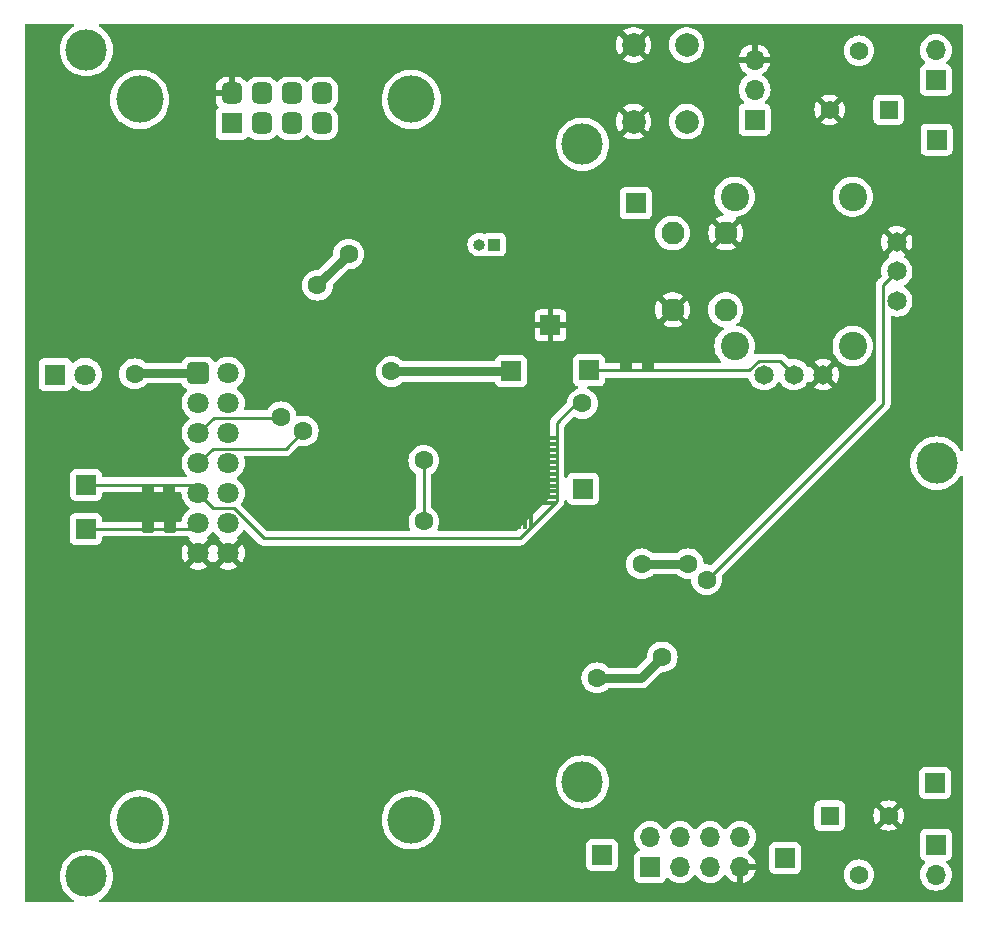
<source format=gbr>
%TF.GenerationSoftware,KiCad,Pcbnew,7.0.10*%
%TF.CreationDate,2025-03-18T10:51:50+01:00*%
%TF.ProjectId,maqueen,6d617175-6565-46e2-9e6b-696361645f70,rev?*%
%TF.SameCoordinates,Original*%
%TF.FileFunction,Copper,L2,Bot*%
%TF.FilePolarity,Positive*%
%FSLAX46Y46*%
G04 Gerber Fmt 4.6, Leading zero omitted, Abs format (unit mm)*
G04 Created by KiCad (PCBNEW 7.0.10) date 2025-03-18 10:51:50*
%MOMM*%
%LPD*%
G01*
G04 APERTURE LIST*
G04 Aperture macros list*
%AMRoundRect*
0 Rectangle with rounded corners*
0 $1 Rounding radius*
0 $2 $3 $4 $5 $6 $7 $8 $9 X,Y pos of 4 corners*
0 Add a 4 corners polygon primitive as box body*
4,1,4,$2,$3,$4,$5,$6,$7,$8,$9,$2,$3,0*
0 Add four circle primitives for the rounded corners*
1,1,$1+$1,$2,$3*
1,1,$1+$1,$4,$5*
1,1,$1+$1,$6,$7*
1,1,$1+$1,$8,$9*
0 Add four rect primitives between the rounded corners*
20,1,$1+$1,$2,$3,$4,$5,0*
20,1,$1+$1,$4,$5,$6,$7,0*
20,1,$1+$1,$6,$7,$8,$9,0*
20,1,$1+$1,$8,$9,$2,$3,0*%
G04 Aperture macros list end*
%TA.AperFunction,ComponentPad*%
%ADD10RoundRect,0.250000X-0.650000X0.650000X-0.650000X-0.650000X0.650000X-0.650000X0.650000X0.650000X0*%
%TD*%
%TA.AperFunction,ComponentPad*%
%ADD11C,1.800000*%
%TD*%
%TA.AperFunction,ComponentPad*%
%ADD12C,3.500000*%
%TD*%
%TA.AperFunction,ComponentPad*%
%ADD13R,1.700000X1.700000*%
%TD*%
%TA.AperFunction,ComponentPad*%
%ADD14C,1.650000*%
%TD*%
%TA.AperFunction,ComponentPad*%
%ADD15C,1.950000*%
%TD*%
%TA.AperFunction,ComponentPad*%
%ADD16C,2.400000*%
%TD*%
%TA.AperFunction,ComponentPad*%
%ADD17O,1.700000X1.700000*%
%TD*%
%TA.AperFunction,ComponentPad*%
%ADD18R,1.700000X1.800000*%
%TD*%
%TA.AperFunction,ComponentPad*%
%ADD19RoundRect,0.425000X0.425000X-0.475000X0.425000X0.475000X-0.425000X0.475000X-0.425000X-0.475000X0*%
%TD*%
%TA.AperFunction,ComponentPad*%
%ADD20C,4.000000*%
%TD*%
%TA.AperFunction,ComponentPad*%
%ADD21C,2.000000*%
%TD*%
%TA.AperFunction,ComponentPad*%
%ADD22R,1.560000X1.560000*%
%TD*%
%TA.AperFunction,ComponentPad*%
%ADD23C,1.560000*%
%TD*%
%TA.AperFunction,ComponentPad*%
%ADD24R,1.800000X1.800000*%
%TD*%
%TA.AperFunction,ComponentPad*%
%ADD25R,1.000000X1.000000*%
%TD*%
%TA.AperFunction,ComponentPad*%
%ADD26O,1.000000X1.000000*%
%TD*%
%TA.AperFunction,ViaPad*%
%ADD27C,1.600000*%
%TD*%
%TA.AperFunction,Conductor*%
%ADD28C,0.250000*%
%TD*%
%TA.AperFunction,Conductor*%
%ADD29C,0.750000*%
%TD*%
%ADD30RoundRect,0.250000X-0.650000X0.650000X-0.650000X-0.650000X0.650000X-0.650000X0.650000X0.650000X0*%
%ADD31C,1.800000*%
%ADD32C,3.500000*%
%ADD33R,1.700000X1.700000*%
%ADD34C,1.650000*%
%ADD35C,1.950000*%
%ADD36C,2.400000*%
%ADD37O,1.700000X1.700000*%
%ADD38RoundRect,0.250000X0.250000X0.475000X-0.250000X0.475000X-0.250000X-0.475000X0.250000X-0.475000X0*%
%ADD39RoundRect,0.250000X-0.262500X-0.450000X0.262500X-0.450000X0.262500X0.450000X-0.262500X0.450000X0*%
%ADD40RoundRect,0.250000X0.475000X-0.250000X0.475000X0.250000X-0.475000X0.250000X-0.475000X-0.250000X0*%
%ADD41R,1.700000X1.800000*%
%ADD42RoundRect,0.425000X0.425000X-0.475000X0.425000X0.475000X-0.425000X0.475000X-0.425000X-0.475000X0*%
%ADD43C,4.000000*%
%ADD44C,2.000000*%
%ADD45RoundRect,0.250000X0.262500X0.450000X-0.262500X0.450000X-0.262500X-0.450000X0.262500X-0.450000X0*%
%ADD46RoundRect,0.250000X-0.250000X-0.475000X0.250000X-0.475000X0.250000X0.475000X-0.250000X0.475000X0*%
%ADD47R,1.560000X1.560000*%
%ADD48C,1.560000*%
%ADD49RoundRect,0.250000X0.450000X-0.262500X0.450000X0.262500X-0.450000X0.262500X-0.450000X-0.262500X0*%
%ADD50R,1.800000X1.800000*%
%ADD51RoundRect,0.250000X-0.475000X0.250000X-0.475000X-0.250000X0.475000X-0.250000X0.475000X0.250000X0*%
%ADD52RoundRect,0.150000X0.150000X-0.825000X0.150000X0.825000X-0.150000X0.825000X-0.150000X-0.825000X0*%
%ADD53R,1.000000X1.000000*%
%ADD54O,1.000000X1.000000*%
%ADD55R,0.300000X1.475000*%
%ADD56R,1.475000X0.300000*%
G04 APERTURE END LIST*
D10*
%TO.P,J1,1,Pin_1*%
%TO.N,+3.3V*%
X124540000Y-92300000D03*
D11*
%TO.P,J1,2,Pin_2*%
X127080000Y-92300000D03*
%TO.P,J1,3,Pin_3*%
%TO.N,SCLK_SPI*%
X124540000Y-94840000D03*
%TO.P,J1,4,Pin_4*%
%TO.N,/P6.3*%
X127080000Y-94840000D03*
%TO.P,J1,5,Pin_5*%
%TO.N,MISO*%
X124540000Y-97380000D03*
%TO.P,J1,6,Pin_6*%
%TO.N,/P6.2*%
X127080000Y-97380000D03*
%TO.P,J1,7,Pin_7*%
%TO.N,MOSI*%
X124540000Y-99920000D03*
%TO.P,J1,8,Pin_8*%
%TO.N,/P6.1*%
X127080000Y-99920000D03*
%TO.P,J1,9,Pin_9*%
%TO.N,SCL_I2C*%
X124540000Y-102460000D03*
%TO.P,J1,10,Pin_10*%
%TO.N,/P6.0*%
X127080000Y-102460000D03*
%TO.P,J1,11,Pin_11*%
%TO.N,SDA_I2C*%
X124540000Y-105000000D03*
%TO.P,J1,12,Pin_12*%
%TO.N,SS_SPI*%
X127080000Y-105000000D03*
%TO.P,J1,13,Pin_13*%
%TO.N,GND*%
X124540000Y-107540000D03*
%TO.P,J1,14,Pin_14*%
X127080000Y-107540000D03*
D12*
%TO.P,J1,15*%
%TO.N,N/C*%
X187080000Y-99920000D03*
%TO.P,J1,16*%
X157080000Y-126920000D03*
%TO.P,J1,17*%
X157080000Y-72920000D03*
%TO.P,J1,18*%
X115080000Y-134920000D03*
%TO.P,J1,19*%
X115080000Y-64920000D03*
%TD*%
D13*
%TO.P,SMCLK1,1,1*%
%TO.N,R_JOYSTICK*%
X157110000Y-102090000D03*
%TD*%
%TO.P,RST_TDO/TDI1,1,1*%
%TO.N,TDO{slash}TDI*%
X161590000Y-77920000D03*
%TD*%
D14*
%TO.P,S1,1,1*%
%TO.N,+3.3V*%
X183690000Y-86190000D03*
%TO.P,S1,2,2*%
%TO.N,LR_JOYSTICK*%
X183690000Y-83690000D03*
%TO.P,S1,3,3*%
%TO.N,GND*%
X183690000Y-81190000D03*
%TO.P,S1,11,1'*%
%TO.N,+3.3V*%
X172460000Y-92420000D03*
%TO.P,S1,12,2'*%
%TO.N,FB_JOYSTICK*%
X174960000Y-92420000D03*
%TO.P,S1,13,3'*%
%TO.N,GND*%
X177460000Y-92420000D03*
D15*
%TO.P,S1,A1,COM_1*%
X169210000Y-80440000D03*
%TO.P,S1,B1,COM_2*%
%TO.N,unconnected-(S1-COM_2-PadB1)*%
X169210000Y-86940000D03*
%TO.P,S1,C1,NO_1*%
%TO.N,SEL_JOYSTICK*%
X164710000Y-80440000D03*
%TO.P,S1,D1,NO_2*%
%TO.N,GND*%
X164710000Y-86940000D03*
D16*
%TO.P,S1,MH1*%
%TO.N,N/C*%
X179960000Y-90015000D03*
%TO.P,S1,MH2*%
X179960000Y-77365000D03*
%TO.P,S1,MH3*%
X169960000Y-77365000D03*
%TO.P,S1,MH4*%
X169960000Y-90015000D03*
%TD*%
D13*
%TO.P,UART_RX1,1,1*%
%TO.N,/WIFI_UART_RX*%
X174244000Y-133350000D03*
%TD*%
%TO.P,SCL_I2C1,1,1*%
%TO.N,SCL_I2C*%
X115040000Y-101760000D03*
%TD*%
%TO.P,R4,1*%
%TO.N,+3.3V*%
X187000000Y-67500000D03*
D17*
%TO.P,R4,2*%
%TO.N,PHOTO2*%
X187000000Y-64960000D03*
%TD*%
D13*
%TO.P,J2,1,Pin_1*%
%TO.N,/WIFI_UART_TX*%
X162814000Y-134112000D03*
D17*
%TO.P,J2,2,Pin_2*%
%TO.N,+3.3V*%
X162814000Y-131572000D03*
%TO.P,J2,3,Pin_3*%
%TO.N,unconnected-(J2-Pin_3-Pad3)*%
X165354000Y-134112000D03*
%TO.P,J2,4,Pin_4*%
%TO.N,unconnected-(J2-Pin_4-Pad4)*%
X165354000Y-131572000D03*
%TO.P,J2,5,Pin_5*%
%TO.N,unconnected-(J2-Pin_5-Pad5)*%
X167894000Y-134112000D03*
%TO.P,J2,6,Pin_6*%
%TO.N,/WIFI_CE*%
X167894000Y-131572000D03*
%TO.P,J2,7,Pin_7*%
%TO.N,GND*%
X170434000Y-134112000D03*
%TO.P,J2,8,Pin_8*%
%TO.N,/WIFI_UART_RX*%
X170434000Y-131572000D03*
%TD*%
D13*
%TO.P,ACLK1,1,1*%
%TO.N,FB_JOYSTICK*%
X157640000Y-92060000D03*
%TD*%
D18*
%TO.P,LCD1,1,VDD*%
%TO.N,+3.3V*%
X127380000Y-71155000D03*
D19*
%TO.P,LCD1,2,VSS*%
%TO.N,GND*%
X127380000Y-68615000D03*
%TO.P,LCD1,3,SDA*%
%TO.N,SDA_I2C*%
X129920000Y-71155000D03*
%TO.P,LCD1,4,SCL*%
%TO.N,SCL_I2C*%
X129920000Y-68615000D03*
%TO.P,LCD1,5,RST*%
%TO.N,RST_LCD*%
X132460000Y-71155000D03*
%TO.P,LCD1,6,A*%
%TO.N,unconnected-(LCD1-A-Pad6)*%
X132460000Y-68615000D03*
%TO.P,LCD1,7,K*%
%TO.N,unconnected-(LCD1-K-Pad7)*%
X135000000Y-71155000D03*
%TO.P,LCD1,8,NC*%
%TO.N,unconnected-(LCD1-NC-Pad8)*%
X135000000Y-68615000D03*
D20*
%TO.P,LCD1,9*%
%TO.N,N/C*%
X142590000Y-69130000D03*
%TO.P,LCD1,10*%
X142590000Y-130130000D03*
%TO.P,LCD1,11*%
X119590000Y-130130000D03*
%TO.P,LCD1,12*%
X119590000Y-69130000D03*
%TD*%
D13*
%TO.P,LDR2,1,1*%
%TO.N,PHOTO2*%
X187060000Y-72530000D03*
%TD*%
D21*
%TO.P,SW1,1,1*%
%TO.N,GND*%
X161400000Y-71010000D03*
X161400000Y-64510000D03*
%TO.P,SW1,2,2*%
%TO.N,TDO{slash}TDI*%
X165900000Y-71010000D03*
X165900000Y-64510000D03*
%TD*%
D13*
%TO.P,uC_VCC1,1,1*%
%TO.N,+3.3V*%
X151010000Y-92140000D03*
%TD*%
%TO.P,uC_GND1,1,1*%
%TO.N,GND*%
X154370000Y-88260000D03*
%TD*%
%TO.P,LDR1,1,1*%
%TO.N,PHOTO1*%
X186940000Y-127000000D03*
%TD*%
D22*
%TO.P,RV2,1,1*%
%TO.N,PHOTO2*%
X183000000Y-70000000D03*
D23*
%TO.P,RV2,2,2*%
X180500000Y-65000000D03*
%TO.P,RV2,3,3*%
%TO.N,GND*%
X178000000Y-70000000D03*
%TD*%
D13*
%TO.P,J3,1,Pin_1*%
%TO.N,TDO{slash}TDI*%
X171650000Y-70840000D03*
D17*
%TO.P,J3,2,Pin_2*%
%TO.N,TCK*%
X171650000Y-68300000D03*
%TO.P,J3,3,Pin_3*%
%TO.N,GND*%
X171650000Y-65760000D03*
%TD*%
D24*
%TO.P,D1,1,K*%
%TO.N,Net-(D1-K)*%
X112450000Y-92420000D03*
D11*
%TO.P,D1,2,A*%
%TO.N,+3.3V*%
X114990000Y-92420000D03*
%TD*%
D13*
%TO.P,R1,1*%
%TO.N,+3.3V*%
X187000000Y-132225000D03*
D17*
%TO.P,R1,2*%
%TO.N,PHOTO1*%
X187000000Y-134765000D03*
%TD*%
D13*
%TO.P,UART_TX1,1,1*%
%TO.N,/WIFI_UART_TX*%
X158750000Y-133096000D03*
%TD*%
D22*
%TO.P,RV1,1,1*%
%TO.N,PHOTO1*%
X178000000Y-129760000D03*
D23*
%TO.P,RV1,2,2*%
X180500000Y-134760000D03*
%TO.P,RV1,3,3*%
%TO.N,GND*%
X183000000Y-129760000D03*
%TD*%
D13*
%TO.P,SDA_I2C1,1,1*%
%TO.N,SDA_I2C*%
X115020000Y-105500000D03*
%TD*%
D25*
%TO.P,Y1,1,1*%
%TO.N,/CLK+*%
X149615000Y-81420000D03*
D26*
%TO.P,Y1,2,2*%
%TO.N,/CLK-*%
X148345000Y-81420000D03*
%TD*%
D27*
%TO.N,+3.3V*%
X137280000Y-82220000D03*
X162090000Y-108450000D03*
X166035000Y-108440000D03*
X163830000Y-116332000D03*
X158300000Y-118100000D03*
X140910000Y-92160000D03*
X119160000Y-92360000D03*
X134640000Y-84860000D03*
%TO.N,GND*%
X165220000Y-97335000D03*
X144060000Y-76795000D03*
X154060000Y-78795000D03*
X154075000Y-84950000D03*
X154060000Y-82795000D03*
X148060000Y-76795000D03*
X144060000Y-80795000D03*
X170332500Y-113780000D03*
X152060000Y-76795000D03*
X144075000Y-84950000D03*
X146060000Y-76795000D03*
X148580000Y-98980000D03*
X162590000Y-124820000D03*
X150660000Y-98980000D03*
X144060000Y-82795000D03*
X167300000Y-97335000D03*
X150060000Y-76795000D03*
X154060000Y-76795000D03*
X154060000Y-80795000D03*
X112430000Y-85540000D03*
X144060000Y-78795000D03*
X156410000Y-108460000D03*
%TO.N,MISO*%
X131566702Y-96003298D03*
%TO.N,MOSI*%
X133440000Y-97195000D03*
%TO.N,SS_SPI*%
X143640000Y-99695000D03*
X143660000Y-104860000D03*
%TO.N,SCL_I2C*%
X157074504Y-94864504D03*
%TO.N,LR_JOYSTICK*%
X167595000Y-109790000D03*
%TD*%
D28*
%TO.N,SDA_I2C*%
X124040000Y-105500000D02*
X124540000Y-105000000D01*
X115020000Y-105500000D02*
X124040000Y-105500000D01*
D29*
%TO.N,+3.3V*%
X158300000Y-118100000D02*
X158310000Y-118110000D01*
X166035000Y-108440000D02*
X162100000Y-108440000D01*
X119220000Y-92300000D02*
X119160000Y-92360000D01*
X134640000Y-84860000D02*
X137280000Y-82220000D01*
X124540000Y-92300000D02*
X119220000Y-92300000D01*
X162052000Y-118110000D02*
X163830000Y-116332000D01*
X151010000Y-92140000D02*
X140930000Y-92140000D01*
X158310000Y-118110000D02*
X162052000Y-118110000D01*
X162100000Y-108440000D02*
X162090000Y-108450000D01*
X140930000Y-92140000D02*
X140910000Y-92160000D01*
D28*
%TO.N,MISO*%
X131566702Y-96003298D02*
X131505000Y-96065000D01*
X125855000Y-96065000D02*
X124540000Y-97380000D01*
X131505000Y-96065000D02*
X125855000Y-96065000D01*
%TO.N,MOSI*%
X131940000Y-98695000D02*
X125765000Y-98695000D01*
X125765000Y-98695000D02*
X124540000Y-99920000D01*
X133440000Y-97195000D02*
X131940000Y-98695000D01*
%TO.N,SS_SPI*%
X143640000Y-99695000D02*
X143640000Y-104840000D01*
X143640000Y-104840000D02*
X143660000Y-104860000D01*
%TO.N,SCL_I2C*%
X127537412Y-103725000D02*
X125805000Y-103725000D01*
X156565496Y-94864504D02*
X154920000Y-96510000D01*
X130092412Y-106280000D02*
X127537412Y-103725000D01*
X154920000Y-96510000D02*
X154920000Y-103120000D01*
X115040000Y-101760000D02*
X123840000Y-101760000D01*
X125805000Y-103725000D02*
X124540000Y-102460000D01*
X157074504Y-94864504D02*
X156565496Y-94864504D01*
X123840000Y-101760000D02*
X124540000Y-102460000D01*
X115550000Y-102460000D02*
X115540000Y-102470000D01*
X151760000Y-106280000D02*
X130092412Y-106280000D01*
X154920000Y-103120000D02*
X151760000Y-106280000D01*
%TO.N,LR_JOYSTICK*%
X167595000Y-109790000D02*
X167630000Y-109790000D01*
X182540000Y-94880000D02*
X182540000Y-84840000D01*
X167630000Y-109790000D02*
X182540000Y-94880000D01*
X182540000Y-84840000D02*
X183690000Y-83690000D01*
%TO.N,FB_JOYSTICK*%
X171983654Y-91270000D02*
X173810000Y-91270000D01*
X157640000Y-92060000D02*
X171193654Y-92060000D01*
X173810000Y-91270000D02*
X174960000Y-92420000D01*
X171193654Y-92060000D02*
X171983654Y-91270000D01*
%TD*%
%TA.AperFunction,Conductor*%
%TO.N,GND*%
G36*
X125891904Y-105750304D02*
G01*
X125913809Y-105775583D01*
X125971016Y-105863147D01*
X125971019Y-105863151D01*
X125971021Y-105863153D01*
X126128216Y-106033913D01*
X126306225Y-106172462D01*
X126347038Y-106229173D01*
X126350713Y-106298946D01*
X126316082Y-106359629D01*
X126306225Y-106368170D01*
X126281201Y-106387646D01*
X126281200Y-106387647D01*
X126947467Y-107053913D01*
X126937685Y-107055320D01*
X126806900Y-107115048D01*
X126698239Y-107209202D01*
X126620507Y-107330156D01*
X126596922Y-107410476D01*
X125928811Y-106742365D01*
X125913807Y-106765331D01*
X125860661Y-106810688D01*
X125791429Y-106820111D01*
X125728094Y-106790609D01*
X125706190Y-106765330D01*
X125691186Y-106742365D01*
X125023076Y-107410475D01*
X124999493Y-107330156D01*
X124921761Y-107209202D01*
X124813100Y-107115048D01*
X124682315Y-107055320D01*
X124672532Y-107053913D01*
X125338797Y-106387647D01*
X125338797Y-106387646D01*
X125313773Y-106368169D01*
X125272961Y-106311459D01*
X125269286Y-106241686D01*
X125303918Y-106181003D01*
X125313760Y-106172473D01*
X125491784Y-106033913D01*
X125648979Y-105863153D01*
X125706191Y-105775582D01*
X125759337Y-105730226D01*
X125828568Y-105720802D01*
X125891904Y-105750304D01*
G37*
%TD.AperFunction*%
%TA.AperFunction,Conductor*%
G36*
X113987072Y-62740185D02*
G01*
X114032827Y-62792989D01*
X114042771Y-62862147D01*
X114013746Y-62925703D01*
X113974877Y-62955712D01*
X113952334Y-62966828D01*
X113707041Y-63130728D01*
X113485241Y-63325241D01*
X113290728Y-63547041D01*
X113126828Y-63792334D01*
X112996349Y-64056919D01*
X112901521Y-64336269D01*
X112901518Y-64336283D01*
X112843968Y-64625609D01*
X112843964Y-64625636D01*
X112824671Y-64919992D01*
X112824671Y-64920007D01*
X112843964Y-65214363D01*
X112843965Y-65214373D01*
X112843966Y-65214380D01*
X112888770Y-65439630D01*
X112901518Y-65503716D01*
X112901521Y-65503730D01*
X112996349Y-65783080D01*
X113126825Y-66047660D01*
X113126829Y-66047667D01*
X113290725Y-66292955D01*
X113485241Y-66514758D01*
X113707044Y-66709274D01*
X113952332Y-66873170D01*
X113952335Y-66873172D01*
X114216923Y-67003652D01*
X114496278Y-67098481D01*
X114785620Y-67156034D01*
X114813888Y-67157886D01*
X115079993Y-67175329D01*
X115080000Y-67175329D01*
X115080007Y-67175329D01*
X115315675Y-67159881D01*
X115374380Y-67156034D01*
X115663722Y-67098481D01*
X115943077Y-67003652D01*
X116207665Y-66873172D01*
X116452957Y-66709273D01*
X116674758Y-66514758D01*
X116869273Y-66292957D01*
X117033172Y-66047665D01*
X117163652Y-65783077D01*
X117258481Y-65503722D01*
X117316034Y-65214380D01*
X117327163Y-65044584D01*
X117335329Y-64920007D01*
X117335329Y-64919992D01*
X117316035Y-64625636D01*
X117316034Y-64625620D01*
X117293037Y-64510005D01*
X159894859Y-64510005D01*
X159915385Y-64757729D01*
X159915387Y-64757738D01*
X159976412Y-64998717D01*
X160076266Y-65226364D01*
X160176564Y-65379882D01*
X160874070Y-64682376D01*
X160876884Y-64695915D01*
X160946442Y-64830156D01*
X161049638Y-64940652D01*
X161178819Y-65019209D01*
X161230002Y-65033549D01*
X160529942Y-65733609D01*
X160576768Y-65770055D01*
X160576770Y-65770056D01*
X160795385Y-65888364D01*
X160795396Y-65888369D01*
X161030506Y-65969083D01*
X161275707Y-66010000D01*
X161524293Y-66010000D01*
X161769493Y-65969083D01*
X162004603Y-65888369D01*
X162004614Y-65888364D01*
X162223228Y-65770057D01*
X162223231Y-65770055D01*
X162270056Y-65733609D01*
X161571568Y-65035121D01*
X161688458Y-64984349D01*
X161805739Y-64888934D01*
X161892928Y-64765415D01*
X161923354Y-64679802D01*
X162623434Y-65379882D01*
X162723731Y-65226369D01*
X162823587Y-64998717D01*
X162884612Y-64757738D01*
X162884614Y-64757729D01*
X162905141Y-64510005D01*
X164394357Y-64510005D01*
X164414890Y-64757812D01*
X164414892Y-64757824D01*
X164475936Y-64998881D01*
X164575826Y-65226606D01*
X164711833Y-65434782D01*
X164716296Y-65439630D01*
X164880256Y-65617738D01*
X165076491Y-65770474D01*
X165076493Y-65770475D01*
X165294332Y-65888364D01*
X165295190Y-65888828D01*
X165483063Y-65953325D01*
X165528964Y-65969083D01*
X165530386Y-65969571D01*
X165775665Y-66010500D01*
X166024335Y-66010500D01*
X166269614Y-65969571D01*
X166504810Y-65888828D01*
X166723509Y-65770474D01*
X166919744Y-65617738D01*
X167088164Y-65434785D01*
X167224173Y-65226607D01*
X167324063Y-64998881D01*
X167385108Y-64757821D01*
X167387861Y-64724596D01*
X167405643Y-64510005D01*
X167405643Y-64509994D01*
X167385109Y-64262187D01*
X167385107Y-64262175D01*
X167324063Y-64021118D01*
X167224173Y-63793393D01*
X167088166Y-63585217D01*
X167053022Y-63547041D01*
X166919744Y-63402262D01*
X166723509Y-63249526D01*
X166723507Y-63249525D01*
X166723506Y-63249524D01*
X166504811Y-63131172D01*
X166504802Y-63131169D01*
X166269616Y-63050429D01*
X166024335Y-63009500D01*
X165775665Y-63009500D01*
X165530383Y-63050429D01*
X165295197Y-63131169D01*
X165295188Y-63131172D01*
X165076493Y-63249524D01*
X164880257Y-63402261D01*
X164711833Y-63585217D01*
X164575826Y-63793393D01*
X164475936Y-64021118D01*
X164414892Y-64262175D01*
X164414890Y-64262187D01*
X164394357Y-64509994D01*
X164394357Y-64510005D01*
X162905141Y-64510005D01*
X162905141Y-64509994D01*
X162884614Y-64262270D01*
X162884612Y-64262261D01*
X162823587Y-64021282D01*
X162723731Y-63793630D01*
X162623434Y-63640116D01*
X161925929Y-64337622D01*
X161923116Y-64324085D01*
X161853558Y-64189844D01*
X161750362Y-64079348D01*
X161621181Y-64000791D01*
X161569997Y-63986450D01*
X162270057Y-63286390D01*
X162270056Y-63286389D01*
X162223229Y-63249943D01*
X162004614Y-63131635D01*
X162004603Y-63131630D01*
X161769493Y-63050916D01*
X161524293Y-63010000D01*
X161275707Y-63010000D01*
X161030506Y-63050916D01*
X160795396Y-63131630D01*
X160795390Y-63131632D01*
X160576761Y-63249949D01*
X160529942Y-63286388D01*
X160529942Y-63286390D01*
X161228431Y-63984878D01*
X161111542Y-64035651D01*
X160994261Y-64131066D01*
X160907072Y-64254585D01*
X160876645Y-64340197D01*
X160176564Y-63640116D01*
X160076267Y-63793632D01*
X159976412Y-64021282D01*
X159915387Y-64262261D01*
X159915385Y-64262270D01*
X159894859Y-64509994D01*
X159894859Y-64510005D01*
X117293037Y-64510005D01*
X117258481Y-64336278D01*
X117163652Y-64056923D01*
X117033172Y-63792336D01*
X117028916Y-63785967D01*
X116931462Y-63640116D01*
X116869273Y-63547043D01*
X116742303Y-63402262D01*
X116674758Y-63325241D01*
X116452955Y-63130725D01*
X116207667Y-62966829D01*
X116207660Y-62966825D01*
X116185124Y-62955712D01*
X116133705Y-62908407D01*
X116116023Y-62840812D01*
X116137693Y-62774387D01*
X116191834Y-62730223D01*
X116239968Y-62720500D01*
X189155500Y-62720500D01*
X189222539Y-62740185D01*
X189268294Y-62792989D01*
X189279500Y-62844500D01*
X189279500Y-98760032D01*
X189259815Y-98827071D01*
X189207011Y-98872826D01*
X189137853Y-98882770D01*
X189074297Y-98853745D01*
X189044289Y-98814877D01*
X189033173Y-98792338D01*
X189033172Y-98792336D01*
X188869273Y-98547043D01*
X188752525Y-98413918D01*
X188674758Y-98325241D01*
X188452955Y-98130725D01*
X188207667Y-97966829D01*
X188207660Y-97966825D01*
X187943080Y-97836349D01*
X187663730Y-97741521D01*
X187663724Y-97741519D01*
X187663722Y-97741519D01*
X187374380Y-97683966D01*
X187374373Y-97683965D01*
X187374363Y-97683964D01*
X187080007Y-97664671D01*
X187079993Y-97664671D01*
X186785636Y-97683964D01*
X186785624Y-97683965D01*
X186785620Y-97683966D01*
X186785612Y-97683967D01*
X186785609Y-97683968D01*
X186496283Y-97741518D01*
X186496269Y-97741521D01*
X186216919Y-97836349D01*
X185952334Y-97966828D01*
X185707041Y-98130728D01*
X185485241Y-98325241D01*
X185290728Y-98547041D01*
X185126828Y-98792334D01*
X184996349Y-99056919D01*
X184901521Y-99336269D01*
X184901518Y-99336283D01*
X184843968Y-99625609D01*
X184843964Y-99625636D01*
X184824671Y-99919992D01*
X184824671Y-99920007D01*
X184843964Y-100214363D01*
X184843965Y-100214373D01*
X184843966Y-100214380D01*
X184876173Y-100376300D01*
X184901518Y-100503716D01*
X184901521Y-100503730D01*
X184996349Y-100783080D01*
X185126825Y-101047660D01*
X185126829Y-101047667D01*
X185290725Y-101292955D01*
X185485241Y-101514758D01*
X185707044Y-101709274D01*
X185737723Y-101729773D01*
X185952335Y-101873172D01*
X186216923Y-102003652D01*
X186496278Y-102098481D01*
X186785620Y-102156034D01*
X186813888Y-102157886D01*
X187079993Y-102175329D01*
X187080000Y-102175329D01*
X187080007Y-102175329D01*
X187315675Y-102159881D01*
X187374380Y-102156034D01*
X187663722Y-102098481D01*
X187943077Y-102003652D01*
X188207665Y-101873172D01*
X188452957Y-101709273D01*
X188674758Y-101514758D01*
X188869273Y-101292957D01*
X189033172Y-101047665D01*
X189044288Y-101025124D01*
X189091593Y-100973705D01*
X189159188Y-100956023D01*
X189225613Y-100977693D01*
X189269777Y-101031834D01*
X189279500Y-101079968D01*
X189279500Y-136995500D01*
X189259815Y-137062539D01*
X189207011Y-137108294D01*
X189155500Y-137119500D01*
X116239968Y-137119500D01*
X116172929Y-137099815D01*
X116127174Y-137047011D01*
X116117230Y-136977853D01*
X116146255Y-136914297D01*
X116185124Y-136884288D01*
X116186897Y-136883413D01*
X116207665Y-136873172D01*
X116452957Y-136709273D01*
X116674758Y-136514758D01*
X116869273Y-136292957D01*
X117033172Y-136047665D01*
X117163652Y-135783077D01*
X117258481Y-135503722D01*
X117316034Y-135214380D01*
X117329438Y-135009876D01*
X117335329Y-134920007D01*
X117335329Y-134919992D01*
X117316035Y-134625636D01*
X117316034Y-134625620D01*
X117258481Y-134336278D01*
X117163652Y-134056923D01*
X117132558Y-133993870D01*
X157399500Y-133993870D01*
X157399501Y-133993876D01*
X157405908Y-134053483D01*
X157456202Y-134188328D01*
X157456206Y-134188335D01*
X157542452Y-134303544D01*
X157542455Y-134303547D01*
X157657664Y-134389793D01*
X157657671Y-134389797D01*
X157792517Y-134440091D01*
X157792516Y-134440091D01*
X157799444Y-134440835D01*
X157852127Y-134446500D01*
X159647872Y-134446499D01*
X159707483Y-134440091D01*
X159842331Y-134389796D01*
X159957546Y-134303546D01*
X160043796Y-134188331D01*
X160094091Y-134053483D01*
X160100500Y-133993873D01*
X160100499Y-132198128D01*
X160094091Y-132138517D01*
X160064984Y-132060478D01*
X160043797Y-132003671D01*
X160043793Y-132003664D01*
X159957547Y-131888455D01*
X159957544Y-131888452D01*
X159842335Y-131802206D01*
X159842328Y-131802202D01*
X159707482Y-131751908D01*
X159707483Y-131751908D01*
X159647883Y-131745501D01*
X159647881Y-131745500D01*
X159647873Y-131745500D01*
X159647864Y-131745500D01*
X157852129Y-131745500D01*
X157852123Y-131745501D01*
X157792516Y-131751908D01*
X157657671Y-131802202D01*
X157657664Y-131802206D01*
X157542455Y-131888452D01*
X157542452Y-131888455D01*
X157456206Y-132003664D01*
X157456202Y-132003671D01*
X157405908Y-132138517D01*
X157399501Y-132198116D01*
X157399501Y-132198123D01*
X157399500Y-132198135D01*
X157399500Y-133993870D01*
X117132558Y-133993870D01*
X117033172Y-133792336D01*
X117021808Y-133775329D01*
X116931825Y-133640659D01*
X116869273Y-133547043D01*
X116801518Y-133469783D01*
X116674758Y-133325241D01*
X116452955Y-133130725D01*
X116207667Y-132966829D01*
X116207660Y-132966825D01*
X115943080Y-132836349D01*
X115663730Y-132741521D01*
X115663724Y-132741519D01*
X115663722Y-132741519D01*
X115374380Y-132683966D01*
X115374373Y-132683965D01*
X115374363Y-132683964D01*
X115080007Y-132664671D01*
X115079993Y-132664671D01*
X114785636Y-132683964D01*
X114785624Y-132683965D01*
X114785620Y-132683966D01*
X114785612Y-132683967D01*
X114785609Y-132683968D01*
X114496283Y-132741518D01*
X114496269Y-132741521D01*
X114216919Y-132836349D01*
X113952334Y-132966828D01*
X113707041Y-133130728D01*
X113485241Y-133325241D01*
X113290728Y-133547041D01*
X113126828Y-133792334D01*
X112996349Y-134056919D01*
X112901521Y-134336269D01*
X112901518Y-134336283D01*
X112843968Y-134625609D01*
X112843964Y-134625636D01*
X112824671Y-134919992D01*
X112824671Y-134920007D01*
X112843964Y-135214363D01*
X112843965Y-135214373D01*
X112843966Y-135214380D01*
X112893319Y-135462499D01*
X112901518Y-135503716D01*
X112901521Y-135503730D01*
X112996349Y-135783080D01*
X113126825Y-136047660D01*
X113126829Y-136047667D01*
X113290725Y-136292955D01*
X113485241Y-136514758D01*
X113707044Y-136709274D01*
X113952332Y-136873170D01*
X113952339Y-136873174D01*
X113974876Y-136884288D01*
X114026295Y-136931593D01*
X114043977Y-136999188D01*
X114022307Y-137065613D01*
X113968166Y-137109777D01*
X113920032Y-137119500D01*
X110004500Y-137119500D01*
X109937461Y-137099815D01*
X109891706Y-137047011D01*
X109880500Y-136995500D01*
X109880500Y-130130005D01*
X117084556Y-130130005D01*
X117104310Y-130444004D01*
X117104311Y-130444011D01*
X117163270Y-130753083D01*
X117260497Y-131052316D01*
X117260499Y-131052321D01*
X117394461Y-131337003D01*
X117394464Y-131337009D01*
X117563051Y-131602661D01*
X117563054Y-131602665D01*
X117763606Y-131845090D01*
X117763608Y-131845092D01*
X117763610Y-131845094D01*
X117932470Y-132003664D01*
X117992968Y-132060476D01*
X117992978Y-132060484D01*
X118247504Y-132245408D01*
X118247509Y-132245410D01*
X118247516Y-132245416D01*
X118523234Y-132396994D01*
X118523239Y-132396996D01*
X118523241Y-132396997D01*
X118523242Y-132396998D01*
X118815771Y-132512818D01*
X118815774Y-132512819D01*
X119020272Y-132565325D01*
X119120527Y-132591066D01*
X119140428Y-132593580D01*
X119432670Y-132630499D01*
X119432679Y-132630499D01*
X119432682Y-132630500D01*
X119432684Y-132630500D01*
X119747316Y-132630500D01*
X119747318Y-132630500D01*
X119747321Y-132630499D01*
X119747329Y-132630499D01*
X119933593Y-132606968D01*
X120059473Y-132591066D01*
X120364225Y-132512819D01*
X120517511Y-132452129D01*
X120656757Y-132396998D01*
X120656758Y-132396997D01*
X120656756Y-132396997D01*
X120656766Y-132396994D01*
X120932484Y-132245416D01*
X121187030Y-132060478D01*
X121416390Y-131845094D01*
X121616947Y-131602663D01*
X121785537Y-131337007D01*
X121919503Y-131052315D01*
X122016731Y-130753079D01*
X122075688Y-130444015D01*
X122078303Y-130402451D01*
X122095444Y-130130005D01*
X140084556Y-130130005D01*
X140104310Y-130444004D01*
X140104311Y-130444011D01*
X140163270Y-130753083D01*
X140260497Y-131052316D01*
X140260499Y-131052321D01*
X140394461Y-131337003D01*
X140394464Y-131337009D01*
X140563051Y-131602661D01*
X140563054Y-131602665D01*
X140763606Y-131845090D01*
X140763608Y-131845092D01*
X140763610Y-131845094D01*
X140932470Y-132003664D01*
X140992968Y-132060476D01*
X140992978Y-132060484D01*
X141247504Y-132245408D01*
X141247509Y-132245410D01*
X141247516Y-132245416D01*
X141523234Y-132396994D01*
X141523239Y-132396996D01*
X141523241Y-132396997D01*
X141523242Y-132396998D01*
X141815771Y-132512818D01*
X141815774Y-132512819D01*
X142020272Y-132565325D01*
X142120527Y-132591066D01*
X142140428Y-132593580D01*
X142432670Y-132630499D01*
X142432679Y-132630499D01*
X142432682Y-132630500D01*
X142432684Y-132630500D01*
X142747316Y-132630500D01*
X142747318Y-132630500D01*
X142747321Y-132630499D01*
X142747329Y-132630499D01*
X142933593Y-132606968D01*
X143059473Y-132591066D01*
X143364225Y-132512819D01*
X143517511Y-132452129D01*
X143656757Y-132396998D01*
X143656758Y-132396997D01*
X143656756Y-132396997D01*
X143656766Y-132396994D01*
X143932484Y-132245416D01*
X144187030Y-132060478D01*
X144416390Y-131845094D01*
X144616947Y-131602663D01*
X144636406Y-131572000D01*
X161458341Y-131572000D01*
X161478936Y-131807403D01*
X161478938Y-131807413D01*
X161540094Y-132035655D01*
X161540096Y-132035659D01*
X161540097Y-132035663D01*
X161615856Y-132198128D01*
X161639965Y-132249830D01*
X161639967Y-132249834D01*
X161739875Y-132392516D01*
X161775501Y-132443396D01*
X161775506Y-132443402D01*
X161897430Y-132565326D01*
X161930915Y-132626649D01*
X161925931Y-132696341D01*
X161884059Y-132752274D01*
X161853083Y-132769189D01*
X161721669Y-132818203D01*
X161721664Y-132818206D01*
X161606455Y-132904452D01*
X161606452Y-132904455D01*
X161520206Y-133019664D01*
X161520202Y-133019671D01*
X161469908Y-133154517D01*
X161463501Y-133214116D01*
X161463500Y-133214135D01*
X161463500Y-135009870D01*
X161463501Y-135009876D01*
X161469908Y-135069483D01*
X161520202Y-135204328D01*
X161520206Y-135204335D01*
X161606452Y-135319544D01*
X161606455Y-135319547D01*
X161721664Y-135405793D01*
X161721671Y-135405797D01*
X161856517Y-135456091D01*
X161856516Y-135456091D01*
X161863444Y-135456835D01*
X161916127Y-135462500D01*
X163711872Y-135462499D01*
X163771483Y-135456091D01*
X163906331Y-135405796D01*
X164021546Y-135319546D01*
X164107796Y-135204331D01*
X164156810Y-135072916D01*
X164198681Y-135016984D01*
X164264145Y-134992566D01*
X164332418Y-135007417D01*
X164360673Y-135028569D01*
X164482599Y-135150495D01*
X164573812Y-135214363D01*
X164676165Y-135286032D01*
X164676167Y-135286033D01*
X164676170Y-135286035D01*
X164890337Y-135385903D01*
X165118592Y-135447063D01*
X165295034Y-135462500D01*
X165353999Y-135467659D01*
X165354000Y-135467659D01*
X165354001Y-135467659D01*
X165412966Y-135462500D01*
X165589408Y-135447063D01*
X165817663Y-135385903D01*
X166031830Y-135286035D01*
X166225401Y-135150495D01*
X166392495Y-134983401D01*
X166522425Y-134797842D01*
X166577002Y-134754217D01*
X166646500Y-134747023D01*
X166708855Y-134778546D01*
X166725575Y-134797842D01*
X166855369Y-134983208D01*
X166855505Y-134983401D01*
X167022599Y-135150495D01*
X167113812Y-135214363D01*
X167216165Y-135286032D01*
X167216167Y-135286033D01*
X167216170Y-135286035D01*
X167430337Y-135385903D01*
X167658592Y-135447063D01*
X167835034Y-135462500D01*
X167893999Y-135467659D01*
X167894000Y-135467659D01*
X167894001Y-135467659D01*
X167952966Y-135462500D01*
X168129408Y-135447063D01*
X168357663Y-135385903D01*
X168571830Y-135286035D01*
X168765401Y-135150495D01*
X168932495Y-134983401D01*
X169062730Y-134797405D01*
X169117307Y-134753781D01*
X169186805Y-134746587D01*
X169249160Y-134778110D01*
X169265879Y-134797405D01*
X169395890Y-134983078D01*
X169562917Y-135150105D01*
X169756421Y-135285600D01*
X169970507Y-135385429D01*
X169970516Y-135385433D01*
X170184000Y-135442634D01*
X170184000Y-134547501D01*
X170291685Y-134596680D01*
X170398237Y-134612000D01*
X170469763Y-134612000D01*
X170576315Y-134596680D01*
X170684000Y-134547501D01*
X170684000Y-135442633D01*
X170897483Y-135385433D01*
X170897492Y-135385429D01*
X171111578Y-135285600D01*
X171305082Y-135150105D01*
X171472105Y-134983082D01*
X171607600Y-134789578D01*
X171621392Y-134760001D01*
X179214609Y-134760001D01*
X179234136Y-134983200D01*
X179234137Y-134983208D01*
X179292126Y-135199625D01*
X179292127Y-135199627D01*
X179292128Y-135199630D01*
X179348045Y-135319544D01*
X179386819Y-135402696D01*
X179386821Y-135402700D01*
X179515329Y-135586228D01*
X179515334Y-135586234D01*
X179673765Y-135744665D01*
X179673771Y-135744670D01*
X179857299Y-135873178D01*
X179857301Y-135873179D01*
X179857304Y-135873181D01*
X180060370Y-135967872D01*
X180276794Y-136025863D01*
X180425819Y-136038901D01*
X180499998Y-136045391D01*
X180500000Y-136045391D01*
X180500002Y-136045391D01*
X180574158Y-136038903D01*
X180723206Y-136025863D01*
X180939630Y-135967872D01*
X181142696Y-135873181D01*
X181326233Y-135744667D01*
X181484667Y-135586233D01*
X181613181Y-135402696D01*
X181707872Y-135199630D01*
X181765863Y-134983206D01*
X181784954Y-134765000D01*
X185644341Y-134765000D01*
X185664936Y-135000403D01*
X185664938Y-135000413D01*
X185726094Y-135228655D01*
X185726096Y-135228659D01*
X185726097Y-135228663D01*
X185807250Y-135402696D01*
X185825965Y-135442830D01*
X185825967Y-135442834D01*
X185926373Y-135586228D01*
X185961505Y-135636401D01*
X186128599Y-135803495D01*
X186225384Y-135871265D01*
X186322165Y-135939032D01*
X186322167Y-135939033D01*
X186322170Y-135939035D01*
X186536337Y-136038903D01*
X186536343Y-136038904D01*
X186536344Y-136038905D01*
X186569045Y-136047667D01*
X186764592Y-136100063D01*
X186952918Y-136116539D01*
X186999999Y-136120659D01*
X187000000Y-136120659D01*
X187000001Y-136120659D01*
X187039234Y-136117226D01*
X187235408Y-136100063D01*
X187463663Y-136038903D01*
X187677830Y-135939035D01*
X187871401Y-135803495D01*
X188038495Y-135636401D01*
X188174035Y-135442830D01*
X188273903Y-135228663D01*
X188335063Y-135000408D01*
X188355659Y-134765000D01*
X188354677Y-134753781D01*
X188345055Y-134643796D01*
X188335063Y-134529592D01*
X188273903Y-134301337D01*
X188174035Y-134087171D01*
X188152855Y-134056923D01*
X188038496Y-133893600D01*
X188006895Y-133861999D01*
X187916567Y-133771671D01*
X187883084Y-133710351D01*
X187888068Y-133640659D01*
X187929939Y-133584725D01*
X187960915Y-133567810D01*
X188092331Y-133518796D01*
X188207546Y-133432546D01*
X188293796Y-133317331D01*
X188344091Y-133182483D01*
X188350500Y-133122873D01*
X188350499Y-131327128D01*
X188344091Y-131267517D01*
X188293796Y-131132669D01*
X188293795Y-131132668D01*
X188293793Y-131132664D01*
X188207547Y-131017455D01*
X188207544Y-131017452D01*
X188092335Y-130931206D01*
X188092328Y-130931202D01*
X187957482Y-130880908D01*
X187957483Y-130880908D01*
X187897883Y-130874501D01*
X187897881Y-130874500D01*
X187897873Y-130874500D01*
X187897864Y-130874500D01*
X186102129Y-130874500D01*
X186102123Y-130874501D01*
X186042516Y-130880908D01*
X185907671Y-130931202D01*
X185907664Y-130931206D01*
X185792455Y-131017452D01*
X185792452Y-131017455D01*
X185706206Y-131132664D01*
X185706202Y-131132671D01*
X185655908Y-131267517D01*
X185649501Y-131327116D01*
X185649501Y-131327123D01*
X185649500Y-131327135D01*
X185649500Y-133122870D01*
X185649501Y-133122876D01*
X185655908Y-133182483D01*
X185706202Y-133317328D01*
X185706206Y-133317335D01*
X185792452Y-133432544D01*
X185792455Y-133432547D01*
X185907664Y-133518793D01*
X185907671Y-133518797D01*
X186039081Y-133567810D01*
X186095015Y-133609681D01*
X186119432Y-133675145D01*
X186104580Y-133743418D01*
X186083430Y-133771673D01*
X185961503Y-133893600D01*
X185825965Y-134087169D01*
X185825964Y-134087171D01*
X185726098Y-134301335D01*
X185726094Y-134301344D01*
X185664938Y-134529586D01*
X185664936Y-134529596D01*
X185644341Y-134764999D01*
X185644341Y-134765000D01*
X181784954Y-134765000D01*
X181785391Y-134760000D01*
X181765863Y-134536794D01*
X181707872Y-134320370D01*
X181613181Y-134117305D01*
X181548924Y-134025536D01*
X181484668Y-133933768D01*
X181412899Y-133861999D01*
X181326233Y-133775333D01*
X181326229Y-133775330D01*
X181326228Y-133775329D01*
X181142700Y-133646821D01*
X181142696Y-133646819D01*
X181022916Y-133590965D01*
X180939630Y-133552128D01*
X180939627Y-133552127D01*
X180939625Y-133552126D01*
X180723208Y-133494137D01*
X180723200Y-133494136D01*
X180500002Y-133474609D01*
X180499998Y-133474609D01*
X180276799Y-133494136D01*
X180276791Y-133494137D01*
X180060374Y-133552126D01*
X180060368Y-133552129D01*
X179857306Y-133646818D01*
X179857304Y-133646819D01*
X179673764Y-133775334D01*
X179515334Y-133933764D01*
X179386819Y-134117304D01*
X179386818Y-134117306D01*
X179292129Y-134320368D01*
X179292126Y-134320374D01*
X179234137Y-134536791D01*
X179234136Y-134536799D01*
X179214609Y-134759998D01*
X179214609Y-134760001D01*
X171621392Y-134760001D01*
X171707429Y-134575492D01*
X171707432Y-134575486D01*
X171764636Y-134362000D01*
X170867686Y-134362000D01*
X170893493Y-134321844D01*
X170915214Y-134247870D01*
X172893500Y-134247870D01*
X172893501Y-134247876D01*
X172899908Y-134307483D01*
X172950202Y-134442328D01*
X172950206Y-134442335D01*
X173036452Y-134557544D01*
X173036455Y-134557547D01*
X173151664Y-134643793D01*
X173151671Y-134643797D01*
X173286517Y-134694091D01*
X173286516Y-134694091D01*
X173293444Y-134694835D01*
X173346127Y-134700500D01*
X175141872Y-134700499D01*
X175201483Y-134694091D01*
X175336331Y-134643796D01*
X175451546Y-134557546D01*
X175537796Y-134442331D01*
X175588091Y-134307483D01*
X175594500Y-134247873D01*
X175594499Y-132452128D01*
X175588091Y-132392517D01*
X175537796Y-132257669D01*
X175537795Y-132257668D01*
X175537793Y-132257664D01*
X175451547Y-132142455D01*
X175451544Y-132142452D01*
X175336335Y-132056206D01*
X175336328Y-132056202D01*
X175201482Y-132005908D01*
X175201483Y-132005908D01*
X175141883Y-131999501D01*
X175141881Y-131999500D01*
X175141873Y-131999500D01*
X175141864Y-131999500D01*
X173346129Y-131999500D01*
X173346123Y-131999501D01*
X173286516Y-132005908D01*
X173151671Y-132056202D01*
X173151664Y-132056206D01*
X173036455Y-132142452D01*
X173036452Y-132142455D01*
X172950206Y-132257664D01*
X172950202Y-132257671D01*
X172899908Y-132392517D01*
X172894438Y-132443401D01*
X172893501Y-132452123D01*
X172893500Y-132452135D01*
X172893500Y-134247870D01*
X170915214Y-134247870D01*
X170934000Y-134183889D01*
X170934000Y-134040111D01*
X170893493Y-133902156D01*
X170867686Y-133862000D01*
X171764636Y-133862000D01*
X171764635Y-133861999D01*
X171707432Y-133648513D01*
X171707429Y-133648507D01*
X171607600Y-133434422D01*
X171607599Y-133434420D01*
X171472113Y-133240926D01*
X171472108Y-133240920D01*
X171305078Y-133073890D01*
X171119405Y-132943879D01*
X171075780Y-132889302D01*
X171068588Y-132819804D01*
X171100110Y-132757449D01*
X171119406Y-132740730D01*
X171119842Y-132740425D01*
X171305401Y-132610495D01*
X171472495Y-132443401D01*
X171608035Y-132249830D01*
X171707903Y-132035663D01*
X171769063Y-131807408D01*
X171789659Y-131572000D01*
X171769063Y-131336592D01*
X171707903Y-131108337D01*
X171608035Y-130894171D01*
X171602425Y-130886158D01*
X171472494Y-130700597D01*
X171359766Y-130587870D01*
X176719500Y-130587870D01*
X176719501Y-130587876D01*
X176725908Y-130647483D01*
X176776202Y-130782328D01*
X176776206Y-130782335D01*
X176862452Y-130897544D01*
X176862455Y-130897547D01*
X176977664Y-130983793D01*
X176977671Y-130983797D01*
X177112517Y-131034091D01*
X177112516Y-131034091D01*
X177119444Y-131034835D01*
X177172127Y-131040500D01*
X178827872Y-131040499D01*
X178887483Y-131034091D01*
X179022331Y-130983796D01*
X179137546Y-130897546D01*
X179223796Y-130782331D01*
X179274091Y-130647483D01*
X179280500Y-130587873D01*
X179280500Y-129760002D01*
X181715111Y-129760002D01*
X181734630Y-129983113D01*
X181734632Y-129983124D01*
X181792596Y-130199450D01*
X181792600Y-130199459D01*
X181887252Y-130402443D01*
X181887253Y-130402445D01*
X181935334Y-130471112D01*
X182516923Y-129889523D01*
X182540507Y-129969844D01*
X182618239Y-130090798D01*
X182726900Y-130184952D01*
X182857685Y-130244680D01*
X182867466Y-130246086D01*
X182288886Y-130824664D01*
X182357555Y-130872746D01*
X182560540Y-130967399D01*
X182560549Y-130967403D01*
X182776875Y-131025367D01*
X182776886Y-131025369D01*
X182999998Y-131044889D01*
X183000002Y-131044889D01*
X183223113Y-131025369D01*
X183223124Y-131025367D01*
X183439450Y-130967403D01*
X183439459Y-130967399D01*
X183642445Y-130872746D01*
X183642451Y-130872742D01*
X183711112Y-130824665D01*
X183132533Y-130246086D01*
X183142315Y-130244680D01*
X183273100Y-130184952D01*
X183381761Y-130090798D01*
X183459493Y-129969844D01*
X183483076Y-129889523D01*
X184064665Y-130471112D01*
X184112742Y-130402451D01*
X184112746Y-130402445D01*
X184207399Y-130199459D01*
X184207403Y-130199450D01*
X184265367Y-129983124D01*
X184265369Y-129983113D01*
X184284889Y-129760002D01*
X184284889Y-129759997D01*
X184265369Y-129536886D01*
X184265367Y-129536875D01*
X184207403Y-129320549D01*
X184207399Y-129320540D01*
X184112747Y-129117557D01*
X184112746Y-129117555D01*
X184064664Y-129048887D01*
X184064664Y-129048886D01*
X183483076Y-129630474D01*
X183459493Y-129550156D01*
X183381761Y-129429202D01*
X183273100Y-129335048D01*
X183142315Y-129275320D01*
X183132533Y-129273913D01*
X183711112Y-128695334D01*
X183711112Y-128695333D01*
X183642445Y-128647253D01*
X183642443Y-128647252D01*
X183439459Y-128552600D01*
X183439450Y-128552596D01*
X183223124Y-128494632D01*
X183223113Y-128494630D01*
X183000002Y-128475111D01*
X182999998Y-128475111D01*
X182776886Y-128494630D01*
X182776875Y-128494632D01*
X182560549Y-128552596D01*
X182560540Y-128552600D01*
X182357556Y-128647253D01*
X182288887Y-128695334D01*
X182867466Y-129273913D01*
X182857685Y-129275320D01*
X182726900Y-129335048D01*
X182618239Y-129429202D01*
X182540507Y-129550156D01*
X182516923Y-129630476D01*
X181935334Y-129048887D01*
X181887253Y-129117556D01*
X181792600Y-129320540D01*
X181792596Y-129320549D01*
X181734632Y-129536875D01*
X181734630Y-129536886D01*
X181715111Y-129759997D01*
X181715111Y-129760002D01*
X179280500Y-129760002D01*
X179280499Y-128932128D01*
X179274162Y-128873174D01*
X179274091Y-128872516D01*
X179223797Y-128737671D01*
X179223793Y-128737664D01*
X179137547Y-128622455D01*
X179137544Y-128622452D01*
X179022335Y-128536206D01*
X179022328Y-128536202D01*
X178887482Y-128485908D01*
X178887483Y-128485908D01*
X178827883Y-128479501D01*
X178827881Y-128479500D01*
X178827873Y-128479500D01*
X178827864Y-128479500D01*
X177172129Y-128479500D01*
X177172123Y-128479501D01*
X177112516Y-128485908D01*
X176977671Y-128536202D01*
X176977664Y-128536206D01*
X176862455Y-128622452D01*
X176862452Y-128622455D01*
X176776206Y-128737664D01*
X176776202Y-128737671D01*
X176725908Y-128872517D01*
X176719501Y-128932116D01*
X176719501Y-128932123D01*
X176719500Y-128932135D01*
X176719500Y-130587870D01*
X171359766Y-130587870D01*
X171305402Y-130533506D01*
X171305395Y-130533501D01*
X171111834Y-130397967D01*
X171111830Y-130397965D01*
X171111828Y-130397964D01*
X170897663Y-130298097D01*
X170897659Y-130298096D01*
X170897655Y-130298094D01*
X170669413Y-130236938D01*
X170669403Y-130236936D01*
X170434001Y-130216341D01*
X170433999Y-130216341D01*
X170198596Y-130236936D01*
X170198586Y-130236938D01*
X169970344Y-130298094D01*
X169970335Y-130298098D01*
X169756171Y-130397964D01*
X169756169Y-130397965D01*
X169562597Y-130533505D01*
X169395505Y-130700597D01*
X169265575Y-130886158D01*
X169210998Y-130929783D01*
X169141500Y-130936977D01*
X169079145Y-130905454D01*
X169062425Y-130886158D01*
X168932494Y-130700597D01*
X168765402Y-130533506D01*
X168765395Y-130533501D01*
X168571834Y-130397967D01*
X168571830Y-130397965D01*
X168571828Y-130397964D01*
X168357663Y-130298097D01*
X168357659Y-130298096D01*
X168357655Y-130298094D01*
X168129413Y-130236938D01*
X168129403Y-130236936D01*
X167894001Y-130216341D01*
X167893999Y-130216341D01*
X167658596Y-130236936D01*
X167658586Y-130236938D01*
X167430344Y-130298094D01*
X167430335Y-130298098D01*
X167216171Y-130397964D01*
X167216169Y-130397965D01*
X167022597Y-130533505D01*
X166855505Y-130700597D01*
X166725575Y-130886158D01*
X166670998Y-130929783D01*
X166601500Y-130936977D01*
X166539145Y-130905454D01*
X166522425Y-130886158D01*
X166392494Y-130700597D01*
X166225402Y-130533506D01*
X166225395Y-130533501D01*
X166031834Y-130397967D01*
X166031830Y-130397965D01*
X166031828Y-130397964D01*
X165817663Y-130298097D01*
X165817659Y-130298096D01*
X165817655Y-130298094D01*
X165589413Y-130236938D01*
X165589403Y-130236936D01*
X165354001Y-130216341D01*
X165353999Y-130216341D01*
X165118596Y-130236936D01*
X165118586Y-130236938D01*
X164890344Y-130298094D01*
X164890335Y-130298098D01*
X164676171Y-130397964D01*
X164676169Y-130397965D01*
X164482597Y-130533505D01*
X164315505Y-130700597D01*
X164185575Y-130886158D01*
X164130998Y-130929783D01*
X164061500Y-130936977D01*
X163999145Y-130905454D01*
X163982425Y-130886158D01*
X163852494Y-130700597D01*
X163685402Y-130533506D01*
X163685395Y-130533501D01*
X163491834Y-130397967D01*
X163491830Y-130397965D01*
X163491828Y-130397964D01*
X163277663Y-130298097D01*
X163277659Y-130298096D01*
X163277655Y-130298094D01*
X163049413Y-130236938D01*
X163049403Y-130236936D01*
X162814001Y-130216341D01*
X162813999Y-130216341D01*
X162578596Y-130236936D01*
X162578586Y-130236938D01*
X162350344Y-130298094D01*
X162350335Y-130298098D01*
X162136171Y-130397964D01*
X162136169Y-130397965D01*
X161942597Y-130533505D01*
X161775505Y-130700597D01*
X161639965Y-130894169D01*
X161639964Y-130894171D01*
X161540098Y-131108335D01*
X161540094Y-131108344D01*
X161478938Y-131336586D01*
X161478936Y-131336596D01*
X161458341Y-131571999D01*
X161458341Y-131572000D01*
X144636406Y-131572000D01*
X144785537Y-131337007D01*
X144919503Y-131052315D01*
X145016731Y-130753079D01*
X145075688Y-130444015D01*
X145078303Y-130402451D01*
X145095444Y-130130005D01*
X145095444Y-130129994D01*
X145075689Y-129815995D01*
X145075688Y-129815988D01*
X145075688Y-129815985D01*
X145016731Y-129506921D01*
X144919503Y-129207685D01*
X144904277Y-129175329D01*
X144789836Y-128932129D01*
X144785537Y-128922993D01*
X144750414Y-128867648D01*
X144616948Y-128657338D01*
X144616945Y-128657334D01*
X144416393Y-128414909D01*
X144416391Y-128414907D01*
X144195573Y-128207544D01*
X144187030Y-128199522D01*
X144187027Y-128199520D01*
X144187021Y-128199515D01*
X143932495Y-128014591D01*
X143932488Y-128014586D01*
X143932484Y-128014584D01*
X143656766Y-127863006D01*
X143656763Y-127863004D01*
X143656758Y-127863002D01*
X143656757Y-127863001D01*
X143364228Y-127747181D01*
X143364225Y-127747180D01*
X143059476Y-127668934D01*
X143059463Y-127668932D01*
X142747329Y-127629500D01*
X142747318Y-127629500D01*
X142432682Y-127629500D01*
X142432670Y-127629500D01*
X142120536Y-127668932D01*
X142120523Y-127668934D01*
X141815774Y-127747180D01*
X141815771Y-127747181D01*
X141523242Y-127863001D01*
X141523241Y-127863002D01*
X141247516Y-128014584D01*
X141247504Y-128014591D01*
X140992978Y-128199515D01*
X140992968Y-128199523D01*
X140763608Y-128414907D01*
X140763606Y-128414909D01*
X140563054Y-128657334D01*
X140563051Y-128657338D01*
X140394464Y-128922990D01*
X140394461Y-128922996D01*
X140260499Y-129207678D01*
X140260497Y-129207683D01*
X140163270Y-129506916D01*
X140104311Y-129815988D01*
X140104310Y-129815995D01*
X140084556Y-130129994D01*
X140084556Y-130130005D01*
X122095444Y-130130005D01*
X122095444Y-130129994D01*
X122075689Y-129815995D01*
X122075688Y-129815988D01*
X122075688Y-129815985D01*
X122016731Y-129506921D01*
X121919503Y-129207685D01*
X121904277Y-129175329D01*
X121789836Y-128932129D01*
X121785537Y-128922993D01*
X121750414Y-128867648D01*
X121616948Y-128657338D01*
X121616945Y-128657334D01*
X121416393Y-128414909D01*
X121416391Y-128414907D01*
X121195573Y-128207544D01*
X121187030Y-128199522D01*
X121187027Y-128199520D01*
X121187021Y-128199515D01*
X120932495Y-128014591D01*
X120932488Y-128014586D01*
X120932484Y-128014584D01*
X120656766Y-127863006D01*
X120656763Y-127863004D01*
X120656758Y-127863002D01*
X120656757Y-127863001D01*
X120364228Y-127747181D01*
X120364225Y-127747180D01*
X120059476Y-127668934D01*
X120059463Y-127668932D01*
X119747329Y-127629500D01*
X119747318Y-127629500D01*
X119432682Y-127629500D01*
X119432670Y-127629500D01*
X119120536Y-127668932D01*
X119120523Y-127668934D01*
X118815774Y-127747180D01*
X118815771Y-127747181D01*
X118523242Y-127863001D01*
X118523241Y-127863002D01*
X118247516Y-128014584D01*
X118247504Y-128014591D01*
X117992978Y-128199515D01*
X117992968Y-128199523D01*
X117763608Y-128414907D01*
X117763606Y-128414909D01*
X117563054Y-128657334D01*
X117563051Y-128657338D01*
X117394464Y-128922990D01*
X117394461Y-128922996D01*
X117260499Y-129207678D01*
X117260497Y-129207683D01*
X117163270Y-129506916D01*
X117104311Y-129815988D01*
X117104310Y-129815995D01*
X117084556Y-130129994D01*
X117084556Y-130130005D01*
X109880500Y-130130005D01*
X109880500Y-126920007D01*
X154824671Y-126920007D01*
X154843964Y-127214363D01*
X154843965Y-127214373D01*
X154843966Y-127214380D01*
X154843968Y-127214390D01*
X154901518Y-127503716D01*
X154901521Y-127503730D01*
X154996349Y-127783080D01*
X155126825Y-128047660D01*
X155126829Y-128047667D01*
X155290725Y-128292955D01*
X155485241Y-128514758D01*
X155707044Y-128709274D01*
X155951353Y-128872516D01*
X155952335Y-128873172D01*
X156216923Y-129003652D01*
X156496278Y-129098481D01*
X156785620Y-129156034D01*
X156813888Y-129157886D01*
X157079993Y-129175329D01*
X157080000Y-129175329D01*
X157080007Y-129175329D01*
X157315675Y-129159881D01*
X157374380Y-129156034D01*
X157663722Y-129098481D01*
X157943077Y-129003652D01*
X158207665Y-128873172D01*
X158452957Y-128709273D01*
X158674758Y-128514758D01*
X158869273Y-128292957D01*
X159033172Y-128047665D01*
X159107043Y-127897870D01*
X185589500Y-127897870D01*
X185589501Y-127897876D01*
X185595908Y-127957483D01*
X185646202Y-128092328D01*
X185646206Y-128092335D01*
X185732452Y-128207544D01*
X185732455Y-128207547D01*
X185847664Y-128293793D01*
X185847671Y-128293797D01*
X185982517Y-128344091D01*
X185982516Y-128344091D01*
X185989444Y-128344835D01*
X186042127Y-128350500D01*
X187837872Y-128350499D01*
X187897483Y-128344091D01*
X188032331Y-128293796D01*
X188147546Y-128207546D01*
X188233796Y-128092331D01*
X188284091Y-127957483D01*
X188290500Y-127897873D01*
X188290499Y-126102128D01*
X188284091Y-126042517D01*
X188233796Y-125907669D01*
X188233795Y-125907668D01*
X188233793Y-125907664D01*
X188147547Y-125792455D01*
X188147544Y-125792452D01*
X188032335Y-125706206D01*
X188032328Y-125706202D01*
X187897482Y-125655908D01*
X187897483Y-125655908D01*
X187837883Y-125649501D01*
X187837881Y-125649500D01*
X187837873Y-125649500D01*
X187837864Y-125649500D01*
X186042129Y-125649500D01*
X186042123Y-125649501D01*
X185982516Y-125655908D01*
X185847671Y-125706202D01*
X185847664Y-125706206D01*
X185732455Y-125792452D01*
X185732452Y-125792455D01*
X185646206Y-125907664D01*
X185646202Y-125907671D01*
X185595908Y-126042517D01*
X185589501Y-126102116D01*
X185589501Y-126102123D01*
X185589500Y-126102135D01*
X185589500Y-127897870D01*
X159107043Y-127897870D01*
X159163652Y-127783077D01*
X159258481Y-127503722D01*
X159316034Y-127214380D01*
X159335329Y-126920000D01*
X159335329Y-126919992D01*
X159316035Y-126625636D01*
X159316034Y-126625620D01*
X159258481Y-126336278D01*
X159163652Y-126056923D01*
X159033172Y-125792336D01*
X158869273Y-125547043D01*
X158826655Y-125498447D01*
X158674758Y-125325241D01*
X158452955Y-125130725D01*
X158207667Y-124966829D01*
X158207660Y-124966825D01*
X157943080Y-124836349D01*
X157663730Y-124741521D01*
X157663724Y-124741519D01*
X157663722Y-124741519D01*
X157374380Y-124683966D01*
X157374373Y-124683965D01*
X157374363Y-124683964D01*
X157080007Y-124664671D01*
X157079993Y-124664671D01*
X156785636Y-124683964D01*
X156785624Y-124683965D01*
X156785620Y-124683966D01*
X156785612Y-124683967D01*
X156785609Y-124683968D01*
X156496283Y-124741518D01*
X156496269Y-124741521D01*
X156216919Y-124836349D01*
X155952334Y-124966828D01*
X155707041Y-125130728D01*
X155485241Y-125325241D01*
X155290728Y-125547041D01*
X155126828Y-125792334D01*
X154996349Y-126056919D01*
X154901521Y-126336269D01*
X154901518Y-126336283D01*
X154843968Y-126625609D01*
X154843964Y-126625636D01*
X154824671Y-126919992D01*
X154824671Y-126920007D01*
X109880500Y-126920007D01*
X109880500Y-118100001D01*
X156994532Y-118100001D01*
X157014364Y-118326686D01*
X157014366Y-118326697D01*
X157073258Y-118546488D01*
X157073261Y-118546497D01*
X157169431Y-118752732D01*
X157169432Y-118752734D01*
X157299954Y-118939141D01*
X157460858Y-119100045D01*
X157460861Y-119100047D01*
X157647266Y-119230568D01*
X157853504Y-119326739D01*
X158073308Y-119385635D01*
X158235230Y-119399801D01*
X158299998Y-119405468D01*
X158300000Y-119405468D01*
X158300002Y-119405468D01*
X158356673Y-119400509D01*
X158526692Y-119385635D01*
X158746496Y-119326739D01*
X158952734Y-119230568D01*
X159139139Y-119100047D01*
X159217368Y-119021817D01*
X159278689Y-118988334D01*
X159305048Y-118985500D01*
X162011379Y-118985500D01*
X162021442Y-118985908D01*
X162075848Y-118990339D01*
X162156806Y-118979307D01*
X162160123Y-118978902D01*
X162241316Y-118970073D01*
X162241481Y-118970017D01*
X162264357Y-118964655D01*
X162264537Y-118964631D01*
X162341260Y-118936442D01*
X162344306Y-118935369D01*
X162421780Y-118909267D01*
X162421928Y-118909178D01*
X162443116Y-118899024D01*
X162443288Y-118898961D01*
X162512150Y-118854944D01*
X162514951Y-118853207D01*
X162584954Y-118811089D01*
X162585083Y-118810966D01*
X162603597Y-118796494D01*
X162603602Y-118796490D01*
X162603744Y-118796400D01*
X162661538Y-118738604D01*
X162663833Y-118736369D01*
X162723207Y-118680129D01*
X162723306Y-118679983D01*
X162738264Y-118661878D01*
X163727206Y-117672936D01*
X163788527Y-117639453D01*
X163825693Y-117637091D01*
X163830000Y-117637468D01*
X164056692Y-117617635D01*
X164276496Y-117558739D01*
X164482734Y-117462568D01*
X164669139Y-117332047D01*
X164830047Y-117171139D01*
X164960568Y-116984734D01*
X165056739Y-116778496D01*
X165115635Y-116558692D01*
X165135468Y-116332000D01*
X165115635Y-116105308D01*
X165056739Y-115885504D01*
X164960568Y-115679266D01*
X164830047Y-115492861D01*
X164830045Y-115492858D01*
X164669141Y-115331954D01*
X164482734Y-115201432D01*
X164482732Y-115201431D01*
X164276497Y-115105261D01*
X164276488Y-115105258D01*
X164056697Y-115046366D01*
X164056693Y-115046365D01*
X164056692Y-115046365D01*
X164056691Y-115046364D01*
X164056686Y-115046364D01*
X163830002Y-115026532D01*
X163829998Y-115026532D01*
X163603313Y-115046364D01*
X163603302Y-115046366D01*
X163383511Y-115105258D01*
X163383502Y-115105261D01*
X163177267Y-115201431D01*
X163177265Y-115201432D01*
X162990858Y-115331954D01*
X162829954Y-115492858D01*
X162699432Y-115679265D01*
X162699431Y-115679267D01*
X162603261Y-115885502D01*
X162603258Y-115885511D01*
X162544366Y-116105302D01*
X162544364Y-116105313D01*
X162524532Y-116331998D01*
X162524532Y-116331999D01*
X162524909Y-116336311D01*
X162511139Y-116404810D01*
X162489061Y-116434793D01*
X161725675Y-117198181D01*
X161664352Y-117231666D01*
X161637994Y-117234500D01*
X159325048Y-117234500D01*
X159258009Y-117214815D01*
X159237371Y-117198185D01*
X159139139Y-117099953D01*
X159139138Y-117099952D01*
X159139137Y-117099951D01*
X158952734Y-116969432D01*
X158952732Y-116969431D01*
X158746497Y-116873261D01*
X158746488Y-116873258D01*
X158526697Y-116814366D01*
X158526693Y-116814365D01*
X158526692Y-116814365D01*
X158526691Y-116814364D01*
X158526686Y-116814364D01*
X158300002Y-116794532D01*
X158299998Y-116794532D01*
X158073313Y-116814364D01*
X158073302Y-116814366D01*
X157853511Y-116873258D01*
X157853502Y-116873261D01*
X157647267Y-116969431D01*
X157647265Y-116969432D01*
X157460858Y-117099954D01*
X157299954Y-117260858D01*
X157169432Y-117447265D01*
X157169431Y-117447267D01*
X157073261Y-117653502D01*
X157073258Y-117653511D01*
X157014366Y-117873302D01*
X157014364Y-117873313D01*
X156994532Y-118099998D01*
X156994532Y-118100001D01*
X109880500Y-118100001D01*
X109880500Y-106397870D01*
X113669500Y-106397870D01*
X113669501Y-106397876D01*
X113675908Y-106457483D01*
X113726202Y-106592328D01*
X113726206Y-106592335D01*
X113812452Y-106707544D01*
X113812455Y-106707547D01*
X113927664Y-106793793D01*
X113927671Y-106793797D01*
X114062517Y-106844091D01*
X114062516Y-106844091D01*
X114069444Y-106844835D01*
X114122127Y-106850500D01*
X115917872Y-106850499D01*
X115977483Y-106844091D01*
X116112331Y-106793796D01*
X116227546Y-106707546D01*
X116313796Y-106592331D01*
X116364091Y-106457483D01*
X116370500Y-106397873D01*
X116370500Y-106249500D01*
X116390185Y-106182461D01*
X116442989Y-106136706D01*
X116494500Y-106125500D01*
X123663318Y-106125500D01*
X123730357Y-106145185D01*
X123739479Y-106151646D01*
X123766224Y-106172462D01*
X123807038Y-106229172D01*
X123810713Y-106298945D01*
X123776082Y-106359628D01*
X123766225Y-106368170D01*
X123741201Y-106387646D01*
X123741200Y-106387647D01*
X124407467Y-107053913D01*
X124397685Y-107055320D01*
X124266900Y-107115048D01*
X124158239Y-107209202D01*
X124080507Y-107330156D01*
X124056922Y-107410476D01*
X123388811Y-106742365D01*
X123304516Y-106871390D01*
X123211317Y-107083864D01*
X123154361Y-107308781D01*
X123135202Y-107539994D01*
X123135202Y-107540005D01*
X123154361Y-107771218D01*
X123211317Y-107996135D01*
X123304515Y-108208606D01*
X123388812Y-108337633D01*
X124056922Y-107669523D01*
X124080507Y-107749844D01*
X124158239Y-107870798D01*
X124266900Y-107964952D01*
X124397685Y-108024680D01*
X124407466Y-108026086D01*
X123741201Y-108692351D01*
X123771649Y-108716050D01*
X123975697Y-108826476D01*
X123975706Y-108826479D01*
X124195139Y-108901811D01*
X124423993Y-108940000D01*
X124656007Y-108940000D01*
X124884860Y-108901811D01*
X125104293Y-108826479D01*
X125104301Y-108826476D01*
X125308355Y-108716047D01*
X125338797Y-108692351D01*
X125338798Y-108692350D01*
X124672534Y-108026086D01*
X124682315Y-108024680D01*
X124813100Y-107964952D01*
X124921761Y-107870798D01*
X124999493Y-107749844D01*
X125023076Y-107669523D01*
X125691185Y-108337632D01*
X125706190Y-108314667D01*
X125759337Y-108269311D01*
X125828568Y-108259887D01*
X125891904Y-108289389D01*
X125913808Y-108314667D01*
X125928812Y-108337633D01*
X126596922Y-107669523D01*
X126620507Y-107749844D01*
X126698239Y-107870798D01*
X126806900Y-107964952D01*
X126937685Y-108024680D01*
X126947466Y-108026086D01*
X126281201Y-108692351D01*
X126311649Y-108716050D01*
X126515697Y-108826476D01*
X126515706Y-108826479D01*
X126735139Y-108901811D01*
X126963993Y-108940000D01*
X127196007Y-108940000D01*
X127424860Y-108901811D01*
X127644293Y-108826479D01*
X127644301Y-108826476D01*
X127848355Y-108716047D01*
X127878797Y-108692351D01*
X127878798Y-108692350D01*
X127636449Y-108450001D01*
X160784532Y-108450001D01*
X160804364Y-108676686D01*
X160804366Y-108676697D01*
X160863258Y-108896488D01*
X160863261Y-108896497D01*
X160959431Y-109102732D01*
X160959432Y-109102734D01*
X161089954Y-109289141D01*
X161250858Y-109450045D01*
X161250861Y-109450047D01*
X161437266Y-109580568D01*
X161643504Y-109676739D01*
X161863308Y-109735635D01*
X162025230Y-109749801D01*
X162089998Y-109755468D01*
X162090000Y-109755468D01*
X162090002Y-109755468D01*
X162146673Y-109750509D01*
X162316692Y-109735635D01*
X162536496Y-109676739D01*
X162742734Y-109580568D01*
X162929139Y-109450047D01*
X163027368Y-109351817D01*
X163088689Y-109318334D01*
X163115048Y-109315500D01*
X165019952Y-109315500D01*
X165086991Y-109335185D01*
X165107628Y-109351814D01*
X165158593Y-109402779D01*
X165195862Y-109440048D01*
X165289063Y-109505307D01*
X165382266Y-109570568D01*
X165588504Y-109666739D01*
X165808308Y-109725635D01*
X165970230Y-109739801D01*
X166034998Y-109745468D01*
X166035000Y-109745468D01*
X166035001Y-109745468D01*
X166081939Y-109741361D01*
X166160203Y-109734514D01*
X166228703Y-109748281D01*
X166278887Y-109796896D01*
X166294539Y-109847234D01*
X166309364Y-110016687D01*
X166309366Y-110016697D01*
X166368258Y-110236488D01*
X166368261Y-110236497D01*
X166464431Y-110442732D01*
X166464432Y-110442734D01*
X166594954Y-110629141D01*
X166755858Y-110790045D01*
X166755861Y-110790047D01*
X166942266Y-110920568D01*
X167148504Y-111016739D01*
X167368308Y-111075635D01*
X167530230Y-111089801D01*
X167594998Y-111095468D01*
X167595000Y-111095468D01*
X167595002Y-111095468D01*
X167651673Y-111090509D01*
X167821692Y-111075635D01*
X168041496Y-111016739D01*
X168247734Y-110920568D01*
X168434139Y-110790047D01*
X168595047Y-110629139D01*
X168725568Y-110442734D01*
X168821739Y-110236496D01*
X168880635Y-110016692D01*
X168900468Y-109790000D01*
X168895711Y-109735633D01*
X168880635Y-109563313D01*
X168880635Y-109563308D01*
X168869715Y-109522553D01*
X168871378Y-109452703D01*
X168901807Y-109402781D01*
X182923788Y-95380801D01*
X182936042Y-95370986D01*
X182935859Y-95370764D01*
X182941868Y-95365791D01*
X182941877Y-95365786D01*
X182987949Y-95316722D01*
X182990566Y-95314023D01*
X183010120Y-95294471D01*
X183012576Y-95291303D01*
X183020156Y-95282427D01*
X183050062Y-95250582D01*
X183059713Y-95233024D01*
X183070396Y-95216761D01*
X183082673Y-95200936D01*
X183100021Y-95160844D01*
X183105151Y-95150371D01*
X183126197Y-95112092D01*
X183131180Y-95092680D01*
X183137481Y-95074280D01*
X183145437Y-95055896D01*
X183152270Y-95012748D01*
X183154633Y-95001338D01*
X183165500Y-94959019D01*
X183165500Y-94938983D01*
X183167027Y-94919582D01*
X183170160Y-94899804D01*
X183166050Y-94856324D01*
X183165500Y-94844655D01*
X183165500Y-87583318D01*
X183185185Y-87516279D01*
X183237989Y-87470524D01*
X183307147Y-87460580D01*
X183321574Y-87463539D01*
X183458950Y-87500349D01*
X183616424Y-87514126D01*
X183689998Y-87520563D01*
X183690000Y-87520563D01*
X183690002Y-87520563D01*
X183763576Y-87514126D01*
X183921050Y-87500349D01*
X184145079Y-87440320D01*
X184355282Y-87342301D01*
X184545269Y-87209270D01*
X184709270Y-87045269D01*
X184842301Y-86855282D01*
X184940320Y-86645079D01*
X185000349Y-86421050D01*
X185020563Y-86190000D01*
X185000349Y-85958950D01*
X184940320Y-85734921D01*
X184842301Y-85524719D01*
X184842299Y-85524716D01*
X184842298Y-85524714D01*
X184709273Y-85334735D01*
X184709268Y-85334729D01*
X184545269Y-85170730D01*
X184360814Y-85041572D01*
X184317192Y-84986998D01*
X184309999Y-84917499D01*
X184341521Y-84855145D01*
X184360809Y-84838430D01*
X184545269Y-84709270D01*
X184709270Y-84545269D01*
X184842301Y-84355282D01*
X184940320Y-84145079D01*
X185000349Y-83921050D01*
X185020563Y-83690000D01*
X185000349Y-83458950D01*
X184940320Y-83234921D01*
X184842301Y-83024719D01*
X184842299Y-83024716D01*
X184842298Y-83024714D01*
X184709273Y-82834735D01*
X184709268Y-82834729D01*
X184545269Y-82670730D01*
X184539211Y-82666488D01*
X184360379Y-82541268D01*
X184316757Y-82486693D01*
X184309564Y-82417194D01*
X184341086Y-82354840D01*
X184360381Y-82338120D01*
X184433422Y-82286975D01*
X183861568Y-81715121D01*
X183978458Y-81664349D01*
X184095739Y-81568934D01*
X184182928Y-81445415D01*
X184213354Y-81359801D01*
X184786975Y-81933422D01*
X184786976Y-81933422D01*
X184841865Y-81855034D01*
X184841867Y-81855030D01*
X184939847Y-81644909D01*
X184939851Y-81644900D01*
X184999852Y-81420968D01*
X184999854Y-81420958D01*
X185020061Y-81190000D01*
X185020061Y-81189999D01*
X184999854Y-80959041D01*
X184999852Y-80959031D01*
X184939851Y-80735099D01*
X184939847Y-80735090D01*
X184841867Y-80524971D01*
X184841866Y-80524969D01*
X184786975Y-80446577D01*
X184786975Y-80446576D01*
X184215929Y-81017622D01*
X184213116Y-81004085D01*
X184143558Y-80869844D01*
X184040362Y-80759348D01*
X183911181Y-80680791D01*
X183859996Y-80666449D01*
X184433422Y-80093023D01*
X184355030Y-80038133D01*
X184144909Y-79940152D01*
X184144900Y-79940148D01*
X183920968Y-79880147D01*
X183920958Y-79880145D01*
X183690001Y-79859939D01*
X183689999Y-79859939D01*
X183459041Y-79880145D01*
X183459031Y-79880147D01*
X183235099Y-79940148D01*
X183235090Y-79940152D01*
X183024967Y-80038134D01*
X182946576Y-80093022D01*
X183518432Y-80664878D01*
X183401542Y-80715651D01*
X183284261Y-80811066D01*
X183197072Y-80934585D01*
X183166644Y-81020198D01*
X182593022Y-80446576D01*
X182538134Y-80524967D01*
X182440152Y-80735090D01*
X182440148Y-80735099D01*
X182380147Y-80959031D01*
X182380145Y-80959041D01*
X182359939Y-81189999D01*
X182359939Y-81190000D01*
X182380145Y-81420958D01*
X182380147Y-81420968D01*
X182440148Y-81644900D01*
X182440152Y-81644909D01*
X182538133Y-81855030D01*
X182593023Y-81933422D01*
X183164070Y-81362375D01*
X183166884Y-81375915D01*
X183236442Y-81510156D01*
X183339638Y-81620652D01*
X183468819Y-81699209D01*
X183520002Y-81713549D01*
X182946576Y-82286975D01*
X183019619Y-82338120D01*
X183063243Y-82392697D01*
X183070436Y-82462196D01*
X183038914Y-82524550D01*
X183019619Y-82541270D01*
X182834731Y-82670730D01*
X182834729Y-82670731D01*
X182670731Y-82834729D01*
X182670726Y-82834735D01*
X182537701Y-83024714D01*
X182537699Y-83024718D01*
X182439681Y-83234917D01*
X182379651Y-83458948D01*
X182379650Y-83458955D01*
X182359437Y-83689998D01*
X182359437Y-83690001D01*
X182379650Y-83921044D01*
X182379652Y-83921055D01*
X182402268Y-84005460D01*
X182400605Y-84075310D01*
X182370174Y-84125234D01*
X182156208Y-84339199D01*
X182143951Y-84349020D01*
X182144134Y-84349241D01*
X182138122Y-84354214D01*
X182092098Y-84403223D01*
X182089391Y-84406016D01*
X182069889Y-84425517D01*
X182069875Y-84425534D01*
X182067407Y-84428715D01*
X182059843Y-84437570D01*
X182029937Y-84469418D01*
X182029936Y-84469420D01*
X182020284Y-84486976D01*
X182009610Y-84503226D01*
X181997329Y-84519061D01*
X181997324Y-84519068D01*
X181979975Y-84559158D01*
X181974838Y-84569644D01*
X181953803Y-84607906D01*
X181948822Y-84627307D01*
X181942521Y-84645710D01*
X181934562Y-84664102D01*
X181934561Y-84664105D01*
X181927728Y-84707243D01*
X181925360Y-84718674D01*
X181914501Y-84760971D01*
X181914500Y-84760982D01*
X181914500Y-84781016D01*
X181912973Y-84800415D01*
X181909840Y-84820194D01*
X181909840Y-84820195D01*
X181913950Y-84863674D01*
X181914500Y-84875343D01*
X181914500Y-94569546D01*
X181894815Y-94636585D01*
X181878181Y-94657227D01*
X168037424Y-108497983D01*
X167976101Y-108531468D01*
X167917650Y-108530077D01*
X167873728Y-108518308D01*
X167821694Y-108504365D01*
X167821686Y-108504364D01*
X167595002Y-108484532D01*
X167594998Y-108484532D01*
X167469795Y-108495485D01*
X167401295Y-108481718D01*
X167351112Y-108433102D01*
X167335460Y-108382764D01*
X167331511Y-108337632D01*
X167320635Y-108213308D01*
X167264420Y-108003511D01*
X167261741Y-107993511D01*
X167261738Y-107993502D01*
X167204520Y-107870798D01*
X167165568Y-107787266D01*
X167035047Y-107600861D01*
X167035045Y-107600858D01*
X166874141Y-107439954D01*
X166687734Y-107309432D01*
X166687732Y-107309431D01*
X166481497Y-107213261D01*
X166481488Y-107213258D01*
X166261697Y-107154366D01*
X166261693Y-107154365D01*
X166261692Y-107154365D01*
X166261691Y-107154364D01*
X166261686Y-107154364D01*
X166035002Y-107134532D01*
X166034998Y-107134532D01*
X165808313Y-107154364D01*
X165808302Y-107154366D01*
X165588511Y-107213258D01*
X165588502Y-107213261D01*
X165382267Y-107309431D01*
X165382265Y-107309432D01*
X165195862Y-107439951D01*
X165167703Y-107468111D01*
X165107631Y-107528182D01*
X165046311Y-107561666D01*
X165019952Y-107564500D01*
X163095048Y-107564500D01*
X163028009Y-107544815D01*
X163007371Y-107528185D01*
X162929139Y-107449953D01*
X162929138Y-107449952D01*
X162929137Y-107449951D01*
X162742734Y-107319432D01*
X162742732Y-107319431D01*
X162536497Y-107223261D01*
X162536488Y-107223258D01*
X162316697Y-107164366D01*
X162316693Y-107164365D01*
X162316692Y-107164365D01*
X162316691Y-107164364D01*
X162316686Y-107164364D01*
X162090002Y-107144532D01*
X162089998Y-107144532D01*
X161863313Y-107164364D01*
X161863302Y-107164366D01*
X161643511Y-107223258D01*
X161643502Y-107223261D01*
X161437267Y-107319431D01*
X161437265Y-107319432D01*
X161250858Y-107449954D01*
X161089954Y-107610858D01*
X160959432Y-107797265D01*
X160959431Y-107797267D01*
X160863261Y-108003502D01*
X160863258Y-108003511D01*
X160804366Y-108223302D01*
X160804364Y-108223313D01*
X160784532Y-108449998D01*
X160784532Y-108450001D01*
X127636449Y-108450001D01*
X127212534Y-108026086D01*
X127222315Y-108024680D01*
X127353100Y-107964952D01*
X127461761Y-107870798D01*
X127539493Y-107749844D01*
X127563076Y-107669523D01*
X128231186Y-108337633D01*
X128315482Y-108208611D01*
X128408682Y-107996135D01*
X128465638Y-107771218D01*
X128484798Y-107540005D01*
X128484798Y-107539994D01*
X128465638Y-107308781D01*
X128408682Y-107083864D01*
X128315484Y-106871393D01*
X128231186Y-106742365D01*
X127563076Y-107410475D01*
X127539493Y-107330156D01*
X127461761Y-107209202D01*
X127353100Y-107115048D01*
X127222315Y-107055320D01*
X127212532Y-107053913D01*
X127878797Y-106387647D01*
X127878797Y-106387646D01*
X127853773Y-106368169D01*
X127812961Y-106311459D01*
X127809286Y-106241686D01*
X127843918Y-106181003D01*
X127853760Y-106172473D01*
X128031784Y-106033913D01*
X128188979Y-105863153D01*
X128315924Y-105668849D01*
X128328620Y-105639904D01*
X128373572Y-105586421D01*
X128440307Y-105565729D01*
X128507635Y-105584402D01*
X128529856Y-105602034D01*
X129591606Y-106663784D01*
X129601431Y-106676048D01*
X129601652Y-106675866D01*
X129606622Y-106681874D01*
X129655651Y-106727915D01*
X129658448Y-106730626D01*
X129677942Y-106750120D01*
X129681107Y-106752575D01*
X129689983Y-106760156D01*
X129721830Y-106790062D01*
X129721834Y-106790064D01*
X129739385Y-106799713D01*
X129755643Y-106810392D01*
X129771476Y-106822674D01*
X129806822Y-106837968D01*
X129811567Y-106840022D01*
X129822047Y-106845155D01*
X129860320Y-106866197D01*
X129879724Y-106871179D01*
X129898122Y-106877478D01*
X129916517Y-106885438D01*
X129959666Y-106892271D01*
X129971092Y-106894638D01*
X130013393Y-106905500D01*
X130033428Y-106905500D01*
X130052825Y-106907026D01*
X130072608Y-106910160D01*
X130116087Y-106906050D01*
X130127756Y-106905500D01*
X151677257Y-106905500D01*
X151692877Y-106907224D01*
X151692904Y-106906939D01*
X151700660Y-106907671D01*
X151700667Y-106907673D01*
X151767873Y-106905561D01*
X151771768Y-106905500D01*
X151799346Y-106905500D01*
X151799350Y-106905500D01*
X151803324Y-106904997D01*
X151814963Y-106904080D01*
X151858627Y-106902709D01*
X151877869Y-106897117D01*
X151896912Y-106893174D01*
X151916792Y-106890664D01*
X151957401Y-106874585D01*
X151968444Y-106870803D01*
X152010390Y-106858618D01*
X152027629Y-106848422D01*
X152045103Y-106839862D01*
X152063727Y-106832488D01*
X152063727Y-106832487D01*
X152063732Y-106832486D01*
X152099083Y-106806800D01*
X152108814Y-106800408D01*
X152146420Y-106778170D01*
X152160589Y-106763999D01*
X152175379Y-106751368D01*
X152191587Y-106739594D01*
X152219438Y-106705926D01*
X152227279Y-106697309D01*
X155303788Y-103620801D01*
X155316042Y-103610986D01*
X155315859Y-103610764D01*
X155321868Y-103605791D01*
X155321877Y-103605786D01*
X155367949Y-103556722D01*
X155370566Y-103554023D01*
X155390120Y-103534471D01*
X155392576Y-103531303D01*
X155400156Y-103522427D01*
X155430062Y-103490582D01*
X155439715Y-103473020D01*
X155450389Y-103456770D01*
X155462673Y-103440936D01*
X155480019Y-103400850D01*
X155485157Y-103390362D01*
X155488767Y-103383797D01*
X155506197Y-103352092D01*
X155511177Y-103332691D01*
X155517478Y-103314288D01*
X155525438Y-103295896D01*
X155532272Y-103252741D01*
X155534635Y-103241331D01*
X155545500Y-103199019D01*
X155545500Y-103178983D01*
X155547027Y-103159584D01*
X155550935Y-103134911D01*
X155580865Y-103071777D01*
X155640177Y-103034846D01*
X155710039Y-103035844D01*
X155768271Y-103074454D01*
X155789590Y-103110977D01*
X155816202Y-103182328D01*
X155816206Y-103182335D01*
X155902452Y-103297544D01*
X155902455Y-103297547D01*
X156017664Y-103383793D01*
X156017671Y-103383797D01*
X156152517Y-103434091D01*
X156152516Y-103434091D01*
X156159444Y-103434835D01*
X156212127Y-103440500D01*
X158007872Y-103440499D01*
X158067483Y-103434091D01*
X158202331Y-103383796D01*
X158317546Y-103297546D01*
X158403796Y-103182331D01*
X158454091Y-103047483D01*
X158460500Y-102987873D01*
X158460499Y-101192128D01*
X158454091Y-101132517D01*
X158442219Y-101100687D01*
X158403797Y-100997671D01*
X158403793Y-100997664D01*
X158317547Y-100882455D01*
X158317544Y-100882452D01*
X158202335Y-100796206D01*
X158202328Y-100796202D01*
X158067482Y-100745908D01*
X158067483Y-100745908D01*
X158007883Y-100739501D01*
X158007881Y-100739500D01*
X158007873Y-100739500D01*
X158007864Y-100739500D01*
X156212129Y-100739500D01*
X156212123Y-100739501D01*
X156152516Y-100745908D01*
X156017671Y-100796202D01*
X156017664Y-100796206D01*
X155902455Y-100882452D01*
X155902452Y-100882455D01*
X155816206Y-100997664D01*
X155816202Y-100997671D01*
X155785682Y-101079501D01*
X155743811Y-101135435D01*
X155678346Y-101159852D01*
X155610073Y-101145000D01*
X155560668Y-101095595D01*
X155545500Y-101036168D01*
X155545500Y-96820451D01*
X155565185Y-96753412D01*
X155581815Y-96732774D01*
X156290640Y-96023948D01*
X156351963Y-95990464D01*
X156421655Y-95995448D01*
X156430720Y-95999245D01*
X156628008Y-96091243D01*
X156628013Y-96091244D01*
X156628015Y-96091245D01*
X156644022Y-96095534D01*
X156847812Y-96150139D01*
X157009734Y-96164305D01*
X157074502Y-96169972D01*
X157074504Y-96169972D01*
X157074506Y-96169972D01*
X157131177Y-96165013D01*
X157301196Y-96150139D01*
X157521000Y-96091243D01*
X157727238Y-95995072D01*
X157913643Y-95864551D01*
X158074551Y-95703643D01*
X158205072Y-95517238D01*
X158301243Y-95311000D01*
X158360139Y-95091196D01*
X158379972Y-94864504D01*
X158378747Y-94850507D01*
X158372278Y-94776559D01*
X158360139Y-94637812D01*
X158301243Y-94418008D01*
X158205072Y-94211770D01*
X158074551Y-94025365D01*
X158074549Y-94025362D01*
X157913645Y-93864458D01*
X157727238Y-93733936D01*
X157727236Y-93733935D01*
X157576253Y-93663530D01*
X157540548Y-93646880D01*
X157488110Y-93600708D01*
X157468958Y-93533515D01*
X157489174Y-93466634D01*
X157542339Y-93421299D01*
X157592951Y-93410499D01*
X158537872Y-93410499D01*
X158597483Y-93404091D01*
X158732331Y-93353796D01*
X158847546Y-93267546D01*
X158933796Y-93152331D01*
X158984091Y-93017483D01*
X158990500Y-92957873D01*
X158990500Y-92809500D01*
X159010185Y-92742461D01*
X159062989Y-92696706D01*
X159114500Y-92685500D01*
X171063734Y-92685500D01*
X171130773Y-92705185D01*
X171176528Y-92757989D01*
X171183506Y-92777397D01*
X171209680Y-92875079D01*
X171209681Y-92875082D01*
X171234921Y-92929209D01*
X171307699Y-93085282D01*
X171440730Y-93275269D01*
X171604731Y-93439270D01*
X171794718Y-93572301D01*
X172004921Y-93670320D01*
X172228950Y-93730349D01*
X172393985Y-93744787D01*
X172459998Y-93750563D01*
X172460000Y-93750563D01*
X172460002Y-93750563D01*
X172517762Y-93745509D01*
X172691050Y-93730349D01*
X172915079Y-93670320D01*
X173125282Y-93572301D01*
X173315269Y-93439270D01*
X173479270Y-93275269D01*
X173608427Y-93090814D01*
X173663002Y-93047192D01*
X173732501Y-93039999D01*
X173794855Y-93071521D01*
X173811569Y-93090809D01*
X173940730Y-93275269D01*
X174104731Y-93439270D01*
X174294718Y-93572301D01*
X174504921Y-93670320D01*
X174728950Y-93730349D01*
X174893985Y-93744787D01*
X174959998Y-93750563D01*
X174960000Y-93750563D01*
X174960002Y-93750563D01*
X175017762Y-93745509D01*
X175191050Y-93730349D01*
X175415079Y-93670320D01*
X175625282Y-93572301D01*
X175815269Y-93439270D01*
X175979270Y-93275269D01*
X176108731Y-93090380D01*
X176163306Y-93046757D01*
X176232804Y-93039563D01*
X176295159Y-93071086D01*
X176311879Y-93090381D01*
X176363023Y-93163422D01*
X176934070Y-92592375D01*
X176936884Y-92605915D01*
X177006442Y-92740156D01*
X177109638Y-92850652D01*
X177238819Y-92929209D01*
X177290002Y-92943549D01*
X176716576Y-93516975D01*
X176794969Y-93571867D01*
X177005090Y-93669847D01*
X177005099Y-93669851D01*
X177229031Y-93729852D01*
X177229041Y-93729854D01*
X177459999Y-93750061D01*
X177460001Y-93750061D01*
X177690958Y-93729854D01*
X177690968Y-93729852D01*
X177914900Y-93669851D01*
X177914909Y-93669847D01*
X178125030Y-93571867D01*
X178125034Y-93571865D01*
X178203422Y-93516976D01*
X178203422Y-93516975D01*
X177631568Y-92945121D01*
X177748458Y-92894349D01*
X177865739Y-92798934D01*
X177952928Y-92675415D01*
X177983354Y-92589801D01*
X178556975Y-93163422D01*
X178556976Y-93163422D01*
X178611865Y-93085034D01*
X178611867Y-93085030D01*
X178709847Y-92874909D01*
X178709851Y-92874900D01*
X178769852Y-92650968D01*
X178769854Y-92650958D01*
X178790061Y-92420000D01*
X178790061Y-92419999D01*
X178769854Y-92189041D01*
X178769852Y-92189031D01*
X178709851Y-91965099D01*
X178709847Y-91965090D01*
X178611867Y-91754971D01*
X178611866Y-91754969D01*
X178556975Y-91676577D01*
X178556975Y-91676576D01*
X177985929Y-92247622D01*
X177983116Y-92234085D01*
X177913558Y-92099844D01*
X177810362Y-91989348D01*
X177681181Y-91910791D01*
X177629996Y-91896449D01*
X178203422Y-91323023D01*
X178125030Y-91268133D01*
X177914909Y-91170152D01*
X177914900Y-91170148D01*
X177690968Y-91110147D01*
X177690958Y-91110145D01*
X177460001Y-91089939D01*
X177459999Y-91089939D01*
X177229041Y-91110145D01*
X177229031Y-91110147D01*
X177005099Y-91170148D01*
X177005090Y-91170152D01*
X176794967Y-91268134D01*
X176716576Y-91323022D01*
X177288432Y-91894878D01*
X177171542Y-91945651D01*
X177054261Y-92041066D01*
X176967072Y-92164585D01*
X176936645Y-92250198D01*
X176363023Y-91676576D01*
X176363022Y-91676577D01*
X176311879Y-91749618D01*
X176257303Y-91793243D01*
X176187804Y-91800437D01*
X176125449Y-91768915D01*
X176108729Y-91749618D01*
X176084839Y-91715500D01*
X176006461Y-91603564D01*
X175979273Y-91564735D01*
X175979268Y-91564729D01*
X175815269Y-91400730D01*
X175774814Y-91372403D01*
X175625282Y-91267699D01*
X175415079Y-91169680D01*
X175415076Y-91169679D01*
X175415074Y-91169678D01*
X175191051Y-91109651D01*
X175191044Y-91109650D01*
X174960002Y-91089437D01*
X174959998Y-91089437D01*
X174728955Y-91109650D01*
X174728941Y-91109653D01*
X174644538Y-91132268D01*
X174574688Y-91130605D01*
X174524765Y-91100174D01*
X174310803Y-90886212D01*
X174300980Y-90873950D01*
X174300759Y-90874134D01*
X174295786Y-90868122D01*
X174246776Y-90822099D01*
X174243977Y-90819386D01*
X174224477Y-90799885D01*
X174224471Y-90799880D01*
X174221286Y-90797409D01*
X174212434Y-90789848D01*
X174180582Y-90759938D01*
X174180580Y-90759936D01*
X174180577Y-90759935D01*
X174163029Y-90750288D01*
X174146763Y-90739604D01*
X174130932Y-90727324D01*
X174090849Y-90709978D01*
X174080363Y-90704841D01*
X174042094Y-90683803D01*
X174042092Y-90683802D01*
X174022693Y-90678822D01*
X174004281Y-90672518D01*
X173985898Y-90664562D01*
X173985892Y-90664560D01*
X173942760Y-90657729D01*
X173931322Y-90655361D01*
X173889020Y-90644500D01*
X173889019Y-90644500D01*
X173868984Y-90644500D01*
X173849586Y-90642973D01*
X173842162Y-90641797D01*
X173829805Y-90639840D01*
X173829804Y-90639840D01*
X173786325Y-90643950D01*
X173774656Y-90644500D01*
X172066397Y-90644500D01*
X172050776Y-90642775D01*
X172050749Y-90643061D01*
X172042987Y-90642326D01*
X171975767Y-90644439D01*
X171971873Y-90644500D01*
X171944304Y-90644500D01*
X171940327Y-90645002D01*
X171928696Y-90645917D01*
X171885028Y-90647289D01*
X171885022Y-90647290D01*
X171865780Y-90652880D01*
X171846741Y-90656823D01*
X171826871Y-90659334D01*
X171826857Y-90659337D01*
X171786252Y-90675413D01*
X171775206Y-90679195D01*
X171736190Y-90690531D01*
X171666321Y-90690333D01*
X171607650Y-90652392D01*
X171578806Y-90588754D01*
X171586167Y-90526148D01*
X171589508Y-90517637D01*
X171646222Y-90269157D01*
X171665268Y-90015004D01*
X178254732Y-90015004D01*
X178273777Y-90269154D01*
X178273778Y-90269157D01*
X178330492Y-90517637D01*
X178417608Y-90739604D01*
X178423608Y-90754890D01*
X178430139Y-90766202D01*
X178551041Y-90975612D01*
X178709950Y-91174877D01*
X178896783Y-91348232D01*
X179107366Y-91491805D01*
X179107371Y-91491807D01*
X179107372Y-91491808D01*
X179107373Y-91491809D01*
X179167695Y-91520858D01*
X179336992Y-91602387D01*
X179336993Y-91602387D01*
X179336996Y-91602389D01*
X179580542Y-91677513D01*
X179832565Y-91715500D01*
X180087435Y-91715500D01*
X180339458Y-91677513D01*
X180583004Y-91602389D01*
X180812634Y-91491805D01*
X181023217Y-91348232D01*
X181210050Y-91174877D01*
X181368959Y-90975612D01*
X181496393Y-90754888D01*
X181589508Y-90517637D01*
X181646222Y-90269157D01*
X181665268Y-90015000D01*
X181646222Y-89760843D01*
X181589508Y-89512363D01*
X181496393Y-89275112D01*
X181368959Y-89054388D01*
X181210050Y-88855123D01*
X181023217Y-88681768D01*
X180812634Y-88538195D01*
X180812630Y-88538193D01*
X180812627Y-88538191D01*
X180812626Y-88538190D01*
X180583006Y-88427612D01*
X180583008Y-88427612D01*
X180339466Y-88352489D01*
X180339462Y-88352488D01*
X180339458Y-88352487D01*
X180202802Y-88331889D01*
X180087440Y-88314500D01*
X180087435Y-88314500D01*
X179832565Y-88314500D01*
X179832559Y-88314500D01*
X179686129Y-88336572D01*
X179580542Y-88352487D01*
X179580539Y-88352488D01*
X179580533Y-88352489D01*
X179336992Y-88427612D01*
X179107373Y-88538190D01*
X179107372Y-88538191D01*
X178896782Y-88681768D01*
X178709952Y-88855121D01*
X178709950Y-88855123D01*
X178551041Y-89054388D01*
X178423608Y-89275109D01*
X178330492Y-89512362D01*
X178330490Y-89512369D01*
X178273777Y-89760845D01*
X178254732Y-90014995D01*
X178254732Y-90015004D01*
X171665268Y-90015004D01*
X171665268Y-90015000D01*
X171646222Y-89760843D01*
X171589508Y-89512363D01*
X171496393Y-89275112D01*
X171368959Y-89054388D01*
X171210050Y-88855123D01*
X171023217Y-88681768D01*
X170812634Y-88538195D01*
X170812630Y-88538193D01*
X170812627Y-88538191D01*
X170812626Y-88538190D01*
X170583006Y-88427612D01*
X170583008Y-88427612D01*
X170339466Y-88352489D01*
X170339462Y-88352488D01*
X170339458Y-88352487D01*
X170200386Y-88331524D01*
X170171050Y-88327103D01*
X170107693Y-88297646D01*
X170070320Y-88238612D01*
X170070795Y-88168744D01*
X170108969Y-88110225D01*
X170113344Y-88106654D01*
X170212754Y-88029281D01*
X170378368Y-87849377D01*
X170512111Y-87644667D01*
X170610336Y-87420736D01*
X170670364Y-87183692D01*
X170670371Y-87183605D01*
X170690557Y-86940005D01*
X170690557Y-86939994D01*
X170670365Y-86696316D01*
X170670363Y-86696304D01*
X170610336Y-86459265D01*
X170593573Y-86421050D01*
X170512111Y-86235333D01*
X170453509Y-86145635D01*
X170378367Y-86030621D01*
X170212757Y-85850722D01*
X170212747Y-85850713D01*
X170019791Y-85700529D01*
X170019787Y-85700526D01*
X169804734Y-85584145D01*
X169804729Y-85584143D01*
X169573458Y-85504748D01*
X169392561Y-85474562D01*
X169332263Y-85464500D01*
X169087737Y-85464500D01*
X169039498Y-85472549D01*
X168846541Y-85504748D01*
X168615270Y-85584143D01*
X168615265Y-85584145D01*
X168400212Y-85700526D01*
X168400208Y-85700529D01*
X168207252Y-85850713D01*
X168207242Y-85850722D01*
X168041632Y-86030621D01*
X167907888Y-86235333D01*
X167809663Y-86459265D01*
X167749636Y-86696304D01*
X167749634Y-86696316D01*
X167729443Y-86939994D01*
X167729443Y-86940005D01*
X167749634Y-87183683D01*
X167749636Y-87183695D01*
X167809663Y-87420734D01*
X167907888Y-87644666D01*
X168041632Y-87849378D01*
X168207242Y-88029277D01*
X168207252Y-88029286D01*
X168399670Y-88179051D01*
X168400212Y-88179473D01*
X168615267Y-88295855D01*
X168846545Y-88375252D01*
X168943518Y-88391434D01*
X169006401Y-88421883D01*
X169042841Y-88481498D01*
X169041267Y-88551349D01*
X169002177Y-88609261D01*
X168992959Y-88616195D01*
X168896786Y-88681764D01*
X168709952Y-88855121D01*
X168709950Y-88855123D01*
X168551041Y-89054388D01*
X168423608Y-89275109D01*
X168330492Y-89512362D01*
X168330490Y-89512369D01*
X168273777Y-89760845D01*
X168254732Y-90014995D01*
X168254732Y-90015004D01*
X168273777Y-90269154D01*
X168273778Y-90269157D01*
X168330492Y-90517637D01*
X168417608Y-90739604D01*
X168423608Y-90754890D01*
X168430139Y-90766202D01*
X168551041Y-90975612D01*
X168709950Y-91174877D01*
X168758152Y-91219602D01*
X168793907Y-91279629D01*
X168791532Y-91349458D01*
X168751782Y-91406919D01*
X168687276Y-91433767D01*
X168673811Y-91434500D01*
X159114499Y-91434500D01*
X159047460Y-91414815D01*
X159001705Y-91362011D01*
X158990499Y-91310500D01*
X158990499Y-91162129D01*
X158990498Y-91162123D01*
X158990497Y-91162116D01*
X158984091Y-91102517D01*
X158979212Y-91089437D01*
X158933797Y-90967671D01*
X158933793Y-90967664D01*
X158847547Y-90852455D01*
X158847544Y-90852452D01*
X158732335Y-90766206D01*
X158732328Y-90766202D01*
X158597482Y-90715908D01*
X158597483Y-90715908D01*
X158537883Y-90709501D01*
X158537881Y-90709500D01*
X158537873Y-90709500D01*
X158537864Y-90709500D01*
X156742129Y-90709500D01*
X156742123Y-90709501D01*
X156682516Y-90715908D01*
X156547671Y-90766202D01*
X156547664Y-90766206D01*
X156432455Y-90852452D01*
X156432452Y-90852455D01*
X156346206Y-90967664D01*
X156346202Y-90967671D01*
X156295908Y-91102517D01*
X156289501Y-91162116D01*
X156289501Y-91162123D01*
X156289500Y-91162135D01*
X156289500Y-92957870D01*
X156289501Y-92957876D01*
X156295908Y-93017483D01*
X156346202Y-93152328D01*
X156346206Y-93152335D01*
X156432452Y-93267544D01*
X156432455Y-93267547D01*
X156547664Y-93353793D01*
X156547671Y-93353797D01*
X156660864Y-93396015D01*
X156716798Y-93437886D01*
X156741215Y-93503350D01*
X156726364Y-93571623D01*
X156676959Y-93621029D01*
X156649627Y-93631971D01*
X156628019Y-93637761D01*
X156628006Y-93637765D01*
X156421771Y-93733935D01*
X156421769Y-93733936D01*
X156235362Y-93864458D01*
X156074458Y-94025362D01*
X155943936Y-94211769D01*
X155943935Y-94211771D01*
X155847765Y-94418006D01*
X155847762Y-94418015D01*
X155788870Y-94637806D01*
X155788868Y-94637816D01*
X155781418Y-94722965D01*
X155755964Y-94788033D01*
X155745571Y-94799837D01*
X154536208Y-96009199D01*
X154523951Y-96019020D01*
X154524134Y-96019241D01*
X154518122Y-96024214D01*
X154472098Y-96073223D01*
X154469391Y-96076016D01*
X154449889Y-96095517D01*
X154449875Y-96095534D01*
X154447407Y-96098715D01*
X154439843Y-96107570D01*
X154409937Y-96139418D01*
X154409936Y-96139420D01*
X154400284Y-96156976D01*
X154389610Y-96173226D01*
X154377329Y-96189061D01*
X154377324Y-96189068D01*
X154359975Y-96229158D01*
X154354838Y-96239644D01*
X154333803Y-96277906D01*
X154328822Y-96297307D01*
X154322521Y-96315710D01*
X154314562Y-96334102D01*
X154314561Y-96334105D01*
X154307728Y-96377243D01*
X154305360Y-96388674D01*
X154294501Y-96430971D01*
X154294500Y-96430982D01*
X154294500Y-96451016D01*
X154292973Y-96470415D01*
X154289840Y-96490194D01*
X154289840Y-96490195D01*
X154293950Y-96533674D01*
X154294500Y-96545343D01*
X154294500Y-102809547D01*
X154274815Y-102876586D01*
X154258181Y-102897228D01*
X151537228Y-105618181D01*
X151475905Y-105651666D01*
X151449547Y-105654500D01*
X144919103Y-105654500D01*
X144852064Y-105634815D01*
X144806309Y-105582011D01*
X144796365Y-105512853D01*
X144806721Y-105478095D01*
X144825224Y-105438414D01*
X144886739Y-105306496D01*
X144945635Y-105086692D01*
X144965468Y-104860000D01*
X144965014Y-104854815D01*
X144945635Y-104633313D01*
X144945635Y-104633308D01*
X144886739Y-104413504D01*
X144790568Y-104207266D01*
X144660047Y-104020861D01*
X144660045Y-104020858D01*
X144499141Y-103859954D01*
X144318377Y-103733383D01*
X144274752Y-103678807D01*
X144265500Y-103631808D01*
X144265500Y-100909188D01*
X144285185Y-100842149D01*
X144318377Y-100807613D01*
X144406501Y-100745908D01*
X144479139Y-100695047D01*
X144640047Y-100534139D01*
X144770568Y-100347734D01*
X144866739Y-100141496D01*
X144925635Y-99921692D01*
X144945468Y-99695000D01*
X144944916Y-99688695D01*
X144925635Y-99468313D01*
X144925635Y-99468308D01*
X144866739Y-99248504D01*
X144770568Y-99042266D01*
X144640047Y-98855861D01*
X144640045Y-98855858D01*
X144479141Y-98694954D01*
X144292734Y-98564432D01*
X144292732Y-98564431D01*
X144086497Y-98468261D01*
X144086488Y-98468258D01*
X143866697Y-98409366D01*
X143866693Y-98409365D01*
X143866692Y-98409365D01*
X143866691Y-98409364D01*
X143866686Y-98409364D01*
X143640002Y-98389532D01*
X143639998Y-98389532D01*
X143413313Y-98409364D01*
X143413302Y-98409366D01*
X143193511Y-98468258D01*
X143193502Y-98468261D01*
X142987267Y-98564431D01*
X142987265Y-98564432D01*
X142800858Y-98694954D01*
X142639954Y-98855858D01*
X142509432Y-99042265D01*
X142509431Y-99042267D01*
X142413261Y-99248502D01*
X142413258Y-99248511D01*
X142354366Y-99468302D01*
X142354364Y-99468313D01*
X142334532Y-99694998D01*
X142334532Y-99695001D01*
X142354364Y-99921686D01*
X142354366Y-99921697D01*
X142413258Y-100141488D01*
X142413261Y-100141497D01*
X142509431Y-100347732D01*
X142509432Y-100347734D01*
X142639954Y-100534141D01*
X142800858Y-100695045D01*
X142961623Y-100807613D01*
X143005248Y-100862189D01*
X143014500Y-100909188D01*
X143014500Y-103659816D01*
X142994815Y-103726855D01*
X142961623Y-103761391D01*
X142820858Y-103859954D01*
X142659954Y-104020858D01*
X142529432Y-104207265D01*
X142529431Y-104207267D01*
X142433261Y-104413502D01*
X142433258Y-104413511D01*
X142374366Y-104633302D01*
X142374364Y-104633313D01*
X142354532Y-104859998D01*
X142354532Y-104860001D01*
X142374364Y-105086686D01*
X142374366Y-105086697D01*
X142433258Y-105306488D01*
X142433260Y-105306492D01*
X142433261Y-105306496D01*
X142476179Y-105398534D01*
X142513279Y-105478095D01*
X142523771Y-105547173D01*
X142495251Y-105610957D01*
X142436775Y-105649196D01*
X142400897Y-105654500D01*
X130402864Y-105654500D01*
X130335825Y-105634815D01*
X130315183Y-105618181D01*
X128192188Y-103495185D01*
X128158703Y-103433862D01*
X128163687Y-103364170D01*
X128186201Y-103327498D01*
X128185825Y-103327205D01*
X128188460Y-103323818D01*
X128188650Y-103323510D01*
X128188979Y-103323153D01*
X128315924Y-103128849D01*
X128409157Y-102916300D01*
X128466134Y-102691305D01*
X128466135Y-102691297D01*
X128485300Y-102460006D01*
X128485300Y-102459993D01*
X128466135Y-102228702D01*
X128466133Y-102228691D01*
X128409157Y-102003699D01*
X128315924Y-101791151D01*
X128188983Y-101596852D01*
X128188980Y-101596849D01*
X128188979Y-101596847D01*
X128031784Y-101426087D01*
X127854180Y-101287853D01*
X127813368Y-101231143D01*
X127809693Y-101161370D01*
X127844324Y-101100687D01*
X127854181Y-101092146D01*
X128031784Y-100953913D01*
X128188979Y-100783153D01*
X128315924Y-100588849D01*
X128409157Y-100376300D01*
X128466134Y-100151305D01*
X128466947Y-100141496D01*
X128485300Y-99920006D01*
X128485300Y-99919993D01*
X128466135Y-99688702D01*
X128466131Y-99688682D01*
X128412004Y-99474941D01*
X128414628Y-99405120D01*
X128454584Y-99347803D01*
X128519185Y-99321186D01*
X128532209Y-99320500D01*
X131857257Y-99320500D01*
X131872877Y-99322224D01*
X131872904Y-99321939D01*
X131880660Y-99322671D01*
X131880667Y-99322673D01*
X131947873Y-99320561D01*
X131951768Y-99320500D01*
X131979346Y-99320500D01*
X131979350Y-99320500D01*
X131983324Y-99319997D01*
X131994963Y-99319080D01*
X132038627Y-99317709D01*
X132057869Y-99312117D01*
X132076912Y-99308174D01*
X132096792Y-99305664D01*
X132137401Y-99289585D01*
X132148444Y-99285803D01*
X132190390Y-99273618D01*
X132207629Y-99263422D01*
X132225103Y-99254862D01*
X132243727Y-99247488D01*
X132243727Y-99247487D01*
X132243732Y-99247486D01*
X132279083Y-99221800D01*
X132288814Y-99215408D01*
X132326420Y-99193170D01*
X132340589Y-99178999D01*
X132355379Y-99166368D01*
X132371587Y-99154594D01*
X132399438Y-99120926D01*
X132407279Y-99112309D01*
X133025179Y-98494410D01*
X133086500Y-98460927D01*
X133144947Y-98462317D01*
X133213308Y-98480635D01*
X133370780Y-98494412D01*
X133439998Y-98500468D01*
X133440000Y-98500468D01*
X133440002Y-98500468D01*
X133509220Y-98494412D01*
X133666692Y-98480635D01*
X133886496Y-98421739D01*
X134092734Y-98325568D01*
X134279139Y-98195047D01*
X134440047Y-98034139D01*
X134570568Y-97847734D01*
X134666739Y-97641496D01*
X134725635Y-97421692D01*
X134745468Y-97195000D01*
X134741416Y-97148691D01*
X134725635Y-96968313D01*
X134725635Y-96968308D01*
X134666739Y-96748504D01*
X134570568Y-96542266D01*
X134440047Y-96355861D01*
X134440045Y-96355858D01*
X134279141Y-96194954D01*
X134092734Y-96064432D01*
X134092732Y-96064431D01*
X133886497Y-95968261D01*
X133886488Y-95968258D01*
X133666697Y-95909366D01*
X133666693Y-95909365D01*
X133666692Y-95909365D01*
X133666691Y-95909364D01*
X133666686Y-95909364D01*
X133440002Y-95889532D01*
X133439998Y-95889532D01*
X133213313Y-95909364D01*
X133213302Y-95909366D01*
X133014695Y-95962582D01*
X132944845Y-95960919D01*
X132886983Y-95921756D01*
X132859479Y-95857527D01*
X132859074Y-95853614D01*
X132852337Y-95776611D01*
X132852337Y-95776606D01*
X132793441Y-95556802D01*
X132697270Y-95350564D01*
X132566749Y-95164159D01*
X132566747Y-95164156D01*
X132405843Y-95003252D01*
X132219436Y-94872730D01*
X132219434Y-94872729D01*
X132013199Y-94776559D01*
X132013190Y-94776556D01*
X131793399Y-94717664D01*
X131793395Y-94717663D01*
X131793394Y-94717663D01*
X131793393Y-94717662D01*
X131793388Y-94717662D01*
X131566704Y-94697830D01*
X131566700Y-94697830D01*
X131340015Y-94717662D01*
X131340004Y-94717664D01*
X131120213Y-94776556D01*
X131120204Y-94776559D01*
X130913969Y-94872729D01*
X130913967Y-94872730D01*
X130727560Y-95003252D01*
X130566656Y-95164156D01*
X130436133Y-95350565D01*
X130428049Y-95367903D01*
X130381877Y-95420343D01*
X130315666Y-95439500D01*
X128532209Y-95439500D01*
X128465170Y-95419815D01*
X128419415Y-95367011D01*
X128409471Y-95297853D01*
X128412004Y-95285059D01*
X128466131Y-95071317D01*
X128466133Y-95071308D01*
X128466134Y-95071305D01*
X128467411Y-95055896D01*
X128485300Y-94840006D01*
X128485300Y-94839993D01*
X128466135Y-94608702D01*
X128466133Y-94608691D01*
X128409157Y-94383699D01*
X128315924Y-94171151D01*
X128188983Y-93976852D01*
X128188980Y-93976849D01*
X128188979Y-93976847D01*
X128031784Y-93806087D01*
X127854180Y-93667853D01*
X127813368Y-93611143D01*
X127809693Y-93541370D01*
X127844324Y-93480687D01*
X127854181Y-93472146D01*
X127862761Y-93465468D01*
X128031784Y-93333913D01*
X128188979Y-93163153D01*
X128315924Y-92968849D01*
X128409157Y-92756300D01*
X128466134Y-92531305D01*
X128472218Y-92457886D01*
X128485300Y-92300006D01*
X128485300Y-92299993D01*
X128473700Y-92160001D01*
X139604532Y-92160001D01*
X139624364Y-92386686D01*
X139624366Y-92386697D01*
X139683258Y-92606488D01*
X139683261Y-92606497D01*
X139779431Y-92812732D01*
X139779432Y-92812734D01*
X139909954Y-92999141D01*
X140070858Y-93160045D01*
X140070861Y-93160047D01*
X140257266Y-93290568D01*
X140463504Y-93386739D01*
X140683308Y-93445635D01*
X140845230Y-93459801D01*
X140909998Y-93465468D01*
X140910000Y-93465468D01*
X140910002Y-93465468D01*
X140966673Y-93460509D01*
X141136692Y-93445635D01*
X141356496Y-93386739D01*
X141562734Y-93290568D01*
X141749139Y-93160047D01*
X141857368Y-93051817D01*
X141918689Y-93018334D01*
X141945048Y-93015500D01*
X149549236Y-93015500D01*
X149616275Y-93035185D01*
X149662030Y-93087989D01*
X149665418Y-93096167D01*
X149716202Y-93232328D01*
X149716206Y-93232335D01*
X149802452Y-93347544D01*
X149802455Y-93347547D01*
X149917664Y-93433793D01*
X149917671Y-93433797D01*
X150052517Y-93484091D01*
X150052516Y-93484091D01*
X150059444Y-93484835D01*
X150112127Y-93490500D01*
X151907872Y-93490499D01*
X151967483Y-93484091D01*
X152102331Y-93433796D01*
X152217546Y-93347546D01*
X152303796Y-93232331D01*
X152354091Y-93097483D01*
X152360500Y-93037873D01*
X152360499Y-91242128D01*
X152355299Y-91193757D01*
X152354091Y-91182516D01*
X152303797Y-91047671D01*
X152303793Y-91047664D01*
X152217547Y-90932455D01*
X152217544Y-90932452D01*
X152102335Y-90846206D01*
X152102328Y-90846202D01*
X151967482Y-90795908D01*
X151967483Y-90795908D01*
X151907883Y-90789501D01*
X151907881Y-90789500D01*
X151907873Y-90789500D01*
X151907864Y-90789500D01*
X150112129Y-90789500D01*
X150112123Y-90789501D01*
X150052516Y-90795908D01*
X149917671Y-90846202D01*
X149917664Y-90846206D01*
X149802455Y-90932452D01*
X149802452Y-90932455D01*
X149716206Y-91047664D01*
X149716202Y-91047671D01*
X149665418Y-91183833D01*
X149623547Y-91239767D01*
X149558083Y-91264184D01*
X149549236Y-91264500D01*
X141905048Y-91264500D01*
X141838009Y-91244815D01*
X141817371Y-91228185D01*
X141749139Y-91159953D01*
X141749138Y-91159952D01*
X141749137Y-91159951D01*
X141562734Y-91029432D01*
X141562732Y-91029431D01*
X141356497Y-90933261D01*
X141356488Y-90933258D01*
X141136697Y-90874366D01*
X141136693Y-90874365D01*
X141136692Y-90874365D01*
X141136691Y-90874364D01*
X141136686Y-90874364D01*
X140910002Y-90854532D01*
X140909998Y-90854532D01*
X140683313Y-90874364D01*
X140683302Y-90874366D01*
X140463511Y-90933258D01*
X140463502Y-90933261D01*
X140257267Y-91029431D01*
X140257265Y-91029432D01*
X140070858Y-91159954D01*
X139909954Y-91320858D01*
X139779432Y-91507265D01*
X139779431Y-91507267D01*
X139683261Y-91713502D01*
X139683258Y-91713511D01*
X139624366Y-91933302D01*
X139624364Y-91933313D01*
X139604532Y-92159998D01*
X139604532Y-92160001D01*
X128473700Y-92160001D01*
X128466135Y-92068702D01*
X128466133Y-92068691D01*
X128409157Y-91843699D01*
X128315924Y-91631151D01*
X128188983Y-91436852D01*
X128188980Y-91436849D01*
X128188979Y-91436847D01*
X128031784Y-91266087D01*
X128031779Y-91266083D01*
X128031777Y-91266081D01*
X127848634Y-91123535D01*
X127848628Y-91123531D01*
X127644504Y-91013064D01*
X127644495Y-91013061D01*
X127424984Y-90937702D01*
X127253282Y-90909050D01*
X127196049Y-90899500D01*
X126963951Y-90899500D01*
X126918164Y-90907140D01*
X126735015Y-90937702D01*
X126515504Y-91013061D01*
X126515495Y-91013064D01*
X126311371Y-91123531D01*
X126311365Y-91123535D01*
X126128222Y-91266081D01*
X126128218Y-91266085D01*
X126063476Y-91336413D01*
X126003589Y-91372403D01*
X125933751Y-91370302D01*
X125876135Y-91330777D01*
X125866712Y-91317531D01*
X125782712Y-91181344D01*
X125658656Y-91057288D01*
X125565888Y-91000069D01*
X125509336Y-90965187D01*
X125509331Y-90965185D01*
X125507862Y-90964698D01*
X125342797Y-90910001D01*
X125342795Y-90910000D01*
X125240010Y-90899500D01*
X123839998Y-90899500D01*
X123839981Y-90899501D01*
X123737203Y-90910000D01*
X123737200Y-90910001D01*
X123570668Y-90965185D01*
X123570663Y-90965187D01*
X123421342Y-91057289D01*
X123297289Y-91181342D01*
X123205185Y-91330667D01*
X123202256Y-91339507D01*
X123162482Y-91396951D01*
X123097965Y-91423772D01*
X123084551Y-91424500D01*
X120115049Y-91424500D01*
X120048010Y-91404815D01*
X120027368Y-91388181D01*
X119999141Y-91359954D01*
X119812734Y-91229432D01*
X119812732Y-91229431D01*
X119606497Y-91133261D01*
X119606488Y-91133258D01*
X119386697Y-91074366D01*
X119386693Y-91074365D01*
X119386692Y-91074365D01*
X119386691Y-91074364D01*
X119386686Y-91074364D01*
X119160002Y-91054532D01*
X119159998Y-91054532D01*
X118933313Y-91074364D01*
X118933302Y-91074366D01*
X118713511Y-91133258D01*
X118713502Y-91133261D01*
X118507267Y-91229431D01*
X118507265Y-91229432D01*
X118320858Y-91359954D01*
X118159954Y-91520858D01*
X118029432Y-91707265D01*
X118029431Y-91707267D01*
X117933261Y-91913502D01*
X117933258Y-91913511D01*
X117874366Y-92133302D01*
X117874364Y-92133313D01*
X117854532Y-92359998D01*
X117854532Y-92360001D01*
X117874364Y-92586686D01*
X117874366Y-92586697D01*
X117933258Y-92806488D01*
X117933261Y-92806497D01*
X118029431Y-93012732D01*
X118029432Y-93012734D01*
X118159954Y-93199141D01*
X118320858Y-93360045D01*
X118332036Y-93367872D01*
X118507266Y-93490568D01*
X118713504Y-93586739D01*
X118933308Y-93645635D01*
X119089648Y-93659313D01*
X119159998Y-93665468D01*
X119160000Y-93665468D01*
X119160002Y-93665468D01*
X119216673Y-93660509D01*
X119386692Y-93645635D01*
X119606496Y-93586739D01*
X119812734Y-93490568D01*
X119999139Y-93360047D01*
X120068619Y-93290567D01*
X120147368Y-93211819D01*
X120208691Y-93178334D01*
X120235049Y-93175500D01*
X123084551Y-93175500D01*
X123151590Y-93195185D01*
X123197345Y-93247989D01*
X123202256Y-93260493D01*
X123204593Y-93267546D01*
X123205186Y-93269334D01*
X123297287Y-93418655D01*
X123297289Y-93418657D01*
X123421344Y-93542712D01*
X123554476Y-93624828D01*
X123601201Y-93676776D01*
X123612424Y-93745738D01*
X123584580Y-93809821D01*
X123580621Y-93814336D01*
X123534483Y-93864457D01*
X123431016Y-93976852D01*
X123304075Y-94171151D01*
X123210842Y-94383699D01*
X123153866Y-94608691D01*
X123153864Y-94608702D01*
X123134700Y-94839993D01*
X123134700Y-94840006D01*
X123153864Y-95071297D01*
X123153866Y-95071308D01*
X123210842Y-95296300D01*
X123304075Y-95508848D01*
X123431016Y-95703147D01*
X123431019Y-95703151D01*
X123431021Y-95703153D01*
X123588216Y-95873913D01*
X123588219Y-95873915D01*
X123588222Y-95873918D01*
X123765818Y-96012147D01*
X123806631Y-96068857D01*
X123810306Y-96138630D01*
X123775674Y-96199313D01*
X123765818Y-96207853D01*
X123588222Y-96346081D01*
X123588219Y-96346084D01*
X123588216Y-96346086D01*
X123588216Y-96346087D01*
X123559535Y-96377243D01*
X123431016Y-96516852D01*
X123304075Y-96711151D01*
X123210842Y-96923699D01*
X123153866Y-97148691D01*
X123153864Y-97148702D01*
X123134700Y-97379993D01*
X123134700Y-97380006D01*
X123153864Y-97611297D01*
X123153866Y-97611308D01*
X123210842Y-97836300D01*
X123304075Y-98048848D01*
X123431016Y-98243147D01*
X123431019Y-98243151D01*
X123431021Y-98243153D01*
X123588216Y-98413913D01*
X123588219Y-98413915D01*
X123588222Y-98413918D01*
X123765818Y-98552147D01*
X123806631Y-98608857D01*
X123810306Y-98678630D01*
X123775674Y-98739313D01*
X123765818Y-98747853D01*
X123588222Y-98886081D01*
X123588219Y-98886084D01*
X123431016Y-99056852D01*
X123304075Y-99251151D01*
X123210842Y-99463699D01*
X123153866Y-99688691D01*
X123153864Y-99688702D01*
X123134700Y-99919993D01*
X123134700Y-99920006D01*
X123153864Y-100151297D01*
X123153866Y-100151308D01*
X123210842Y-100376300D01*
X123304075Y-100588848D01*
X123431016Y-100783147D01*
X123431019Y-100783151D01*
X123431021Y-100783153D01*
X123562997Y-100926518D01*
X123593919Y-100989172D01*
X123586059Y-101058598D01*
X123541911Y-101112753D01*
X123475494Y-101134444D01*
X123471767Y-101134500D01*
X116514499Y-101134500D01*
X116447460Y-101114815D01*
X116401705Y-101062011D01*
X116390499Y-101010500D01*
X116390499Y-100862129D01*
X116390498Y-100862123D01*
X116390497Y-100862116D01*
X116384091Y-100802517D01*
X116381737Y-100796206D01*
X116333797Y-100667671D01*
X116333793Y-100667664D01*
X116247547Y-100552455D01*
X116247544Y-100552452D01*
X116132335Y-100466206D01*
X116132328Y-100466202D01*
X115997482Y-100415908D01*
X115997483Y-100415908D01*
X115937883Y-100409501D01*
X115937881Y-100409500D01*
X115937873Y-100409500D01*
X115937864Y-100409500D01*
X114142129Y-100409500D01*
X114142123Y-100409501D01*
X114082516Y-100415908D01*
X113947671Y-100466202D01*
X113947664Y-100466206D01*
X113832455Y-100552452D01*
X113832452Y-100552455D01*
X113746206Y-100667664D01*
X113746202Y-100667671D01*
X113695908Y-100802517D01*
X113689501Y-100862116D01*
X113689501Y-100862123D01*
X113689500Y-100862135D01*
X113689500Y-102657870D01*
X113689501Y-102657876D01*
X113695908Y-102717483D01*
X113746202Y-102852328D01*
X113746206Y-102852335D01*
X113832452Y-102967544D01*
X113832455Y-102967547D01*
X113947664Y-103053793D01*
X113947671Y-103053797D01*
X114082517Y-103104091D01*
X114082516Y-103104091D01*
X114089444Y-103104835D01*
X114142127Y-103110500D01*
X115937872Y-103110499D01*
X115997483Y-103104091D01*
X116132331Y-103053796D01*
X116247546Y-102967546D01*
X116333796Y-102852331D01*
X116384091Y-102717483D01*
X116390500Y-102657873D01*
X116390500Y-102509500D01*
X116410185Y-102442461D01*
X116462989Y-102396706D01*
X116514500Y-102385500D01*
X123014377Y-102385500D01*
X123081416Y-102405185D01*
X123127171Y-102457989D01*
X123137952Y-102499256D01*
X123138802Y-102509500D01*
X123153866Y-102691308D01*
X123210842Y-102916300D01*
X123304075Y-103128848D01*
X123431016Y-103323147D01*
X123431019Y-103323150D01*
X123431021Y-103323153D01*
X123588216Y-103493913D01*
X123588219Y-103493915D01*
X123588222Y-103493918D01*
X123765818Y-103632147D01*
X123806631Y-103688857D01*
X123810306Y-103758630D01*
X123775674Y-103819313D01*
X123765818Y-103827853D01*
X123588222Y-103966081D01*
X123588219Y-103966084D01*
X123431016Y-104136852D01*
X123304075Y-104331151D01*
X123210842Y-104543699D01*
X123153863Y-104768702D01*
X123153495Y-104770913D01*
X123153094Y-104771739D01*
X123152607Y-104773666D01*
X123152210Y-104773565D01*
X123123043Y-104833797D01*
X123063428Y-104870235D01*
X123031187Y-104874500D01*
X116494499Y-104874500D01*
X116427460Y-104854815D01*
X116381705Y-104802011D01*
X116370499Y-104750500D01*
X116370499Y-104602129D01*
X116370498Y-104602123D01*
X116370497Y-104602116D01*
X116364091Y-104542517D01*
X116315972Y-104413504D01*
X116313797Y-104407671D01*
X116313793Y-104407664D01*
X116227547Y-104292455D01*
X116227544Y-104292452D01*
X116112335Y-104206206D01*
X116112328Y-104206202D01*
X115977482Y-104155908D01*
X115977483Y-104155908D01*
X115917883Y-104149501D01*
X115917881Y-104149500D01*
X115917873Y-104149500D01*
X115917864Y-104149500D01*
X114122129Y-104149500D01*
X114122123Y-104149501D01*
X114062516Y-104155908D01*
X113927671Y-104206202D01*
X113927664Y-104206206D01*
X113812455Y-104292452D01*
X113812452Y-104292455D01*
X113726206Y-104407664D01*
X113726202Y-104407671D01*
X113675908Y-104542517D01*
X113669501Y-104602116D01*
X113669501Y-104602123D01*
X113669500Y-104602135D01*
X113669500Y-106397870D01*
X109880500Y-106397870D01*
X109880500Y-93367870D01*
X111049500Y-93367870D01*
X111049501Y-93367876D01*
X111055908Y-93427483D01*
X111106202Y-93562328D01*
X111106206Y-93562335D01*
X111192452Y-93677544D01*
X111192455Y-93677547D01*
X111307664Y-93763793D01*
X111307671Y-93763797D01*
X111442517Y-93814091D01*
X111442516Y-93814091D01*
X111449444Y-93814835D01*
X111502127Y-93820500D01*
X113397872Y-93820499D01*
X113457483Y-93814091D01*
X113592331Y-93763796D01*
X113707546Y-93677546D01*
X113793796Y-93562331D01*
X113795025Y-93559036D01*
X113822455Y-93485493D01*
X113864326Y-93429559D01*
X113929790Y-93405141D01*
X113998063Y-93419992D01*
X114029866Y-93444843D01*
X114030594Y-93445633D01*
X114038215Y-93453912D01*
X114038222Y-93453918D01*
X114221365Y-93596464D01*
X114221371Y-93596468D01*
X114221374Y-93596470D01*
X114425497Y-93706936D01*
X114538523Y-93745738D01*
X114645015Y-93782297D01*
X114645017Y-93782297D01*
X114645019Y-93782298D01*
X114873951Y-93820500D01*
X114873952Y-93820500D01*
X115106048Y-93820500D01*
X115106049Y-93820500D01*
X115334981Y-93782298D01*
X115554503Y-93706936D01*
X115758626Y-93596470D01*
X115771129Y-93586739D01*
X115839511Y-93533515D01*
X115941784Y-93453913D01*
X116098979Y-93283153D01*
X116225924Y-93088849D01*
X116319157Y-92876300D01*
X116376134Y-92651305D01*
X116379895Y-92605915D01*
X116395300Y-92420006D01*
X116395300Y-92419993D01*
X116376135Y-92188702D01*
X116376133Y-92188691D01*
X116319157Y-91963699D01*
X116225924Y-91751151D01*
X116098983Y-91556852D01*
X116098980Y-91556849D01*
X116098979Y-91556847D01*
X115941784Y-91386087D01*
X115941779Y-91386083D01*
X115941777Y-91386081D01*
X115758634Y-91243535D01*
X115758628Y-91243531D01*
X115554504Y-91133064D01*
X115554495Y-91133061D01*
X115334984Y-91057702D01*
X115144450Y-91025908D01*
X115106049Y-91019500D01*
X114873951Y-91019500D01*
X114835550Y-91025908D01*
X114645015Y-91057702D01*
X114425504Y-91133061D01*
X114425495Y-91133064D01*
X114221371Y-91243531D01*
X114221365Y-91243535D01*
X114038222Y-91386081D01*
X114038218Y-91386085D01*
X114038216Y-91386086D01*
X114038216Y-91386087D01*
X114036289Y-91388181D01*
X114029866Y-91395158D01*
X113969979Y-91431148D01*
X113900141Y-91429047D01*
X113842525Y-91389522D01*
X113822455Y-91354507D01*
X113793797Y-91277671D01*
X113793793Y-91277664D01*
X113707547Y-91162455D01*
X113707544Y-91162452D01*
X113592335Y-91076206D01*
X113592328Y-91076202D01*
X113457482Y-91025908D01*
X113457483Y-91025908D01*
X113397883Y-91019501D01*
X113397881Y-91019500D01*
X113397873Y-91019500D01*
X113397864Y-91019500D01*
X111502129Y-91019500D01*
X111502123Y-91019501D01*
X111442516Y-91025908D01*
X111307671Y-91076202D01*
X111307664Y-91076206D01*
X111192455Y-91162452D01*
X111192452Y-91162455D01*
X111106206Y-91277664D01*
X111106202Y-91277671D01*
X111055908Y-91412517D01*
X111049501Y-91472116D01*
X111049500Y-91472135D01*
X111049500Y-93367870D01*
X109880500Y-93367870D01*
X109880500Y-89157844D01*
X153020000Y-89157844D01*
X153026401Y-89217372D01*
X153026403Y-89217379D01*
X153076645Y-89352086D01*
X153076649Y-89352093D01*
X153162809Y-89467187D01*
X153162812Y-89467190D01*
X153277906Y-89553350D01*
X153277913Y-89553354D01*
X153412620Y-89603596D01*
X153412627Y-89603598D01*
X153472155Y-89609999D01*
X153472172Y-89610000D01*
X154120000Y-89610000D01*
X154120000Y-88695501D01*
X154227685Y-88744680D01*
X154334237Y-88760000D01*
X154405763Y-88760000D01*
X154512315Y-88744680D01*
X154620000Y-88695501D01*
X154620000Y-89610000D01*
X155267828Y-89610000D01*
X155267844Y-89609999D01*
X155327372Y-89603598D01*
X155327379Y-89603596D01*
X155462086Y-89553354D01*
X155462093Y-89553350D01*
X155577187Y-89467190D01*
X155577190Y-89467187D01*
X155663350Y-89352093D01*
X155663354Y-89352086D01*
X155713596Y-89217379D01*
X155713598Y-89217372D01*
X155719999Y-89157844D01*
X155720000Y-89157827D01*
X155720000Y-88510000D01*
X154803686Y-88510000D01*
X154829493Y-88469844D01*
X154870000Y-88331889D01*
X154870000Y-88188111D01*
X154829493Y-88050156D01*
X154803686Y-88010000D01*
X155720000Y-88010000D01*
X155720000Y-87362172D01*
X155719999Y-87362155D01*
X155713598Y-87302627D01*
X155713596Y-87302620D01*
X155663354Y-87167913D01*
X155663350Y-87167906D01*
X155577190Y-87052812D01*
X155577187Y-87052809D01*
X155462093Y-86966649D01*
X155462086Y-86966645D01*
X155390660Y-86940005D01*
X163229945Y-86940005D01*
X163250130Y-87183605D01*
X163310138Y-87420573D01*
X163408330Y-87644429D01*
X163504626Y-87791819D01*
X164107452Y-87188993D01*
X164117188Y-87218956D01*
X164205186Y-87357619D01*
X164324903Y-87470040D01*
X164459510Y-87544041D01*
X163857758Y-88145794D01*
X163857758Y-88145796D01*
X163900478Y-88179046D01*
X163900484Y-88179050D01*
X164115468Y-88295394D01*
X164115476Y-88295397D01*
X164346664Y-88374765D01*
X164587779Y-88415000D01*
X164832221Y-88415000D01*
X165073335Y-88374765D01*
X165304523Y-88295397D01*
X165304531Y-88295394D01*
X165519514Y-88179051D01*
X165519514Y-88179050D01*
X165562240Y-88145795D01*
X165562240Y-88145794D01*
X164957534Y-87541086D01*
X165025629Y-87514126D01*
X165158492Y-87417595D01*
X165263175Y-87291055D01*
X165311631Y-87188078D01*
X165915372Y-87791819D01*
X166011667Y-87644431D01*
X166011672Y-87644423D01*
X166109861Y-87420573D01*
X166169869Y-87183605D01*
X166190055Y-86940005D01*
X166190055Y-86939994D01*
X166169869Y-86696394D01*
X166109861Y-86459426D01*
X166011669Y-86235570D01*
X165915372Y-86088179D01*
X165312546Y-86691004D01*
X165302812Y-86661044D01*
X165214814Y-86522381D01*
X165095097Y-86409960D01*
X164960488Y-86335957D01*
X165562240Y-85734204D01*
X165562240Y-85734203D01*
X165519514Y-85700949D01*
X165304531Y-85584605D01*
X165304523Y-85584602D01*
X165073335Y-85505234D01*
X164832221Y-85465000D01*
X164587779Y-85465000D01*
X164346664Y-85505234D01*
X164115476Y-85584602D01*
X164115468Y-85584605D01*
X163900481Y-85700951D01*
X163857758Y-85734202D01*
X163857757Y-85734204D01*
X164462466Y-86338912D01*
X164394371Y-86365874D01*
X164261508Y-86462405D01*
X164156825Y-86588945D01*
X164108368Y-86691921D01*
X163504626Y-86088179D01*
X163408328Y-86235575D01*
X163310138Y-86459426D01*
X163250130Y-86696394D01*
X163229945Y-86939994D01*
X163229945Y-86940005D01*
X155390660Y-86940005D01*
X155327379Y-86916403D01*
X155327372Y-86916401D01*
X155267844Y-86910000D01*
X154620000Y-86910000D01*
X154620000Y-87824498D01*
X154512315Y-87775320D01*
X154405763Y-87760000D01*
X154334237Y-87760000D01*
X154227685Y-87775320D01*
X154120000Y-87824498D01*
X154120000Y-86910000D01*
X153472155Y-86910000D01*
X153412627Y-86916401D01*
X153412620Y-86916403D01*
X153277913Y-86966645D01*
X153277906Y-86966649D01*
X153162812Y-87052809D01*
X153162809Y-87052812D01*
X153076649Y-87167906D01*
X153076645Y-87167913D01*
X153026403Y-87302620D01*
X153026401Y-87302627D01*
X153020000Y-87362155D01*
X153020000Y-88010000D01*
X153936314Y-88010000D01*
X153910507Y-88050156D01*
X153870000Y-88188111D01*
X153870000Y-88331889D01*
X153910507Y-88469844D01*
X153936314Y-88510000D01*
X153020000Y-88510000D01*
X153020000Y-89157844D01*
X109880500Y-89157844D01*
X109880500Y-84860001D01*
X133334532Y-84860001D01*
X133354364Y-85086686D01*
X133354366Y-85086697D01*
X133413258Y-85306488D01*
X133413261Y-85306497D01*
X133509431Y-85512732D01*
X133509432Y-85512734D01*
X133639954Y-85699141D01*
X133800858Y-85860045D01*
X133800861Y-85860047D01*
X133987266Y-85990568D01*
X134193504Y-86086739D01*
X134413308Y-86145635D01*
X134575230Y-86159801D01*
X134639998Y-86165468D01*
X134640000Y-86165468D01*
X134640002Y-86165468D01*
X134696673Y-86160509D01*
X134866692Y-86145635D01*
X135086496Y-86086739D01*
X135292734Y-85990568D01*
X135479139Y-85860047D01*
X135640047Y-85699139D01*
X135770568Y-85512734D01*
X135866739Y-85306496D01*
X135925635Y-85086692D01*
X135945468Y-84860000D01*
X135945091Y-84855695D01*
X135958856Y-84787196D01*
X135980935Y-84757207D01*
X137177206Y-83560936D01*
X137238527Y-83527453D01*
X137275693Y-83525091D01*
X137280000Y-83525468D01*
X137506692Y-83505635D01*
X137726496Y-83446739D01*
X137932734Y-83350568D01*
X138119139Y-83220047D01*
X138280047Y-83059139D01*
X138410568Y-82872734D01*
X138506739Y-82666496D01*
X138565635Y-82446692D01*
X138585468Y-82220000D01*
X138565635Y-81993308D01*
X138506739Y-81773504D01*
X138410568Y-81567266D01*
X138307452Y-81420000D01*
X147339659Y-81420000D01*
X147358975Y-81616129D01*
X147373603Y-81664349D01*
X147413494Y-81795854D01*
X147416188Y-81804733D01*
X147509086Y-81978532D01*
X147509090Y-81978539D01*
X147634116Y-82130883D01*
X147786460Y-82255909D01*
X147786467Y-82255913D01*
X147960266Y-82348811D01*
X147960269Y-82348811D01*
X147960273Y-82348814D01*
X148148868Y-82406024D01*
X148345000Y-82425341D01*
X148541132Y-82406024D01*
X148729727Y-82348814D01*
X148731853Y-82347677D01*
X148733095Y-82347418D01*
X148735355Y-82346483D01*
X148735532Y-82346911D01*
X148800254Y-82333435D01*
X148864615Y-82357767D01*
X148872669Y-82363796D01*
X148950157Y-82392697D01*
X149007517Y-82414091D01*
X149007516Y-82414091D01*
X149014444Y-82414835D01*
X149067127Y-82420500D01*
X150162872Y-82420499D01*
X150222483Y-82414091D01*
X150357331Y-82363796D01*
X150472546Y-82277546D01*
X150558796Y-82162331D01*
X150609091Y-82027483D01*
X150615500Y-81967873D01*
X150615499Y-80872128D01*
X150609091Y-80812517D01*
X150601086Y-80791055D01*
X150558797Y-80677671D01*
X150558793Y-80677664D01*
X150472547Y-80562455D01*
X150472544Y-80562452D01*
X150357335Y-80476206D01*
X150357328Y-80476202D01*
X150260278Y-80440005D01*
X163229443Y-80440005D01*
X163249634Y-80683683D01*
X163249636Y-80683695D01*
X163309663Y-80920734D01*
X163407888Y-81144666D01*
X163541632Y-81349378D01*
X163707242Y-81529277D01*
X163707252Y-81529286D01*
X163899670Y-81679051D01*
X163900212Y-81679473D01*
X164115267Y-81795855D01*
X164115270Y-81795856D01*
X164346541Y-81875251D01*
X164346543Y-81875251D01*
X164346545Y-81875252D01*
X164587737Y-81915500D01*
X164587738Y-81915500D01*
X164832262Y-81915500D01*
X164832263Y-81915500D01*
X165073455Y-81875252D01*
X165304733Y-81795855D01*
X165519788Y-81679473D01*
X165712754Y-81529281D01*
X165878368Y-81349377D01*
X166012111Y-81144667D01*
X166110336Y-80920736D01*
X166170364Y-80683692D01*
X166170371Y-80683605D01*
X166190557Y-80440005D01*
X167729945Y-80440005D01*
X167750130Y-80683605D01*
X167810138Y-80920573D01*
X167908330Y-81144429D01*
X168004626Y-81291819D01*
X168607452Y-80688993D01*
X168617188Y-80718956D01*
X168705186Y-80857619D01*
X168824903Y-80970040D01*
X168959510Y-81044041D01*
X168357758Y-81645794D01*
X168357758Y-81645796D01*
X168400478Y-81679046D01*
X168400484Y-81679050D01*
X168615468Y-81795394D01*
X168615476Y-81795397D01*
X168846664Y-81874765D01*
X169087779Y-81915000D01*
X169332221Y-81915000D01*
X169573335Y-81874765D01*
X169804523Y-81795397D01*
X169804531Y-81795394D01*
X170019514Y-81679051D01*
X170019514Y-81679050D01*
X170062240Y-81645795D01*
X170062240Y-81645794D01*
X169457534Y-81041086D01*
X169525629Y-81014126D01*
X169658492Y-80917595D01*
X169763175Y-80791055D01*
X169811631Y-80688078D01*
X170415372Y-81291819D01*
X170511667Y-81144431D01*
X170511672Y-81144423D01*
X170609861Y-80920573D01*
X170669869Y-80683605D01*
X170690055Y-80440005D01*
X170690055Y-80439994D01*
X170669869Y-80196394D01*
X170609861Y-79959426D01*
X170511669Y-79735570D01*
X170415372Y-79588179D01*
X169812546Y-80191004D01*
X169802812Y-80161044D01*
X169714814Y-80022381D01*
X169595097Y-79909960D01*
X169460488Y-79835957D01*
X170062240Y-79234204D01*
X170059135Y-79184196D01*
X170074628Y-79116065D01*
X170124494Y-79067126D01*
X170164411Y-79053897D01*
X170339458Y-79027513D01*
X170583004Y-78952389D01*
X170812634Y-78841805D01*
X171023217Y-78698232D01*
X171210050Y-78524877D01*
X171368959Y-78325612D01*
X171496393Y-78104888D01*
X171589508Y-77867637D01*
X171646222Y-77619157D01*
X171665268Y-77365004D01*
X178254732Y-77365004D01*
X178273777Y-77619154D01*
X178273778Y-77619157D01*
X178330492Y-77867637D01*
X178423607Y-78104888D01*
X178551041Y-78325612D01*
X178709950Y-78524877D01*
X178896783Y-78698232D01*
X179107366Y-78841805D01*
X179107371Y-78841807D01*
X179107372Y-78841808D01*
X179107373Y-78841809D01*
X179229328Y-78900538D01*
X179336992Y-78952387D01*
X179336993Y-78952387D01*
X179336996Y-78952389D01*
X179580542Y-79027513D01*
X179832565Y-79065500D01*
X180087435Y-79065500D01*
X180339458Y-79027513D01*
X180583004Y-78952389D01*
X180812634Y-78841805D01*
X181023217Y-78698232D01*
X181210050Y-78524877D01*
X181368959Y-78325612D01*
X181496393Y-78104888D01*
X181589508Y-77867637D01*
X181646222Y-77619157D01*
X181665268Y-77365000D01*
X181646222Y-77110843D01*
X181589508Y-76862363D01*
X181496393Y-76625112D01*
X181368959Y-76404388D01*
X181210050Y-76205123D01*
X181023217Y-76031768D01*
X180812634Y-75888195D01*
X180812630Y-75888193D01*
X180812627Y-75888191D01*
X180812626Y-75888190D01*
X180583006Y-75777612D01*
X180583008Y-75777612D01*
X180339466Y-75702489D01*
X180339462Y-75702488D01*
X180339458Y-75702487D01*
X180218231Y-75684214D01*
X180087440Y-75664500D01*
X180087435Y-75664500D01*
X179832565Y-75664500D01*
X179832559Y-75664500D01*
X179675609Y-75688157D01*
X179580542Y-75702487D01*
X179580539Y-75702488D01*
X179580533Y-75702489D01*
X179336992Y-75777612D01*
X179107373Y-75888190D01*
X179107372Y-75888191D01*
X178896782Y-76031768D01*
X178709952Y-76205121D01*
X178709950Y-76205123D01*
X178551041Y-76404388D01*
X178423608Y-76625109D01*
X178330492Y-76862362D01*
X178330490Y-76862369D01*
X178273777Y-77110845D01*
X178254732Y-77364995D01*
X178254732Y-77365004D01*
X171665268Y-77365004D01*
X171665268Y-77365000D01*
X171646222Y-77110843D01*
X171589508Y-76862363D01*
X171496393Y-76625112D01*
X171368959Y-76404388D01*
X171210050Y-76205123D01*
X171023217Y-76031768D01*
X170812634Y-75888195D01*
X170812630Y-75888193D01*
X170812627Y-75888191D01*
X170812626Y-75888190D01*
X170583006Y-75777612D01*
X170583008Y-75777612D01*
X170339466Y-75702489D01*
X170339462Y-75702488D01*
X170339458Y-75702487D01*
X170218231Y-75684214D01*
X170087440Y-75664500D01*
X170087435Y-75664500D01*
X169832565Y-75664500D01*
X169832559Y-75664500D01*
X169675609Y-75688157D01*
X169580542Y-75702487D01*
X169580539Y-75702488D01*
X169580533Y-75702489D01*
X169336992Y-75777612D01*
X169107373Y-75888190D01*
X169107372Y-75888191D01*
X168896782Y-76031768D01*
X168709952Y-76205121D01*
X168709950Y-76205123D01*
X168551041Y-76404388D01*
X168423608Y-76625109D01*
X168330492Y-76862362D01*
X168330490Y-76862369D01*
X168273777Y-77110845D01*
X168254732Y-77364995D01*
X168254732Y-77365004D01*
X168273777Y-77619154D01*
X168273778Y-77619157D01*
X168330492Y-77867637D01*
X168423607Y-78104888D01*
X168551041Y-78325612D01*
X168709950Y-78524877D01*
X168896783Y-78698232D01*
X168993557Y-78764211D01*
X169037858Y-78818239D01*
X169045917Y-78887643D01*
X169015174Y-78950385D01*
X168955390Y-78986547D01*
X168944114Y-78988973D01*
X168846664Y-79005234D01*
X168615476Y-79084602D01*
X168615468Y-79084605D01*
X168400481Y-79200951D01*
X168357758Y-79234202D01*
X168357757Y-79234204D01*
X168962466Y-79838912D01*
X168894371Y-79865874D01*
X168761508Y-79962405D01*
X168656825Y-80088945D01*
X168608368Y-80191921D01*
X168004626Y-79588179D01*
X167908328Y-79735575D01*
X167810138Y-79959426D01*
X167750130Y-80196394D01*
X167729945Y-80439994D01*
X167729945Y-80440005D01*
X166190557Y-80440005D01*
X166190557Y-80439994D01*
X166170365Y-80196316D01*
X166170363Y-80196304D01*
X166161434Y-80161044D01*
X166110336Y-79959264D01*
X166012111Y-79735333D01*
X165878368Y-79530623D01*
X165878367Y-79530621D01*
X165712757Y-79350722D01*
X165712747Y-79350713D01*
X165519791Y-79200529D01*
X165519787Y-79200526D01*
X165304734Y-79084145D01*
X165304729Y-79084143D01*
X165073458Y-79004748D01*
X164892561Y-78974562D01*
X164832263Y-78964500D01*
X164587737Y-78964500D01*
X164539498Y-78972549D01*
X164346541Y-79004748D01*
X164115270Y-79084143D01*
X164115265Y-79084145D01*
X163900212Y-79200526D01*
X163900208Y-79200529D01*
X163707252Y-79350713D01*
X163707242Y-79350722D01*
X163541632Y-79530621D01*
X163407888Y-79735333D01*
X163309663Y-79959265D01*
X163249636Y-80196304D01*
X163249634Y-80196316D01*
X163229443Y-80439994D01*
X163229443Y-80440005D01*
X150260278Y-80440005D01*
X150222482Y-80425908D01*
X150222483Y-80425908D01*
X150162883Y-80419501D01*
X150162881Y-80419500D01*
X150162873Y-80419500D01*
X150162864Y-80419500D01*
X149067129Y-80419500D01*
X149067123Y-80419501D01*
X149007516Y-80425908D01*
X148872671Y-80476202D01*
X148872666Y-80476205D01*
X148864614Y-80482233D01*
X148799149Y-80506648D01*
X148735530Y-80493104D01*
X148735359Y-80493518D01*
X148733123Y-80492592D01*
X148731850Y-80492321D01*
X148729729Y-80491187D01*
X148729728Y-80491186D01*
X148729727Y-80491186D01*
X148541132Y-80433976D01*
X148541129Y-80433975D01*
X148345000Y-80414659D01*
X148148870Y-80433975D01*
X147960266Y-80491188D01*
X147786467Y-80584086D01*
X147786460Y-80584090D01*
X147634116Y-80709116D01*
X147509090Y-80861460D01*
X147509086Y-80861467D01*
X147416188Y-81035266D01*
X147358975Y-81223870D01*
X147339659Y-81420000D01*
X138307452Y-81420000D01*
X138280047Y-81380861D01*
X138280045Y-81380858D01*
X138119141Y-81219954D01*
X137932734Y-81089432D01*
X137932732Y-81089431D01*
X137726497Y-80993261D01*
X137726488Y-80993258D01*
X137506697Y-80934366D01*
X137506693Y-80934365D01*
X137506692Y-80934365D01*
X137506691Y-80934364D01*
X137506686Y-80934364D01*
X137280002Y-80914532D01*
X137279998Y-80914532D01*
X137053313Y-80934364D01*
X137053302Y-80934366D01*
X136833511Y-80993258D01*
X136833502Y-80993261D01*
X136627267Y-81089431D01*
X136627265Y-81089432D01*
X136440858Y-81219954D01*
X136279954Y-81380858D01*
X136149432Y-81567265D01*
X136149431Y-81567267D01*
X136053261Y-81773502D01*
X136053258Y-81773511D01*
X135994366Y-81993302D01*
X135994364Y-81993313D01*
X135974532Y-82219998D01*
X135974532Y-82219999D01*
X135974909Y-82224311D01*
X135961139Y-82292810D01*
X135939061Y-82322793D01*
X134742793Y-83519061D01*
X134681470Y-83552546D01*
X134644311Y-83554909D01*
X134640000Y-83554532D01*
X134639998Y-83554532D01*
X134413313Y-83574364D01*
X134413302Y-83574366D01*
X134193511Y-83633258D01*
X134193502Y-83633261D01*
X133987267Y-83729431D01*
X133987265Y-83729432D01*
X133800858Y-83859954D01*
X133639954Y-84020858D01*
X133509432Y-84207265D01*
X133509431Y-84207267D01*
X133413261Y-84413502D01*
X133413258Y-84413511D01*
X133354366Y-84633302D01*
X133354364Y-84633313D01*
X133334532Y-84859998D01*
X133334532Y-84860001D01*
X109880500Y-84860001D01*
X109880500Y-78817870D01*
X160239500Y-78817870D01*
X160239501Y-78817876D01*
X160245908Y-78877483D01*
X160296202Y-79012328D01*
X160296206Y-79012335D01*
X160382452Y-79127544D01*
X160382455Y-79127547D01*
X160497664Y-79213793D01*
X160497671Y-79213797D01*
X160632517Y-79264091D01*
X160632516Y-79264091D01*
X160639444Y-79264835D01*
X160692127Y-79270500D01*
X162487872Y-79270499D01*
X162547483Y-79264091D01*
X162682331Y-79213796D01*
X162797546Y-79127546D01*
X162883796Y-79012331D01*
X162934091Y-78877483D01*
X162940500Y-78817873D01*
X162940499Y-77022128D01*
X162934091Y-76962517D01*
X162896738Y-76862369D01*
X162883797Y-76827671D01*
X162883793Y-76827664D01*
X162797547Y-76712455D01*
X162797544Y-76712452D01*
X162682335Y-76626206D01*
X162682328Y-76626202D01*
X162547482Y-76575908D01*
X162547483Y-76575908D01*
X162487883Y-76569501D01*
X162487881Y-76569500D01*
X162487873Y-76569500D01*
X162487864Y-76569500D01*
X160692129Y-76569500D01*
X160692123Y-76569501D01*
X160632516Y-76575908D01*
X160497671Y-76626202D01*
X160497664Y-76626206D01*
X160382455Y-76712452D01*
X160382452Y-76712455D01*
X160296206Y-76827664D01*
X160296202Y-76827671D01*
X160245908Y-76962517D01*
X160239501Y-77022116D01*
X160239501Y-77022123D01*
X160239500Y-77022135D01*
X160239500Y-78817870D01*
X109880500Y-78817870D01*
X109880500Y-72920007D01*
X154824671Y-72920007D01*
X154843964Y-73214363D01*
X154843965Y-73214373D01*
X154843966Y-73214380D01*
X154886432Y-73427876D01*
X154901518Y-73503716D01*
X154901521Y-73503730D01*
X154996349Y-73783080D01*
X155126825Y-74047660D01*
X155126829Y-74047667D01*
X155290725Y-74292955D01*
X155485241Y-74514758D01*
X155707043Y-74709273D01*
X155952335Y-74873172D01*
X156216923Y-75003652D01*
X156496278Y-75098481D01*
X156785620Y-75156034D01*
X156813888Y-75157886D01*
X157079993Y-75175329D01*
X157080000Y-75175329D01*
X157080007Y-75175329D01*
X157315675Y-75159881D01*
X157374380Y-75156034D01*
X157663722Y-75098481D01*
X157943077Y-75003652D01*
X158207665Y-74873172D01*
X158452957Y-74709273D01*
X158674758Y-74514758D01*
X158869273Y-74292957D01*
X159033172Y-74047665D01*
X159163652Y-73783077D01*
X159258481Y-73503722D01*
X159273569Y-73427870D01*
X185709500Y-73427870D01*
X185709501Y-73427876D01*
X185715908Y-73487483D01*
X185766202Y-73622328D01*
X185766206Y-73622335D01*
X185852452Y-73737544D01*
X185852455Y-73737547D01*
X185967664Y-73823793D01*
X185967671Y-73823797D01*
X186102517Y-73874091D01*
X186102516Y-73874091D01*
X186109444Y-73874835D01*
X186162127Y-73880500D01*
X187957872Y-73880499D01*
X188017483Y-73874091D01*
X188152331Y-73823796D01*
X188267546Y-73737546D01*
X188353796Y-73622331D01*
X188404091Y-73487483D01*
X188410500Y-73427873D01*
X188410499Y-71632128D01*
X188404091Y-71572517D01*
X188399422Y-71560000D01*
X188353797Y-71437671D01*
X188353793Y-71437664D01*
X188267547Y-71322455D01*
X188267544Y-71322452D01*
X188152335Y-71236206D01*
X188152328Y-71236202D01*
X188017482Y-71185908D01*
X188017483Y-71185908D01*
X187957883Y-71179501D01*
X187957881Y-71179500D01*
X187957873Y-71179500D01*
X187957864Y-71179500D01*
X186162129Y-71179500D01*
X186162123Y-71179501D01*
X186102516Y-71185908D01*
X185967671Y-71236202D01*
X185967664Y-71236206D01*
X185852455Y-71322452D01*
X185852452Y-71322455D01*
X185766206Y-71437664D01*
X185766202Y-71437671D01*
X185715908Y-71572517D01*
X185709675Y-71630499D01*
X185709501Y-71632123D01*
X185709500Y-71632135D01*
X185709500Y-73427870D01*
X159273569Y-73427870D01*
X159316034Y-73214380D01*
X159335329Y-72920000D01*
X159335329Y-72919992D01*
X159316035Y-72625636D01*
X159316034Y-72625620D01*
X159258481Y-72336278D01*
X159163652Y-72056923D01*
X159033172Y-71792336D01*
X158996780Y-71737872D01*
X158926125Y-71632129D01*
X158869273Y-71547043D01*
X158814292Y-71484349D01*
X158674758Y-71325241D01*
X158452955Y-71130725D01*
X158272285Y-71010005D01*
X159894859Y-71010005D01*
X159915385Y-71257729D01*
X159915387Y-71257738D01*
X159976412Y-71498717D01*
X160076266Y-71726364D01*
X160176564Y-71879882D01*
X160874070Y-71182376D01*
X160876884Y-71195915D01*
X160946442Y-71330156D01*
X161049638Y-71440652D01*
X161178819Y-71519209D01*
X161230002Y-71533549D01*
X160529942Y-72233609D01*
X160576768Y-72270055D01*
X160576770Y-72270056D01*
X160795385Y-72388364D01*
X160795396Y-72388369D01*
X161030506Y-72469083D01*
X161275707Y-72510000D01*
X161524293Y-72510000D01*
X161769493Y-72469083D01*
X162004603Y-72388369D01*
X162004614Y-72388364D01*
X162223228Y-72270057D01*
X162223231Y-72270055D01*
X162270056Y-72233609D01*
X161571568Y-71535121D01*
X161688458Y-71484349D01*
X161805739Y-71388934D01*
X161892928Y-71265415D01*
X161923354Y-71179802D01*
X162623434Y-71879882D01*
X162723731Y-71726369D01*
X162823587Y-71498717D01*
X162884612Y-71257738D01*
X162884614Y-71257729D01*
X162905141Y-71010005D01*
X164394357Y-71010005D01*
X164414890Y-71257812D01*
X164414892Y-71257824D01*
X164475936Y-71498881D01*
X164575826Y-71726606D01*
X164711833Y-71934782D01*
X164711836Y-71934785D01*
X164880256Y-72117738D01*
X165076491Y-72270474D01*
X165108935Y-72288032D01*
X165294332Y-72388364D01*
X165295190Y-72388828D01*
X165514141Y-72463994D01*
X165528964Y-72469083D01*
X165530386Y-72469571D01*
X165775665Y-72510500D01*
X166024335Y-72510500D01*
X166269614Y-72469571D01*
X166504810Y-72388828D01*
X166723509Y-72270474D01*
X166919744Y-72117738D01*
X167088164Y-71934785D01*
X167224173Y-71726607D01*
X167324063Y-71498881D01*
X167385108Y-71257821D01*
X167386899Y-71236206D01*
X167405643Y-71010005D01*
X167405643Y-71009994D01*
X167385109Y-70762187D01*
X167385107Y-70762175D01*
X167324063Y-70521118D01*
X167224173Y-70293393D01*
X167088166Y-70085217D01*
X167029940Y-70021967D01*
X166919744Y-69902262D01*
X166723509Y-69749526D01*
X166723507Y-69749525D01*
X166723506Y-69749524D01*
X166504811Y-69631172D01*
X166504802Y-69631169D01*
X166269616Y-69550429D01*
X166024335Y-69509500D01*
X165775665Y-69509500D01*
X165530383Y-69550429D01*
X165295197Y-69631169D01*
X165295188Y-69631172D01*
X165076493Y-69749524D01*
X164880257Y-69902261D01*
X164711833Y-70085217D01*
X164575826Y-70293393D01*
X164475936Y-70521118D01*
X164414892Y-70762175D01*
X164414890Y-70762187D01*
X164394357Y-71009994D01*
X164394357Y-71010005D01*
X162905141Y-71010005D01*
X162905141Y-71009994D01*
X162884614Y-70762270D01*
X162884612Y-70762261D01*
X162823587Y-70521282D01*
X162723731Y-70293630D01*
X162623434Y-70140116D01*
X161925929Y-70837622D01*
X161923116Y-70824085D01*
X161853558Y-70689844D01*
X161750362Y-70579348D01*
X161621181Y-70500791D01*
X161569997Y-70486450D01*
X162270057Y-69786390D01*
X162270056Y-69786389D01*
X162223229Y-69749943D01*
X162004614Y-69631635D01*
X162004603Y-69631630D01*
X161769493Y-69550916D01*
X161524293Y-69510000D01*
X161275707Y-69510000D01*
X161030506Y-69550916D01*
X160795396Y-69631630D01*
X160795390Y-69631632D01*
X160576761Y-69749949D01*
X160529942Y-69786388D01*
X160529942Y-69786390D01*
X161228431Y-70484878D01*
X161111542Y-70535651D01*
X160994261Y-70631066D01*
X160907072Y-70754585D01*
X160876645Y-70840197D01*
X160176564Y-70140116D01*
X160076267Y-70293632D01*
X159976412Y-70521282D01*
X159915387Y-70762261D01*
X159915385Y-70762270D01*
X159894859Y-71009994D01*
X159894859Y-71010005D01*
X158272285Y-71010005D01*
X158207667Y-70966829D01*
X158207660Y-70966825D01*
X157943080Y-70836349D01*
X157663730Y-70741521D01*
X157663724Y-70741519D01*
X157663722Y-70741519D01*
X157374380Y-70683966D01*
X157374373Y-70683965D01*
X157374363Y-70683964D01*
X157080007Y-70664671D01*
X157079993Y-70664671D01*
X156785636Y-70683964D01*
X156785624Y-70683965D01*
X156785620Y-70683966D01*
X156785612Y-70683967D01*
X156785609Y-70683968D01*
X156496283Y-70741518D01*
X156496269Y-70741521D01*
X156216919Y-70836349D01*
X155952334Y-70966828D01*
X155707041Y-71130728D01*
X155485241Y-71325241D01*
X155290728Y-71547041D01*
X155126828Y-71792334D01*
X154996349Y-72056919D01*
X154901521Y-72336269D01*
X154901518Y-72336283D01*
X154843968Y-72625609D01*
X154843964Y-72625636D01*
X154824671Y-72919992D01*
X154824671Y-72920007D01*
X109880500Y-72920007D01*
X109880500Y-72102870D01*
X126029500Y-72102870D01*
X126029501Y-72102876D01*
X126035908Y-72162483D01*
X126086202Y-72297328D01*
X126086206Y-72297335D01*
X126172452Y-72412544D01*
X126172455Y-72412547D01*
X126287664Y-72498793D01*
X126287671Y-72498797D01*
X126422517Y-72549091D01*
X126422516Y-72549091D01*
X126429444Y-72549835D01*
X126482127Y-72555500D01*
X128277872Y-72555499D01*
X128337483Y-72549091D01*
X128472331Y-72498796D01*
X128587546Y-72412546D01*
X128662520Y-72312393D01*
X128718451Y-72270525D01*
X128788142Y-72265541D01*
X128839818Y-72290340D01*
X128988160Y-72410465D01*
X129161504Y-72498788D01*
X129349422Y-72549141D01*
X129430222Y-72555500D01*
X129430230Y-72555500D01*
X130409770Y-72555500D01*
X130409778Y-72555500D01*
X130490578Y-72549141D01*
X130678496Y-72498788D01*
X130851840Y-72410465D01*
X131003032Y-72288032D01*
X131093635Y-72176145D01*
X131151121Y-72136436D01*
X131220952Y-72134108D01*
X131280956Y-72169903D01*
X131286353Y-72176133D01*
X131376968Y-72288032D01*
X131528160Y-72410465D01*
X131701504Y-72498788D01*
X131889422Y-72549141D01*
X131970222Y-72555500D01*
X131970230Y-72555500D01*
X132949770Y-72555500D01*
X132949778Y-72555500D01*
X133030578Y-72549141D01*
X133218496Y-72498788D01*
X133391840Y-72410465D01*
X133543032Y-72288032D01*
X133633635Y-72176145D01*
X133691121Y-72136436D01*
X133760952Y-72134108D01*
X133820956Y-72169903D01*
X133826353Y-72176133D01*
X133916968Y-72288032D01*
X134068160Y-72410465D01*
X134241504Y-72498788D01*
X134429422Y-72549141D01*
X134510222Y-72555500D01*
X134510230Y-72555500D01*
X135489770Y-72555500D01*
X135489778Y-72555500D01*
X135570578Y-72549141D01*
X135758496Y-72498788D01*
X135931840Y-72410465D01*
X136083032Y-72288032D01*
X136205465Y-72136840D01*
X136293788Y-71963496D01*
X136344141Y-71775578D01*
X136350500Y-71694778D01*
X136350500Y-70615222D01*
X136344141Y-70534422D01*
X136293788Y-70346504D01*
X136205465Y-70173160D01*
X136083032Y-70021968D01*
X136032891Y-69981364D01*
X135993181Y-69923879D01*
X135990853Y-69854048D01*
X136026648Y-69794044D01*
X136032881Y-69788643D01*
X136083032Y-69748032D01*
X136205465Y-69596840D01*
X136293788Y-69423496D01*
X136344141Y-69235578D01*
X136350500Y-69154778D01*
X136350500Y-69130005D01*
X140084556Y-69130005D01*
X140104310Y-69444004D01*
X140104311Y-69444011D01*
X140111229Y-69480274D01*
X140162591Y-69749526D01*
X140163270Y-69753082D01*
X140260497Y-70052316D01*
X140260499Y-70052321D01*
X140394461Y-70337003D01*
X140394464Y-70337009D01*
X140563051Y-70602661D01*
X140563054Y-70602665D01*
X140763606Y-70845090D01*
X140763608Y-70845092D01*
X140763610Y-70845094D01*
X140952345Y-71022328D01*
X140992968Y-71060476D01*
X140992978Y-71060484D01*
X141247504Y-71245408D01*
X141247509Y-71245410D01*
X141247516Y-71245416D01*
X141523234Y-71396994D01*
X141523239Y-71396996D01*
X141523241Y-71396997D01*
X141523242Y-71396998D01*
X141815771Y-71512818D01*
X141815774Y-71512819D01*
X142048283Y-71572517D01*
X142120527Y-71591066D01*
X142186010Y-71599338D01*
X142432670Y-71630499D01*
X142432679Y-71630499D01*
X142432682Y-71630500D01*
X142432684Y-71630500D01*
X142747316Y-71630500D01*
X142747318Y-71630500D01*
X142747321Y-71630499D01*
X142747329Y-71630499D01*
X142933593Y-71606968D01*
X143059473Y-71591066D01*
X143364225Y-71512819D01*
X143364228Y-71512818D01*
X143656757Y-71396998D01*
X143656758Y-71396997D01*
X143656756Y-71396997D01*
X143656766Y-71396994D01*
X143932484Y-71245416D01*
X144187030Y-71060478D01*
X144416390Y-70845094D01*
X144616947Y-70602663D01*
X144785537Y-70337007D01*
X144919503Y-70052315D01*
X145016731Y-69753079D01*
X145075688Y-69444015D01*
X145076979Y-69423495D01*
X145095444Y-69130005D01*
X145095444Y-69129994D01*
X145075689Y-68815995D01*
X145075688Y-68815988D01*
X145075688Y-68815985D01*
X145016731Y-68506921D01*
X144949498Y-68300000D01*
X170294341Y-68300000D01*
X170314936Y-68535403D01*
X170314938Y-68535413D01*
X170376094Y-68763655D01*
X170376096Y-68763659D01*
X170376097Y-68763663D01*
X170433728Y-68887252D01*
X170475965Y-68977830D01*
X170475967Y-68977834D01*
X170582511Y-69129994D01*
X170611501Y-69171396D01*
X170611506Y-69171402D01*
X170733430Y-69293326D01*
X170766915Y-69354649D01*
X170761931Y-69424341D01*
X170720059Y-69480274D01*
X170689083Y-69497189D01*
X170557669Y-69546203D01*
X170557664Y-69546206D01*
X170442455Y-69632452D01*
X170442452Y-69632455D01*
X170356206Y-69747664D01*
X170356202Y-69747671D01*
X170305908Y-69882517D01*
X170302314Y-69915953D01*
X170299501Y-69942123D01*
X170299500Y-69942135D01*
X170299500Y-71737870D01*
X170299501Y-71737876D01*
X170305908Y-71797483D01*
X170356202Y-71932328D01*
X170356206Y-71932335D01*
X170442452Y-72047544D01*
X170442455Y-72047547D01*
X170557664Y-72133793D01*
X170557671Y-72133797D01*
X170692517Y-72184091D01*
X170692516Y-72184091D01*
X170699444Y-72184835D01*
X170752127Y-72190500D01*
X172547872Y-72190499D01*
X172607483Y-72184091D01*
X172742331Y-72133796D01*
X172857546Y-72047546D01*
X172943796Y-71932331D01*
X172994091Y-71797483D01*
X173000500Y-71737873D01*
X173000499Y-70000002D01*
X176715111Y-70000002D01*
X176734630Y-70223113D01*
X176734632Y-70223124D01*
X176792596Y-70439450D01*
X176792600Y-70439459D01*
X176887252Y-70642443D01*
X176887253Y-70642445D01*
X176935334Y-70711112D01*
X177516923Y-70129523D01*
X177540507Y-70209844D01*
X177618239Y-70330798D01*
X177726900Y-70424952D01*
X177857685Y-70484680D01*
X177867466Y-70486086D01*
X177288886Y-71064664D01*
X177357555Y-71112746D01*
X177560540Y-71207399D01*
X177560549Y-71207403D01*
X177776875Y-71265367D01*
X177776886Y-71265369D01*
X177999998Y-71284889D01*
X178000002Y-71284889D01*
X178223113Y-71265369D01*
X178223124Y-71265367D01*
X178439450Y-71207403D01*
X178439459Y-71207399D01*
X178642445Y-71112746D01*
X178642451Y-71112742D01*
X178711112Y-71064665D01*
X178474317Y-70827870D01*
X181719500Y-70827870D01*
X181719501Y-70827876D01*
X181725908Y-70887483D01*
X181776202Y-71022328D01*
X181776206Y-71022335D01*
X181862452Y-71137544D01*
X181862455Y-71137547D01*
X181977664Y-71223793D01*
X181977671Y-71223797D01*
X182112517Y-71274091D01*
X182112516Y-71274091D01*
X182119444Y-71274835D01*
X182172127Y-71280500D01*
X183827872Y-71280499D01*
X183887483Y-71274091D01*
X184022331Y-71223796D01*
X184137546Y-71137546D01*
X184223796Y-71022331D01*
X184274091Y-70887483D01*
X184280500Y-70827873D01*
X184280499Y-69172128D01*
X184274091Y-69112517D01*
X184223796Y-68977669D01*
X184223795Y-68977668D01*
X184223793Y-68977664D01*
X184137547Y-68862455D01*
X184137544Y-68862452D01*
X184022335Y-68776206D01*
X184022328Y-68776202D01*
X183887482Y-68725908D01*
X183887483Y-68725908D01*
X183827883Y-68719501D01*
X183827881Y-68719500D01*
X183827873Y-68719500D01*
X183827864Y-68719500D01*
X182172129Y-68719500D01*
X182172123Y-68719501D01*
X182112516Y-68725908D01*
X181977671Y-68776202D01*
X181977664Y-68776206D01*
X181862455Y-68862452D01*
X181862452Y-68862455D01*
X181776206Y-68977664D01*
X181776202Y-68977671D01*
X181725908Y-69112517D01*
X181719578Y-69171401D01*
X181719501Y-69172123D01*
X181719500Y-69172135D01*
X181719500Y-70827870D01*
X178474317Y-70827870D01*
X178132533Y-70486086D01*
X178142315Y-70484680D01*
X178273100Y-70424952D01*
X178381761Y-70330798D01*
X178459493Y-70209844D01*
X178483076Y-70129523D01*
X179064665Y-70711112D01*
X179112742Y-70642451D01*
X179112746Y-70642445D01*
X179207399Y-70439459D01*
X179207403Y-70439450D01*
X179265367Y-70223124D01*
X179265369Y-70223113D01*
X179284889Y-70000002D01*
X179284889Y-69999997D01*
X179265369Y-69776886D01*
X179265367Y-69776875D01*
X179207403Y-69560549D01*
X179207399Y-69560540D01*
X179112747Y-69357557D01*
X179112746Y-69357555D01*
X179064664Y-69288887D01*
X179064664Y-69288886D01*
X178483076Y-69870474D01*
X178459493Y-69790156D01*
X178381761Y-69669202D01*
X178273100Y-69575048D01*
X178142315Y-69515320D01*
X178132533Y-69513913D01*
X178711112Y-68935334D01*
X178711112Y-68935333D01*
X178642445Y-68887253D01*
X178642443Y-68887252D01*
X178439459Y-68792600D01*
X178439450Y-68792596D01*
X178223124Y-68734632D01*
X178223113Y-68734630D01*
X178000002Y-68715111D01*
X177999998Y-68715111D01*
X177776886Y-68734630D01*
X177776875Y-68734632D01*
X177560549Y-68792596D01*
X177560540Y-68792600D01*
X177357556Y-68887253D01*
X177288887Y-68935334D01*
X177867466Y-69513913D01*
X177857685Y-69515320D01*
X177726900Y-69575048D01*
X177618239Y-69669202D01*
X177540507Y-69790156D01*
X177516923Y-69870476D01*
X176935334Y-69288887D01*
X176887253Y-69357556D01*
X176792600Y-69560540D01*
X176792596Y-69560549D01*
X176734632Y-69776875D01*
X176734630Y-69776886D01*
X176715111Y-69999997D01*
X176715111Y-70000002D01*
X173000499Y-70000002D01*
X173000499Y-69942128D01*
X172994091Y-69882517D01*
X172969243Y-69815897D01*
X172943797Y-69747671D01*
X172943793Y-69747664D01*
X172857547Y-69632455D01*
X172857544Y-69632452D01*
X172742335Y-69546206D01*
X172742328Y-69546202D01*
X172610917Y-69497189D01*
X172554983Y-69455318D01*
X172530566Y-69389853D01*
X172545418Y-69321580D01*
X172566563Y-69293332D01*
X172688495Y-69171401D01*
X172824035Y-68977830D01*
X172923903Y-68763663D01*
X172985063Y-68535408D01*
X173005659Y-68300000D01*
X172985063Y-68064592D01*
X172923903Y-67836337D01*
X172824035Y-67622171D01*
X172808856Y-67600492D01*
X172688494Y-67428597D01*
X172521402Y-67261506D01*
X172521401Y-67261505D01*
X172335405Y-67131269D01*
X172291781Y-67076692D01*
X172284588Y-67007193D01*
X172316110Y-66944839D01*
X172335405Y-66928119D01*
X172521082Y-66798105D01*
X172688105Y-66631082D01*
X172823600Y-66437578D01*
X172923429Y-66223492D01*
X172923432Y-66223486D01*
X172980636Y-66010000D01*
X172083686Y-66010000D01*
X172109493Y-65969844D01*
X172150000Y-65831889D01*
X172150000Y-65688111D01*
X172109493Y-65550156D01*
X172083686Y-65510000D01*
X172980636Y-65510000D01*
X172980635Y-65509999D01*
X172923432Y-65296513D01*
X172923429Y-65296507D01*
X172823600Y-65082422D01*
X172823599Y-65082420D01*
X172765889Y-65000001D01*
X179214609Y-65000001D01*
X179234136Y-65223200D01*
X179234137Y-65223208D01*
X179292126Y-65439625D01*
X179292127Y-65439627D01*
X179292128Y-65439630D01*
X179324942Y-65509999D01*
X179386819Y-65642696D01*
X179386821Y-65642700D01*
X179515329Y-65826228D01*
X179515334Y-65826234D01*
X179673765Y-65984665D01*
X179673771Y-65984670D01*
X179857299Y-66113178D01*
X179857301Y-66113179D01*
X179857304Y-66113181D01*
X180060370Y-66207872D01*
X180276794Y-66265863D01*
X180436226Y-66279811D01*
X180499998Y-66285391D01*
X180500000Y-66285391D01*
X180500002Y-66285391D01*
X180555801Y-66280509D01*
X180723206Y-66265863D01*
X180939630Y-66207872D01*
X181142696Y-66113181D01*
X181326233Y-65984667D01*
X181484667Y-65826233D01*
X181613181Y-65642696D01*
X181707872Y-65439630D01*
X181765863Y-65223206D01*
X181785391Y-65000000D01*
X181781891Y-64960000D01*
X185644341Y-64960000D01*
X185664936Y-65195403D01*
X185664938Y-65195413D01*
X185726094Y-65423655D01*
X185726096Y-65423659D01*
X185726097Y-65423663D01*
X185766357Y-65510000D01*
X185825965Y-65637830D01*
X185825967Y-65637834D01*
X185861172Y-65688111D01*
X185961501Y-65831396D01*
X185961506Y-65831402D01*
X186083430Y-65953326D01*
X186116915Y-66014649D01*
X186111931Y-66084341D01*
X186070059Y-66140274D01*
X186039083Y-66157189D01*
X185907669Y-66206203D01*
X185907664Y-66206206D01*
X185792455Y-66292452D01*
X185792452Y-66292455D01*
X185706206Y-66407664D01*
X185706202Y-66407671D01*
X185655908Y-66542517D01*
X185649501Y-66602116D01*
X185649501Y-66602123D01*
X185649500Y-66602135D01*
X185649500Y-68397870D01*
X185649501Y-68397876D01*
X185655908Y-68457483D01*
X185706202Y-68592328D01*
X185706206Y-68592335D01*
X185792452Y-68707544D01*
X185792455Y-68707547D01*
X185907664Y-68793793D01*
X185907671Y-68793797D01*
X186042517Y-68844091D01*
X186042516Y-68844091D01*
X186049444Y-68844835D01*
X186102127Y-68850500D01*
X187897872Y-68850499D01*
X187957483Y-68844091D01*
X188092331Y-68793796D01*
X188207546Y-68707546D01*
X188293796Y-68592331D01*
X188344091Y-68457483D01*
X188350500Y-68397873D01*
X188350499Y-66602128D01*
X188344091Y-66542517D01*
X188304951Y-66437578D01*
X188293797Y-66407671D01*
X188293793Y-66407664D01*
X188207547Y-66292455D01*
X188207544Y-66292452D01*
X188092335Y-66206206D01*
X188092328Y-66206202D01*
X187960917Y-66157189D01*
X187904983Y-66115318D01*
X187880566Y-66049853D01*
X187895418Y-65981580D01*
X187916563Y-65953332D01*
X188038495Y-65831401D01*
X188174035Y-65637830D01*
X188273903Y-65423663D01*
X188335063Y-65195408D01*
X188355659Y-64960000D01*
X188335063Y-64724592D01*
X188273903Y-64496337D01*
X188174035Y-64282171D01*
X188160101Y-64262270D01*
X188038494Y-64088597D01*
X187871402Y-63921506D01*
X187871395Y-63921501D01*
X187677834Y-63785967D01*
X187677830Y-63785965D01*
X187677828Y-63785964D01*
X187463663Y-63686097D01*
X187463659Y-63686096D01*
X187463655Y-63686094D01*
X187235413Y-63624938D01*
X187235403Y-63624936D01*
X187000001Y-63604341D01*
X186999999Y-63604341D01*
X186764596Y-63624936D01*
X186764586Y-63624938D01*
X186536344Y-63686094D01*
X186536335Y-63686098D01*
X186322171Y-63785964D01*
X186322169Y-63785965D01*
X186128597Y-63921505D01*
X185961505Y-64088597D01*
X185825965Y-64282169D01*
X185825964Y-64282171D01*
X185726098Y-64496335D01*
X185726094Y-64496344D01*
X185664938Y-64724586D01*
X185664936Y-64724596D01*
X185644341Y-64959999D01*
X185644341Y-64960000D01*
X181781891Y-64960000D01*
X181779811Y-64936226D01*
X181765863Y-64776794D01*
X181707872Y-64560370D01*
X181613181Y-64357305D01*
X181484667Y-64173767D01*
X181326233Y-64015333D01*
X181326229Y-64015330D01*
X181326228Y-64015329D01*
X181142700Y-63886821D01*
X181142696Y-63886819D01*
X181142694Y-63886818D01*
X180939630Y-63792128D01*
X180939627Y-63792127D01*
X180939625Y-63792126D01*
X180723208Y-63734137D01*
X180723200Y-63734136D01*
X180500002Y-63714609D01*
X180499998Y-63714609D01*
X180276799Y-63734136D01*
X180276791Y-63734137D01*
X180060374Y-63792126D01*
X180060368Y-63792129D01*
X179857306Y-63886818D01*
X179857304Y-63886819D01*
X179673764Y-64015334D01*
X179515334Y-64173764D01*
X179386819Y-64357304D01*
X179386818Y-64357306D01*
X179292129Y-64560368D01*
X179292126Y-64560374D01*
X179234137Y-64776791D01*
X179234136Y-64776799D01*
X179214609Y-64999998D01*
X179214609Y-65000001D01*
X172765889Y-65000001D01*
X172688113Y-64888926D01*
X172688108Y-64888920D01*
X172521082Y-64721894D01*
X172327578Y-64586399D01*
X172113492Y-64486570D01*
X172113486Y-64486567D01*
X171900000Y-64429364D01*
X171900000Y-65324498D01*
X171792315Y-65275320D01*
X171685763Y-65260000D01*
X171614237Y-65260000D01*
X171507685Y-65275320D01*
X171400000Y-65324498D01*
X171400000Y-64429364D01*
X171399999Y-64429364D01*
X171186513Y-64486567D01*
X171186507Y-64486570D01*
X170972422Y-64586399D01*
X170972420Y-64586400D01*
X170778926Y-64721886D01*
X170778920Y-64721891D01*
X170611891Y-64888920D01*
X170611886Y-64888926D01*
X170476400Y-65082420D01*
X170476399Y-65082422D01*
X170376570Y-65296507D01*
X170376567Y-65296513D01*
X170319364Y-65509999D01*
X170319364Y-65510000D01*
X171216314Y-65510000D01*
X171190507Y-65550156D01*
X171150000Y-65688111D01*
X171150000Y-65831889D01*
X171190507Y-65969844D01*
X171216314Y-66010000D01*
X170319364Y-66010000D01*
X170376567Y-66223486D01*
X170376570Y-66223492D01*
X170476399Y-66437578D01*
X170611894Y-66631082D01*
X170778917Y-66798105D01*
X170964595Y-66928119D01*
X171008219Y-66982696D01*
X171015412Y-67052195D01*
X170983890Y-67114549D01*
X170964595Y-67131269D01*
X170778594Y-67261508D01*
X170611505Y-67428597D01*
X170475965Y-67622169D01*
X170475964Y-67622171D01*
X170376098Y-67836335D01*
X170376094Y-67836344D01*
X170314938Y-68064586D01*
X170314936Y-68064596D01*
X170294341Y-68299999D01*
X170294341Y-68300000D01*
X144949498Y-68300000D01*
X144919503Y-68207685D01*
X144785537Y-67922993D01*
X144616947Y-67657337D01*
X144599534Y-67636288D01*
X144416393Y-67414909D01*
X144416391Y-67414907D01*
X144209752Y-67220859D01*
X144187030Y-67199522D01*
X144187027Y-67199520D01*
X144187021Y-67199515D01*
X143932495Y-67014591D01*
X143932488Y-67014586D01*
X143932484Y-67014584D01*
X143656766Y-66863006D01*
X143656763Y-66863004D01*
X143656758Y-66863002D01*
X143656757Y-66863001D01*
X143364228Y-66747181D01*
X143364225Y-66747180D01*
X143059476Y-66668934D01*
X143059463Y-66668932D01*
X142747329Y-66629500D01*
X142747318Y-66629500D01*
X142432682Y-66629500D01*
X142432670Y-66629500D01*
X142120536Y-66668932D01*
X142120523Y-66668934D01*
X141815774Y-66747180D01*
X141815771Y-66747181D01*
X141523242Y-66863001D01*
X141523241Y-66863002D01*
X141247516Y-67014584D01*
X141247504Y-67014591D01*
X140992978Y-67199515D01*
X140992968Y-67199523D01*
X140763608Y-67414907D01*
X140763606Y-67414909D01*
X140563054Y-67657334D01*
X140563051Y-67657338D01*
X140394464Y-67922990D01*
X140394461Y-67922996D01*
X140260499Y-68207678D01*
X140260497Y-68207683D01*
X140163270Y-68506916D01*
X140104311Y-68815988D01*
X140104310Y-68815995D01*
X140084556Y-69129994D01*
X140084556Y-69130005D01*
X136350500Y-69130005D01*
X136350500Y-68075222D01*
X136344141Y-67994422D01*
X136293788Y-67806504D01*
X136205465Y-67633160D01*
X136083032Y-67481968D01*
X135931840Y-67359535D01*
X135758496Y-67271212D01*
X135570578Y-67220859D01*
X135570577Y-67220858D01*
X135570574Y-67220858D01*
X135489783Y-67214500D01*
X135489778Y-67214500D01*
X134510222Y-67214500D01*
X134510216Y-67214500D01*
X134429425Y-67220858D01*
X134241504Y-67271212D01*
X134068161Y-67359534D01*
X133916968Y-67481968D01*
X133826366Y-67593852D01*
X133768879Y-67633563D01*
X133699048Y-67635891D01*
X133639044Y-67600095D01*
X133633634Y-67593852D01*
X133631405Y-67591100D01*
X133543032Y-67481968D01*
X133391840Y-67359535D01*
X133218496Y-67271212D01*
X133030578Y-67220859D01*
X133030577Y-67220858D01*
X133030574Y-67220858D01*
X132949783Y-67214500D01*
X132949778Y-67214500D01*
X131970222Y-67214500D01*
X131970216Y-67214500D01*
X131889425Y-67220858D01*
X131701504Y-67271212D01*
X131528161Y-67359534D01*
X131376968Y-67481968D01*
X131286366Y-67593852D01*
X131228879Y-67633563D01*
X131159048Y-67635891D01*
X131099044Y-67600095D01*
X131093634Y-67593852D01*
X131091405Y-67591100D01*
X131003032Y-67481968D01*
X130851840Y-67359535D01*
X130678496Y-67271212D01*
X130490578Y-67220859D01*
X130490577Y-67220858D01*
X130490574Y-67220858D01*
X130409783Y-67214500D01*
X130409778Y-67214500D01*
X129430222Y-67214500D01*
X129430216Y-67214500D01*
X129349425Y-67220858D01*
X129161504Y-67271212D01*
X128988161Y-67359534D01*
X128836968Y-67481968D01*
X128746044Y-67594249D01*
X128688556Y-67633961D01*
X128618725Y-67636288D01*
X128558722Y-67600492D01*
X128553313Y-67594249D01*
X128462678Y-67482326D01*
X128311567Y-67359957D01*
X128138315Y-67271682D01*
X127950497Y-67221355D01*
X127869743Y-67215000D01*
X127630000Y-67215000D01*
X127630000Y-68179498D01*
X127522315Y-68130320D01*
X127415763Y-68115000D01*
X127344237Y-68115000D01*
X127237685Y-68130320D01*
X127130000Y-68179498D01*
X127130000Y-67215000D01*
X126890256Y-67215000D01*
X126809502Y-67221355D01*
X126621684Y-67271682D01*
X126448432Y-67359957D01*
X126297324Y-67482324D01*
X126174957Y-67633432D01*
X126086682Y-67806684D01*
X126036355Y-67994502D01*
X126030000Y-68075256D01*
X126030000Y-68365000D01*
X126946314Y-68365000D01*
X126920507Y-68405156D01*
X126880000Y-68543111D01*
X126880000Y-68686889D01*
X126920507Y-68824844D01*
X126946314Y-68865000D01*
X126030000Y-68865000D01*
X126030000Y-69154743D01*
X126036355Y-69235497D01*
X126086682Y-69423315D01*
X126174957Y-69596567D01*
X126244643Y-69682621D01*
X126271535Y-69747108D01*
X126259293Y-69815897D01*
X126222588Y-69859923D01*
X126172455Y-69897452D01*
X126172452Y-69897455D01*
X126086206Y-70012664D01*
X126086202Y-70012671D01*
X126035908Y-70147517D01*
X126029501Y-70207116D01*
X126029500Y-70207135D01*
X126029500Y-72102870D01*
X109880500Y-72102870D01*
X109880500Y-69130005D01*
X117084556Y-69130005D01*
X117104310Y-69444004D01*
X117104311Y-69444011D01*
X117111229Y-69480274D01*
X117162591Y-69749526D01*
X117163270Y-69753082D01*
X117260497Y-70052316D01*
X117260499Y-70052321D01*
X117394461Y-70337003D01*
X117394464Y-70337009D01*
X117563051Y-70602661D01*
X117563054Y-70602665D01*
X117763606Y-70845090D01*
X117763608Y-70845092D01*
X117763610Y-70845094D01*
X117952345Y-71022328D01*
X117992968Y-71060476D01*
X117992978Y-71060484D01*
X118247504Y-71245408D01*
X118247509Y-71245410D01*
X118247516Y-71245416D01*
X118523234Y-71396994D01*
X118523239Y-71396996D01*
X118523241Y-71396997D01*
X118523242Y-71396998D01*
X118815771Y-71512818D01*
X118815774Y-71512819D01*
X119048283Y-71572517D01*
X119120527Y-71591066D01*
X119186010Y-71599338D01*
X119432670Y-71630499D01*
X119432679Y-71630499D01*
X119432682Y-71630500D01*
X119432684Y-71630500D01*
X119747316Y-71630500D01*
X119747318Y-71630500D01*
X119747321Y-71630499D01*
X119747329Y-71630499D01*
X119933593Y-71606968D01*
X120059473Y-71591066D01*
X120364225Y-71512819D01*
X120364228Y-71512818D01*
X120656757Y-71396998D01*
X120656758Y-71396997D01*
X120656756Y-71396997D01*
X120656766Y-71396994D01*
X120932484Y-71245416D01*
X121187030Y-71060478D01*
X121416390Y-70845094D01*
X121616947Y-70602663D01*
X121785537Y-70337007D01*
X121919503Y-70052315D01*
X122016731Y-69753079D01*
X122075688Y-69444015D01*
X122076979Y-69423495D01*
X122095444Y-69130005D01*
X122095444Y-69129994D01*
X122075689Y-68815995D01*
X122075688Y-68815988D01*
X122075688Y-68815985D01*
X122016731Y-68506921D01*
X121919503Y-68207685D01*
X121785537Y-67922993D01*
X121616947Y-67657337D01*
X121599534Y-67636288D01*
X121416393Y-67414909D01*
X121416391Y-67414907D01*
X121209752Y-67220859D01*
X121187030Y-67199522D01*
X121187027Y-67199520D01*
X121187021Y-67199515D01*
X120932495Y-67014591D01*
X120932488Y-67014586D01*
X120932484Y-67014584D01*
X120656766Y-66863006D01*
X120656763Y-66863004D01*
X120656758Y-66863002D01*
X120656757Y-66863001D01*
X120364228Y-66747181D01*
X120364225Y-66747180D01*
X120059476Y-66668934D01*
X120059463Y-66668932D01*
X119747329Y-66629500D01*
X119747318Y-66629500D01*
X119432682Y-66629500D01*
X119432670Y-66629500D01*
X119120536Y-66668932D01*
X119120523Y-66668934D01*
X118815774Y-66747180D01*
X118815771Y-66747181D01*
X118523242Y-66863001D01*
X118523241Y-66863002D01*
X118247516Y-67014584D01*
X118247504Y-67014591D01*
X117992978Y-67199515D01*
X117992968Y-67199523D01*
X117763608Y-67414907D01*
X117763606Y-67414909D01*
X117563054Y-67657334D01*
X117563051Y-67657338D01*
X117394464Y-67922990D01*
X117394461Y-67922996D01*
X117260499Y-68207678D01*
X117260497Y-68207683D01*
X117163270Y-68506916D01*
X117104311Y-68815988D01*
X117104310Y-68815995D01*
X117084556Y-69129994D01*
X117084556Y-69130005D01*
X109880500Y-69130005D01*
X109880500Y-62844500D01*
X109900185Y-62777461D01*
X109952989Y-62731706D01*
X110004500Y-62720500D01*
X113920033Y-62720500D01*
X113987072Y-62740185D01*
G37*
%TD.AperFunction*%
%TD*%
D30*
%TO.C,J1*%
X124540000Y-92300000D03*
D31*
X127080000Y-92300000D03*
X124540000Y-94840000D03*
X127080000Y-94840000D03*
X124540000Y-97380000D03*
X127080000Y-97380000D03*
X124540000Y-99920000D03*
X127080000Y-99920000D03*
X124540000Y-102460000D03*
X127080000Y-102460000D03*
X124540000Y-105000000D03*
X127080000Y-105000000D03*
X124540000Y-107540000D03*
X127080000Y-107540000D03*
D32*
X187080000Y-99920000D03*
X157080000Y-126920000D03*
X157080000Y-72920000D03*
X115080000Y-134920000D03*
X115080000Y-64920000D03*
%TD*%
D33*
%TO.C,SMCLK1*%
X157110000Y-102090000D03*
%TD*%
%TO.C,RST_TDO/TDI1*%
X161590000Y-77920000D03*
%TD*%
D34*
%TO.C,S1*%
X183690000Y-86190000D03*
X183690000Y-83690000D03*
X183690000Y-81190000D03*
X172460000Y-92420000D03*
X174960000Y-92420000D03*
X177460000Y-92420000D03*
D35*
X169210000Y-80440000D03*
X169210000Y-86940000D03*
X164710000Y-80440000D03*
X164710000Y-86940000D03*
D36*
X179960000Y-90015000D03*
X179960000Y-77365000D03*
X169960000Y-77365000D03*
X169960000Y-90015000D03*
%TD*%
D33*
%TO.C,UART_RX1*%
X174244000Y-133350000D03*
%TD*%
%TO.C,SCL_I2C1*%
X115040000Y-101760000D03*
%TD*%
%TO.C,R4*%
X187000000Y-67500000D03*
D37*
X187000000Y-64960000D03*
%TD*%
D38*
%TO.C,C7*%
X160050000Y-108420000D03*
X158150000Y-108420000D03*
%TD*%
D39*
%TO.C,R8*%
X168530000Y-111800000D03*
X170355000Y-111800000D03*
%TD*%
%TO.C,R5*%
X164990000Y-111790000D03*
X166815000Y-111790000D03*
%TD*%
D40*
%TO.C,C4*%
X162650000Y-128710000D03*
X162650000Y-126810000D03*
%TD*%
D33*
%TO.C,J2*%
X162814000Y-134112000D03*
D37*
X162814000Y-131572000D03*
X165354000Y-134112000D03*
X165354000Y-131572000D03*
X167894000Y-134112000D03*
X167894000Y-131572000D03*
X170434000Y-134112000D03*
X170434000Y-131572000D03*
%TD*%
D33*
%TO.C,ACLK1*%
X157640000Y-92060000D03*
%TD*%
D41*
%TO.C,LCD1*%
X127380000Y-71155000D03*
D42*
X127380000Y-68615000D03*
X129920000Y-71155000D03*
X129920000Y-68615000D03*
X132460000Y-71155000D03*
X132460000Y-68615000D03*
X135000000Y-71155000D03*
X135000000Y-68615000D03*
D43*
X142590000Y-69130000D03*
X142590000Y-130130000D03*
X119590000Y-130130000D03*
X119590000Y-69130000D03*
%TD*%
D33*
%TO.C,LDR2*%
X187060000Y-72530000D03*
%TD*%
D40*
%TO.C,C5*%
X124470000Y-70830000D03*
X124470000Y-68930000D03*
%TD*%
D44*
%TO.C,SW1*%
X161400000Y-71010000D03*
X161400000Y-64510000D03*
X165900000Y-71010000D03*
X165900000Y-64510000D03*
%TD*%
D45*
%TO.C,R13*%
X162602500Y-91330000D03*
X160777500Y-91330000D03*
%TD*%
D33*
%TO.C,uC_VCC1*%
X151010000Y-92140000D03*
%TD*%
D40*
%TO.C,C2*%
X151010000Y-89570000D03*
X151010000Y-87670000D03*
%TD*%
D33*
%TO.C,uC_GND1*%
X154370000Y-88260000D03*
%TD*%
D39*
%TO.C,R2*%
X120317500Y-105140000D03*
X122142500Y-105140000D03*
%TD*%
D33*
%TO.C,LDR1*%
X186940000Y-127000000D03*
%TD*%
D46*
%TO.C,C1*%
X160570000Y-87030000D03*
X162470000Y-87030000D03*
%TD*%
D39*
%TO.C,R11*%
X163937500Y-74250000D03*
X165762500Y-74250000D03*
%TD*%
D47*
%TO.C,RV2*%
X183000000Y-70000000D03*
D48*
X180500000Y-65000000D03*
X178000000Y-70000000D03*
%TD*%
D45*
%TO.C,R6*%
X166932500Y-94710000D03*
X165107500Y-94710000D03*
%TD*%
D33*
%TO.C,J3*%
X171650000Y-70840000D03*
D37*
X171650000Y-68300000D03*
X171650000Y-65760000D03*
%TD*%
D49*
%TO.C,R9*%
X163062500Y-113612500D03*
X163062500Y-111787500D03*
%TD*%
D50*
%TO.C,D1*%
X112450000Y-92420000D03*
D31*
X114990000Y-92420000D03*
%TD*%
D49*
%TO.C,R12*%
X112470000Y-89382500D03*
X112470000Y-87557500D03*
%TD*%
D33*
%TO.C,R1*%
X187000000Y-132225000D03*
D37*
X187000000Y-134765000D03*
%TD*%
D51*
%TO.C,C9*%
X168640000Y-65130000D03*
X168640000Y-67030000D03*
%TD*%
D52*
%TO.C,U1*%
X162370000Y-105275000D03*
X163640000Y-105275000D03*
X164910000Y-105275000D03*
X166180000Y-105275000D03*
X167450000Y-105275000D03*
X168720000Y-105275000D03*
X169990000Y-105275000D03*
X169990000Y-100325000D03*
X168720000Y-100325000D03*
X167450000Y-100325000D03*
X166180000Y-100325000D03*
X164910000Y-100325000D03*
X163640000Y-100325000D03*
X162370000Y-100325000D03*
%TD*%
D45*
%TO.C,R7*%
X171452500Y-97390000D03*
X169627500Y-97390000D03*
%TD*%
D33*
%TO.C,UART_TX1*%
X158750000Y-133096000D03*
%TD*%
D39*
%TO.C,R10*%
X161557500Y-97310000D03*
X163382500Y-97310000D03*
%TD*%
D47*
%TO.C,RV1*%
X178000000Y-129760000D03*
D48*
X180500000Y-134760000D03*
X183000000Y-129760000D03*
%TD*%
D39*
%TO.C,R3*%
X120267500Y-102510000D03*
X122092500Y-102510000D03*
%TD*%
D46*
%TO.C,C3*%
X120290000Y-107610000D03*
X122190000Y-107610000D03*
%TD*%
D33*
%TO.C,SDA_I2C1*%
X115020000Y-105500000D03*
%TD*%
D40*
%TO.C,Cload2*%
X146185000Y-81360000D03*
X146185000Y-79460000D03*
%TD*%
%TO.C,Cload1*%
X151745000Y-81360000D03*
X151745000Y-79460000D03*
%TD*%
D53*
%TO.C,Y1*%
X149615000Y-81420000D03*
D54*
X148345000Y-81420000D03*
%TD*%
D55*
%TO.C,IC1*%
X152710000Y-96332000D03*
X152210000Y-96332000D03*
X151710000Y-96332000D03*
X151210000Y-96332000D03*
X150710000Y-96332000D03*
X150210000Y-96332000D03*
X149710000Y-96332000D03*
X149210000Y-96332000D03*
X148710000Y-96332000D03*
X148210000Y-96332000D03*
X147710000Y-96332000D03*
X147210000Y-96332000D03*
D56*
X145722000Y-97820000D03*
X145722000Y-98320000D03*
X145722000Y-98820000D03*
X145722000Y-99320000D03*
X145722000Y-99820000D03*
X145722000Y-100320000D03*
X145722000Y-100820000D03*
X145722000Y-101320000D03*
X145722000Y-101820000D03*
X145722000Y-102320000D03*
X145722000Y-102820000D03*
X145722000Y-103320000D03*
D55*
X147210000Y-104808000D03*
X147710000Y-104808000D03*
X148210000Y-104808000D03*
X148710000Y-104808000D03*
X149210000Y-104808000D03*
X149710000Y-104808000D03*
X150210000Y-104808000D03*
X150710000Y-104808000D03*
X151210000Y-104808000D03*
X151710000Y-104808000D03*
X152210000Y-104808000D03*
X152710000Y-104808000D03*
D56*
X154198000Y-103320000D03*
X154198000Y-102820000D03*
X154198000Y-102320000D03*
X154198000Y-101820000D03*
X154198000Y-101320000D03*
X154198000Y-100820000D03*
X154198000Y-100320000D03*
X154198000Y-99820000D03*
X154198000Y-99320000D03*
X154198000Y-98820000D03*
X154198000Y-98320000D03*
X154198000Y-97820000D03*
%TD*%
M02*

</source>
